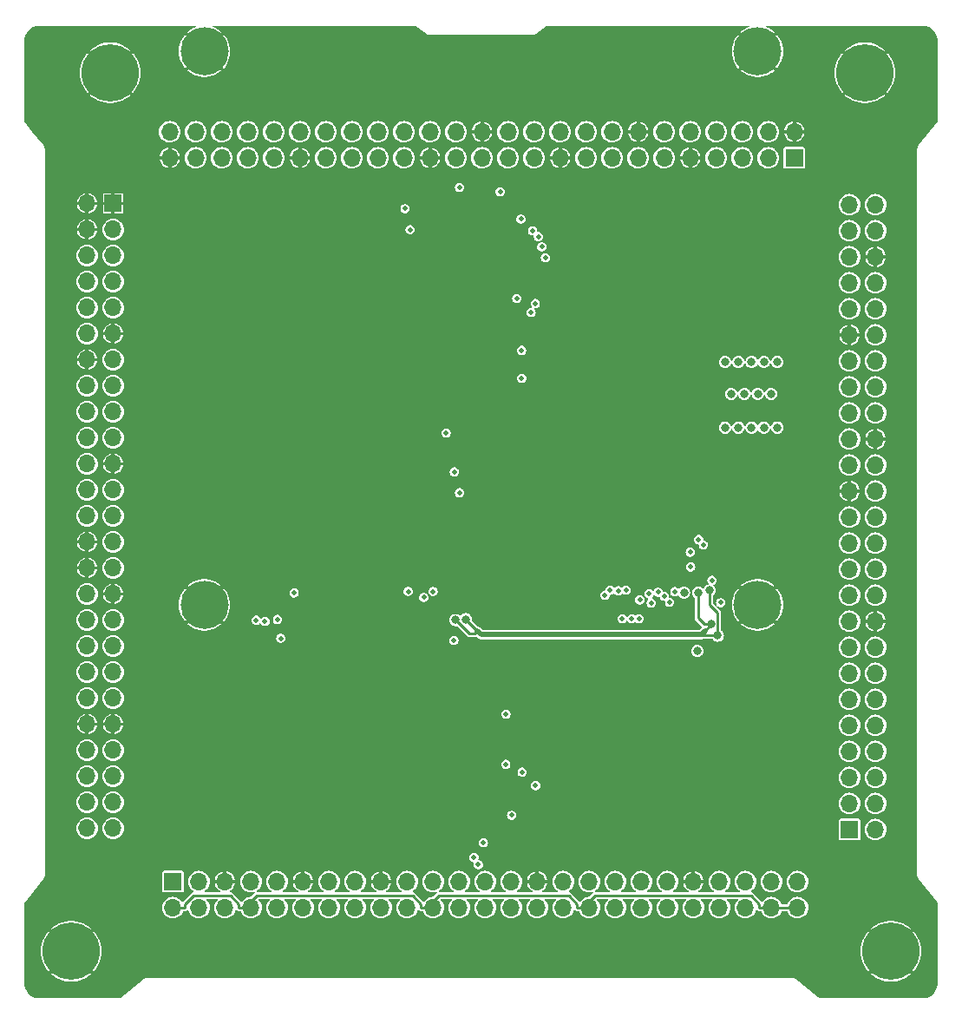
<source format=gbr>
%TF.GenerationSoftware,KiCad,Pcbnew,8.0.4*%
%TF.CreationDate,2024-07-26T01:58:29-07:00*%
%TF.ProjectId,PCBranch,50434272-616e-4636-982e-6b696361645f,rev?*%
%TF.SameCoordinates,Original*%
%TF.FileFunction,Copper,L2,Inr*%
%TF.FilePolarity,Positive*%
%FSLAX46Y46*%
G04 Gerber Fmt 4.6, Leading zero omitted, Abs format (unit mm)*
G04 Created by KiCad (PCBNEW 8.0.4) date 2024-07-26 01:58:29*
%MOMM*%
%LPD*%
G01*
G04 APERTURE LIST*
%TA.AperFunction,ComponentPad*%
%ADD10C,5.600000*%
%TD*%
%TA.AperFunction,ComponentPad*%
%ADD11C,4.700000*%
%TD*%
%TA.AperFunction,ComponentPad*%
%ADD12R,1.700000X1.700000*%
%TD*%
%TA.AperFunction,ComponentPad*%
%ADD13O,1.700000X1.700000*%
%TD*%
%TA.AperFunction,ViaPad*%
%ADD14C,0.800000*%
%TD*%
%TA.AperFunction,ViaPad*%
%ADD15C,0.500000*%
%TD*%
%TA.AperFunction,Conductor*%
%ADD16C,0.250000*%
%TD*%
%TA.AperFunction,Conductor*%
%ADD17C,0.500000*%
%TD*%
G04 APERTURE END LIST*
D10*
%TO.N,GND*%
%TO.C,H5*%
X8890000Y-5080000D03*
%TD*%
%TO.N,GND*%
%TO.C,H7*%
X85090000Y-90810000D03*
%TD*%
D11*
%TO.N,GND*%
%TO.C,H3*%
X72085000Y-57000000D03*
%TD*%
D10*
%TO.N,GND*%
%TO.C,H8*%
X5080000Y-90810000D03*
%TD*%
D11*
%TO.N,GND*%
%TO.C,H2*%
X72085000Y-3000000D03*
%TD*%
%TO.N,GND*%
%TO.C,H4*%
X18085000Y-57000000D03*
%TD*%
D10*
%TO.N,GND*%
%TO.C,H6*%
X82550000Y-5080000D03*
%TD*%
D11*
%TO.N,GND*%
%TO.C,H1*%
X18085000Y-3000000D03*
%TD*%
D12*
%TO.N,GPIO_LPSR_00*%
%TO.C,J5*%
X75660000Y-13380000D03*
D13*
%TO.N,GND*%
X75660000Y-10840000D03*
%TO.N,GPIO_LPSR_01*%
X73120000Y-13380000D03*
%TO.N,GPIO_EMC_B2_05*%
X73120000Y-10840000D03*
%TO.N,GPIO_LPSR_02*%
X70580000Y-13380000D03*
%TO.N,GPIO_EMC_B2_06*%
X70580000Y-10840000D03*
%TO.N,GPIO_LPSR_03*%
X68040000Y-13380000D03*
%TO.N,GPIO_EMC_B2_07*%
X68040000Y-10840000D03*
%TO.N,GND*%
X65500000Y-13380000D03*
%TO.N,GPIO_EMC_B2_08*%
X65500000Y-10840000D03*
%TO.N,GPIO_LPSR_04*%
X62960000Y-13380000D03*
%TO.N,GPIO_EMC_B2_09*%
X62960000Y-10840000D03*
%TO.N,GPIO_LPSR_05*%
X60420000Y-13380000D03*
%TO.N,GND*%
X60420000Y-10840000D03*
%TO.N,GPIO_LPSR_06*%
X57880000Y-13380000D03*
%TO.N,GPIO_EMC_B2_10*%
X57880000Y-10840000D03*
%TO.N,GPIO_LPSR_07*%
X55340000Y-13380000D03*
%TO.N,GPIO_EMC_B2_11*%
X55340000Y-10840000D03*
%TO.N,GND*%
X52800000Y-13380000D03*
%TO.N,GPIO_EMC_B2_12*%
X52800000Y-10840000D03*
%TO.N,GPIO_LPSR_08*%
X50260000Y-13380000D03*
%TO.N,GPIO_EMC_B2_13*%
X50260000Y-10840000D03*
%TO.N,GPIO_LPSR_09*%
X47720000Y-13380000D03*
%TO.N,GPIO_EMC_B2_14*%
X47720000Y-10840000D03*
%TO.N,GPIO_AD_00*%
X45180000Y-13380000D03*
%TO.N,GND*%
X45180000Y-10840000D03*
%TO.N,GPIO_AD_01*%
X42640000Y-13380000D03*
%TO.N,GPIO_EMC_B2_15*%
X42640000Y-10840000D03*
%TO.N,GND*%
X40100000Y-13380000D03*
%TO.N,GPIO_EMC_B2_16*%
X40100000Y-10840000D03*
%TO.N,GPIO_AD_02*%
X37560000Y-13380000D03*
%TO.N,GPIO_EMC_B2_17*%
X37560000Y-10840000D03*
%TO.N,GPIO_AD_03*%
X35020000Y-13380000D03*
%TO.N,GPIO_EMC_B2_18*%
X35020000Y-10840000D03*
%TO.N,GPIO_AD_04*%
X32480000Y-13380000D03*
%TO.N,GPIO_EMC_B2_19*%
X32480000Y-10840000D03*
%TO.N,BT_CFG_IO_EN*%
X29940000Y-13380000D03*
%TO.N,GPIO_EMC_B2_20*%
X29940000Y-10840000D03*
%TO.N,GND*%
X27400000Y-13380000D03*
%TO.N,VSYS*%
X27400000Y-10840000D03*
%TO.N,GPIO_AD_06*%
X24860000Y-13380000D03*
%TO.N,VSYS*%
X24860000Y-10840000D03*
%TO.N,GPIO_AD_07*%
X22320000Y-13380000D03*
%TO.N,VSYS*%
X22320000Y-10840000D03*
%TO.N,GPIO_AD_08*%
X19780000Y-13380000D03*
%TO.N,VSYS*%
X19780000Y-10840000D03*
%TO.N,GPIO_AD_09*%
X17240000Y-13380000D03*
%TO.N,VSYS*%
X17240000Y-10840000D03*
%TO.N,GND*%
X14700000Y-13380000D03*
%TO.N,VSYS*%
X14700000Y-10840000D03*
%TD*%
D12*
%TO.N,GND*%
%TO.C,J4*%
X9180000Y-17840000D03*
D13*
X6640000Y-17840000D03*
%TO.N,GPIO_AD_10*%
X9180000Y-20380000D03*
%TO.N,GND*%
X6640000Y-20380000D03*
%TO.N,GPIO_AD_11*%
X9180000Y-22920000D03*
%TO.N,VSYS*%
X6640000Y-22920000D03*
%TO.N,GPIO_AD_12*%
X9180000Y-25460000D03*
%TO.N,VSYS*%
X6640000Y-25460000D03*
%TO.N,GPIO_AD_13*%
X9180000Y-28000000D03*
%TO.N,VSYS*%
X6640000Y-28000000D03*
%TO.N,GND*%
X9180000Y-30540000D03*
%TO.N,VSYS*%
X6640000Y-30540000D03*
%TO.N,GPIO_AD_14*%
X9180000Y-33080000D03*
%TO.N,GND*%
X6640000Y-33080000D03*
%TO.N,GPIO_AD_15*%
X9180000Y-35620000D03*
%TO.N,VSYS*%
X6640000Y-35620000D03*
%TO.N,GPIO_AD_16*%
X9180000Y-38160000D03*
%TO.N,VSYS*%
X6640000Y-38160000D03*
%TO.N,GPIO_AD_17*%
X9180000Y-40700000D03*
%TO.N,VSYS*%
X6640000Y-40700000D03*
%TO.N,GND*%
X9180000Y-43240000D03*
%TO.N,VSYS*%
X6640000Y-43240000D03*
%TO.N,GPIO_AD_18*%
X9180000Y-45780000D03*
%TO.N,VSYS*%
X6640000Y-45780000D03*
%TO.N,GPIO_AD_19*%
X9180000Y-48320000D03*
%TO.N,VSYS*%
X6640000Y-48320000D03*
%TO.N,GPIO_AD_20*%
X9180000Y-50860000D03*
%TO.N,GND*%
X6640000Y-50860000D03*
%TO.N,GPIO_AD_21*%
X9180000Y-53400000D03*
%TO.N,GND*%
X6640000Y-53400000D03*
X9180000Y-55940000D03*
%TO.N,GPIO_AD_31*%
X6640000Y-55940000D03*
%TO.N,GPIO_AD_30*%
X9180000Y-58480000D03*
%TO.N,GPIO_AD_32*%
X6640000Y-58480000D03*
%TO.N,GPIO_AD_29*%
X9180000Y-61020000D03*
%TO.N,GPIO_AD_33*%
X6640000Y-61020000D03*
%TO.N,GPIO_AD_28*%
X9180000Y-63560000D03*
%TO.N,GPIO_AD_34*%
X6640000Y-63560000D03*
%TO.N,GPIO_AD_27*%
X9180000Y-66100000D03*
%TO.N,GPIO_AD_35*%
X6640000Y-66100000D03*
%TO.N,GND*%
X9180000Y-68640000D03*
X6640000Y-68640000D03*
%TO.N,VDD_3V3_LP*%
X9180000Y-71180000D03*
%TO.N,GPIO_AD_26*%
X6640000Y-71180000D03*
%TO.N,VDD_3V3_LP*%
X9180000Y-73720000D03*
%TO.N,LPUART1_RX_BOOT*%
X6640000Y-73720000D03*
%TO.N,VDD_3V3_LP*%
X9180000Y-76260000D03*
%TO.N,GPIO_AD_22*%
X6640000Y-76260000D03*
%TO.N,VDD_3V3_LP*%
X9180000Y-78800000D03*
%TO.N,GPIO_AD_23*%
X6640000Y-78800000D03*
%TD*%
D12*
%TO.N,VDD_1V8*%
%TO.C,J6*%
X81060000Y-78920000D03*
D13*
X83600000Y-78920000D03*
X81060000Y-76380000D03*
X83600000Y-76380000D03*
X81060000Y-73840000D03*
X83600000Y-73840000D03*
X81060000Y-71300000D03*
X83600000Y-71300000D03*
%TO.N,VDD_3V3*%
X81060000Y-68760000D03*
X83600000Y-68760000D03*
X81060000Y-66220000D03*
X83600000Y-66220000D03*
X81060000Y-63680000D03*
X83600000Y-63680000D03*
X81060000Y-61140000D03*
X83600000Y-61140000D03*
%TO.N,GPIO_SNVS_00*%
X81060000Y-58600000D03*
%TO.N,GND*%
X83600000Y-58600000D03*
%TO.N,GPIO_SNVS_01*%
X81060000Y-56060000D03*
%TO.N,GPIO_DISP_B1_00*%
X83600000Y-56060000D03*
%TO.N,GPIO_SNVS_02*%
X81060000Y-53520000D03*
%TO.N,GPIO_DISP_B1_01*%
X83600000Y-53520000D03*
%TO.N,GPIO_SNVS_03*%
X81060000Y-50980000D03*
%TO.N,GPIO_DISP_B1_02*%
X83600000Y-50980000D03*
%TO.N,GPIO_SNVS_04*%
X81060000Y-48440000D03*
%TO.N,GPIO_DISP_B1_03*%
X83600000Y-48440000D03*
%TO.N,GND*%
X81060000Y-45900000D03*
%TO.N,GPIO_DISP_B1_04*%
X83600000Y-45900000D03*
%TO.N,GPIO_SNVS_05*%
X81060000Y-43360000D03*
%TO.N,GPIO_DISP_B1_05*%
X83600000Y-43360000D03*
%TO.N,GPIO_SNVS_06*%
X81060000Y-40820000D03*
%TO.N,GND*%
X83600000Y-40820000D03*
%TO.N,GPIO_SNVS_07*%
X81060000Y-38280000D03*
%TO.N,GPIO_DISP_B1_06*%
X83600000Y-38280000D03*
%TO.N,GPIO_SNVS_08*%
X81060000Y-35740000D03*
%TO.N,GPIO_DISP_B1_07*%
X83600000Y-35740000D03*
%TO.N,GPIO_SNVS_09*%
X81060000Y-33200000D03*
%TO.N,GPIO_DISP_B1_08*%
X83600000Y-33200000D03*
%TO.N,GND*%
X81060000Y-30660000D03*
%TO.N,GPIO_DISP_B1_09*%
X83600000Y-30660000D03*
%TO.N,GPIO_EMC_B2_00*%
X81060000Y-28120000D03*
%TO.N,GPIO_DISP_B1_10*%
X83600000Y-28120000D03*
%TO.N,GPIO_EMC_B2_01*%
X81060000Y-25580000D03*
%TO.N,GPIO_DISP_B1_11*%
X83600000Y-25580000D03*
%TO.N,GPIO_EMC_B2_02*%
X81060000Y-23040000D03*
%TO.N,GND*%
X83600000Y-23040000D03*
%TO.N,GPIO_EMC_B2_03*%
X81060000Y-20500000D03*
%TO.N,GPIO_DISP_B2_00*%
X83600000Y-20500000D03*
%TO.N,GPIO_EMC_B2_04*%
X81060000Y-17960000D03*
%TO.N,GPIO_DISP_B2_01*%
X83600000Y-17960000D03*
%TD*%
D12*
%TO.N,unconnected-(J7-Pin_1-Pad1)*%
%TO.C,J7*%
X15020000Y-84000000D03*
D13*
%TO.N,Net-(J7-Pin_2)*%
X15020000Y-86540000D03*
%TO.N,unconnected-(J7-Pin_3-Pad3)*%
X17560000Y-84000000D03*
%TO.N,GPIO_EMC_B1_41*%
X17560000Y-86540000D03*
%TO.N,GND*%
X20100000Y-84000000D03*
%TO.N,GPIO_EMC_B1_40*%
X20100000Y-86540000D03*
%TO.N,unconnected-(J7-Pin_7-Pad7)*%
X22640000Y-84000000D03*
%TO.N,Net-(J7-Pin_2)*%
X22640000Y-86540000D03*
%TO.N,unconnected-(J7-Pin_9-Pad9)*%
X25180000Y-84000000D03*
%TO.N,USDHC2_CMD*%
X25180000Y-86540000D03*
%TO.N,GND*%
X27720000Y-84000000D03*
%TO.N,USDHC2_CLK*%
X27720000Y-86540000D03*
%TO.N,unconnected-(J7-Pin_13-Pad13)*%
X30260000Y-84000000D03*
%TO.N,USDHC2_DATA0*%
X30260000Y-86540000D03*
%TO.N,unconnected-(J7-Pin_15-Pad15)*%
X32800000Y-84000000D03*
%TO.N,USDHC2_DATA1*%
X32800000Y-86540000D03*
%TO.N,GND*%
X35340000Y-84000000D03*
%TO.N,USDHC2_DATA2*%
X35340000Y-86540000D03*
%TO.N,GPIO_DISP_B2_15*%
X37880000Y-84000000D03*
%TO.N,USDHC2_DATA3*%
X37880000Y-86540000D03*
%TO.N,GPIO_DISP_B2_14*%
X40420000Y-84000000D03*
%TO.N,Net-(J7-Pin_2)*%
X40420000Y-86540000D03*
%TO.N,GPIO_DISP_B2_13*%
X42960000Y-84000000D03*
%TO.N,GPIO_SD_B1_05*%
X42960000Y-86540000D03*
%TO.N,GPIO_DISP_B2_12*%
X45500000Y-84000000D03*
%TO.N,GPIO_SD_B1_04*%
X45500000Y-86540000D03*
%TO.N,GPIO_DISP_B2_11*%
X48040000Y-84000000D03*
%TO.N,GPIO_SD_B1_03*%
X48040000Y-86540000D03*
%TO.N,GND*%
X50580000Y-84000000D03*
%TO.N,GPIO_SD_B1_01*%
X50580000Y-86540000D03*
%TO.N,GPIO_DISP_B2_10*%
X53120000Y-84000000D03*
%TO.N,GPIO_SD_B1_00*%
X53120000Y-86540000D03*
%TO.N,GPIO_DISP_B2_09*%
X55660000Y-84000000D03*
%TO.N,Net-(J7-Pin_2)*%
X55660000Y-86540000D03*
%TO.N,GPIO_DISP_B2_08*%
X58200000Y-84000000D03*
%TO.N,EN_ADCS*%
X58200000Y-86540000D03*
%TO.N,GPIO_DISP_B2_07*%
X60740000Y-84000000D03*
%TO.N,DAC_OUT*%
X60740000Y-86540000D03*
%TO.N,GPIO_DISP_B2_06*%
X63280000Y-84000000D03*
%TO.N,PMIC_ON_REQ*%
X63280000Y-86540000D03*
%TO.N,GND*%
X65820000Y-84000000D03*
%TO.N,WAKEUP*%
X65820000Y-86540000D03*
%TO.N,GPIO_DISP_B2_05*%
X68360000Y-84000000D03*
%TO.N,PMIC_STBY_REQ*%
X68360000Y-86540000D03*
%TO.N,GPIO_DISP_B2_04*%
X70900000Y-84000000D03*
%TO.N,ONOFF*%
X70900000Y-86540000D03*
%TO.N,GPIO_DISP_B2_03*%
X73440000Y-84000000D03*
%TO.N,Net-(J7-Pin_2)*%
X73440000Y-86540000D03*
%TO.N,GPIO_DISP_B2_02*%
X75980000Y-84000000D03*
%TO.N,Net-(J7-Pin_2)*%
X75980000Y-86540000D03*
%TD*%
D14*
%TO.N,VSYS*%
X72100000Y-36400000D03*
X68900000Y-33300000D03*
X68900000Y-39700000D03*
X74000000Y-33300000D03*
X70800000Y-36400000D03*
X69500000Y-36400000D03*
X70200000Y-33300000D03*
X72700000Y-39700000D03*
X73400000Y-36400000D03*
X72700000Y-33300000D03*
X74000000Y-39700000D03*
X71500000Y-33300000D03*
X71500000Y-39700000D03*
X70200000Y-39700000D03*
D15*
%TO.N,GPIO_LPSR_00*%
X42990400Y-46048000D03*
D14*
%TO.N,VDD_3V3*%
X67400000Y-55600000D03*
X66300000Y-55800000D03*
X43600000Y-58400000D03*
X68200000Y-60000000D03*
X42621581Y-58478419D03*
X67600000Y-58900000D03*
D15*
%TO.N,GPIO_LPSR_01*%
X42485000Y-44015000D03*
%TO.N,GPIO_LPSR_02*%
X49061300Y-34898700D03*
%TO.N,ONOFF*%
X42435600Y-60471600D03*
%TO.N,GPIO_LPSR_03*%
X41685000Y-40233000D03*
%TO.N,PMIC_STBY_REQ*%
X47528800Y-67655100D03*
%TO.N,WAKEUP*%
X40403800Y-55690400D03*
%TO.N,GPIO_LPSR_04*%
X48584800Y-27098100D03*
%TO.N,PMIC_ON_REQ*%
X39510000Y-56278300D03*
%TO.N,GPIO_LPSR_05*%
X50700400Y-21078000D03*
%TO.N,DAC_OUT*%
X47502700Y-72556900D03*
%TO.N,GPIO_LPSR_06*%
X50126100Y-20503700D03*
%TO.N,EN_ADCS*%
X48072100Y-77526700D03*
%TO.N,GPIO_LPSR_07*%
X48990300Y-19358100D03*
%TO.N,GPIO_SD_B1_00*%
X45322300Y-80210700D03*
%TO.N,GPIO_LPSR_08*%
X46958300Y-16681700D03*
%TO.N,GPIO_SD_B1_01*%
X44399400Y-81654300D03*
%TO.N,GPIO_SD_B1_03*%
X37980900Y-55688800D03*
%TO.N,GPIO_AD_00*%
X38171000Y-20389000D03*
%TO.N,GPIO_AD_01*%
X37673200Y-18346900D03*
%TO.N,GPIO_AD_31*%
X26848800Y-55834700D03*
%TO.N,GPIO_AD_32*%
X25222700Y-58423000D03*
%TO.N,GPIO_AD_33*%
X25546300Y-60263400D03*
%TO.N,GPIO_AD_34*%
X23994600Y-58607800D03*
%TO.N,GPIO_AD_35*%
X23149200Y-58491600D03*
D14*
%TO.N,VDD_1V8*%
X64900000Y-55800000D03*
X66200000Y-61500000D03*
D15*
%TO.N,GPIO_SNVS_00*%
X63999665Y-55699665D03*
%TO.N,GPIO_SNVS_01*%
X67637500Y-54598600D03*
%TO.N,GPIO_DISP_B1_00*%
X63491700Y-56736400D03*
%TO.N,GPIO_SNVS_02*%
X65550500Y-53302800D03*
%TO.N,GPIO_DISP_B1_01*%
X62983300Y-56150200D03*
%TO.N,GPIO_SNVS_03*%
X65506900Y-51867500D03*
%TO.N,GPIO_DISP_B1_02*%
X62367700Y-55762800D03*
%TO.N,GPIO_SNVS_04*%
X66801800Y-51151800D03*
%TO.N,GPIO_DISP_B1_03*%
X61500000Y-55900000D03*
%TO.N,GPIO_DISP_B1_04*%
X61700000Y-56800000D03*
X68479800Y-56779800D03*
%TO.N,GPIO_SNVS_05*%
X66327400Y-50620300D03*
%TO.N,GPIO_DISP_B1_05*%
X60584500Y-56511855D03*
%TO.N,GPIO_DISP_B1_06*%
X60504900Y-58351800D03*
%TO.N,GPIO_DISP_B1_07*%
X59797500Y-58348200D03*
%TO.N,GPIO_DISP_B1_09*%
X59241400Y-55562700D03*
%TO.N,GPIO_DISP_B1_10*%
X58885000Y-58352000D03*
%TO.N,GPIO_DISP_B1_11*%
X58485000Y-55616500D03*
%TO.N,GPIO_DISP_B2_00*%
X57685000Y-55559200D03*
%TO.N,GPIO_DISP_B2_01*%
X57185900Y-56052800D03*
%TO.N,GPIO_DISP_B2_13*%
X44830200Y-82352000D03*
%TO.N,GPIO_EMC_B2_16*%
X51383500Y-23133200D03*
X42992500Y-16272700D03*
%TO.N,GPIO_DISP_B2_14*%
X50408100Y-74633800D03*
%TO.N,GPIO_EMC_B2_17*%
X51026400Y-22066700D03*
%TO.N,GPIO_DISP_B2_15*%
X49105500Y-73314700D03*
%TO.N,GPIO_EMC_B2_18*%
X50385100Y-27602700D03*
%TO.N,GPIO_EMC_B2_19*%
X49979700Y-28469700D03*
%TO.N,GPIO_EMC_B2_20*%
X49047400Y-32161800D03*
%TO.N,GND*%
X22800000Y-54200000D03*
D14*
X62300000Y-65850000D03*
X53350000Y-6800000D03*
X49550000Y-91050000D03*
D15*
X24700000Y-53500000D03*
D14*
X9650000Y-11400000D03*
X66050000Y-91050000D03*
X41650000Y-6800000D03*
X65950000Y-6800000D03*
X50500000Y-56400000D03*
X47400000Y-6800000D03*
X76350000Y-53900000D03*
X23050000Y-26700000D03*
X17100000Y-90550000D03*
X32700000Y-74700000D03*
X84000000Y-84450000D03*
X26300000Y-29800000D03*
X5250000Y-12650000D03*
X9400000Y-84150000D03*
X32150000Y-90450000D03*
X56600000Y-91050000D03*
X48100000Y-58800000D03*
X19700000Y-22900000D03*
X28300000Y-32700000D03*
X27450000Y-74500000D03*
X67350000Y-71450000D03*
X17000000Y-20000000D03*
X48100000Y-55600000D03*
X15100000Y-80600000D03*
X38050000Y-81300000D03*
X12950000Y-90550000D03*
X49300000Y-58800000D03*
X61050000Y-6800000D03*
X23050000Y-7800000D03*
X72300000Y-91050000D03*
X23750000Y-90550000D03*
X24000000Y-78500000D03*
X34150000Y-6800000D03*
X44100000Y-91100000D03*
X81550000Y-11850000D03*
X27400000Y-6300000D03*
%TD*%
D16*
%TO.N,VDD_3V3*%
X67400000Y-57000000D02*
X68200000Y-57800000D01*
X43943162Y-59800000D02*
X42621581Y-58478419D01*
X67400000Y-55600000D02*
X67400000Y-57000000D01*
X44450000Y-59800000D02*
X43943162Y-59800000D01*
X68200000Y-57800000D02*
X68200000Y-60000000D01*
X68200000Y-60000000D02*
X66700000Y-60000000D01*
X66300000Y-58300000D02*
X66900000Y-58900000D01*
D17*
X66600000Y-59900000D02*
X66975000Y-59525000D01*
D16*
X66700000Y-60000000D02*
X66600000Y-59900000D01*
D17*
X44725000Y-59525000D02*
X45100000Y-59900000D01*
D16*
X66900000Y-58900000D02*
X67600000Y-58900000D01*
X43600000Y-58400000D02*
X44725000Y-59525000D01*
D17*
X45100000Y-59900000D02*
X66600000Y-59900000D01*
D16*
X44725000Y-59525000D02*
X44450000Y-59800000D01*
X66975000Y-59525000D02*
X67600000Y-58900000D01*
X66300000Y-55800000D02*
X66300000Y-58300000D01*
%TO.N,Net-(J7-Pin_2)*%
X20638300Y-85349400D02*
X21463100Y-86174200D01*
X16196900Y-86172200D02*
X17019700Y-85349400D01*
X72263100Y-86540000D02*
X73440000Y-86540000D01*
X54483100Y-86540000D02*
X54483100Y-86174200D01*
X39243100Y-86174200D02*
X39243100Y-86540000D01*
X22640000Y-86540000D02*
X22051600Y-86540000D01*
X21463100Y-86174200D02*
X21463100Y-86540000D01*
X55071600Y-86540000D02*
X54483100Y-86540000D01*
X40420000Y-86540000D02*
X39831600Y-86540000D01*
X55071600Y-86540000D02*
X56262200Y-85349400D01*
X73440000Y-86540000D02*
X75980000Y-86540000D01*
X16196900Y-86540000D02*
X16196900Y-86172200D01*
X55660000Y-86540000D02*
X55071600Y-86540000D01*
X56262200Y-85349400D02*
X71438300Y-85349400D01*
X22051600Y-86540000D02*
X23242200Y-85349400D01*
X71438300Y-85349400D02*
X72263100Y-86174200D01*
X23242200Y-85349400D02*
X38418300Y-85349400D01*
X15020000Y-86540000D02*
X16196900Y-86540000D01*
X39243100Y-86540000D02*
X39831600Y-86540000D01*
X41022200Y-85349400D02*
X39831600Y-86540000D01*
X72263100Y-86174200D02*
X72263100Y-86540000D01*
X53658300Y-85349400D02*
X41022200Y-85349400D01*
X17019700Y-85349400D02*
X20638300Y-85349400D01*
X21463100Y-86540000D02*
X22051600Y-86540000D01*
X38418300Y-85349400D02*
X39243100Y-86174200D01*
X54483100Y-86174200D02*
X53658300Y-85349400D01*
%TD*%
%TA.AperFunction,Conductor*%
%TO.N,GND*%
G36*
X17254442Y-518093D02*
G01*
X17280162Y-562642D01*
X17271229Y-613300D01*
X17233787Y-645619D01*
X17017427Y-731282D01*
X17017411Y-731289D01*
X16741500Y-882972D01*
X16741499Y-882973D01*
X16486761Y-1068051D01*
X16486752Y-1068058D01*
X16436095Y-1115628D01*
X16436095Y-1115629D01*
X17254887Y-1934421D01*
X17205534Y-1970278D01*
X17055278Y-2120534D01*
X17019421Y-2169887D01*
X16201043Y-1351509D01*
X16056511Y-1526219D01*
X16056505Y-1526228D01*
X15887799Y-1792065D01*
X15887790Y-1792082D01*
X15753730Y-2076976D01*
X15753721Y-2076998D01*
X15656426Y-2376439D01*
X15656426Y-2376442D01*
X15597424Y-2685739D01*
X15577652Y-3000000D01*
X15597424Y-3314260D01*
X15656426Y-3623557D01*
X15656426Y-3623560D01*
X15753721Y-3923001D01*
X15753730Y-3923023D01*
X15887790Y-4207917D01*
X15887799Y-4207934D01*
X16056505Y-4473771D01*
X16056511Y-4473780D01*
X16201043Y-4648488D01*
X17019420Y-3830111D01*
X17055278Y-3879466D01*
X17205534Y-4029722D01*
X17254886Y-4065578D01*
X16436094Y-4884370D01*
X16486761Y-4931949D01*
X16741499Y-5117026D01*
X16741500Y-5117027D01*
X17017411Y-5268710D01*
X17017427Y-5268717D01*
X17310182Y-5384628D01*
X17310199Y-5384633D01*
X17615157Y-5462933D01*
X17615181Y-5462937D01*
X17927564Y-5502400D01*
X18242436Y-5502400D01*
X18554818Y-5462937D01*
X18554842Y-5462933D01*
X18859800Y-5384633D01*
X18859817Y-5384628D01*
X19152572Y-5268717D01*
X19152588Y-5268710D01*
X19428499Y-5117027D01*
X19428500Y-5117026D01*
X19683243Y-4931945D01*
X19733903Y-4884371D01*
X19733904Y-4884370D01*
X18915112Y-4065578D01*
X18964466Y-4029722D01*
X19114722Y-3879466D01*
X19150578Y-3830112D01*
X19968955Y-4648489D01*
X20113488Y-4473781D01*
X20282200Y-4207934D01*
X20282209Y-4207917D01*
X20416269Y-3923023D01*
X20416278Y-3923001D01*
X20513573Y-3623560D01*
X20513573Y-3623557D01*
X20572575Y-3314260D01*
X20592347Y-3000000D01*
X20572575Y-2685739D01*
X20513573Y-2376442D01*
X20513573Y-2376439D01*
X20416278Y-2076998D01*
X20416269Y-2076976D01*
X20282209Y-1792082D01*
X20282200Y-1792065D01*
X20113494Y-1526228D01*
X20113488Y-1526219D01*
X19968954Y-1351509D01*
X19150578Y-2169885D01*
X19114722Y-2120534D01*
X18964466Y-1970278D01*
X18915112Y-1934420D01*
X19733904Y-1115628D01*
X19683238Y-1068050D01*
X19428500Y-882973D01*
X19428499Y-882972D01*
X19152588Y-731289D01*
X19152572Y-731282D01*
X18936213Y-645619D01*
X18897746Y-611467D01*
X18890232Y-560579D01*
X18917186Y-516766D01*
X18963896Y-500500D01*
X38622866Y-500500D01*
X38666118Y-514183D01*
X39756389Y-1280782D01*
X39766303Y-1289117D01*
X39777685Y-1300499D01*
X39777686Y-1300500D01*
X39812497Y-1320598D01*
X39818146Y-1324204D01*
X39851025Y-1347323D01*
X39866131Y-1352854D01*
X39877877Y-1358345D01*
X39891814Y-1366392D01*
X39930648Y-1376797D01*
X39937029Y-1378816D01*
X39974773Y-1392638D01*
X39990802Y-1394071D01*
X40003559Y-1396333D01*
X40019108Y-1400500D01*
X40059293Y-1400500D01*
X40065993Y-1400799D01*
X40071558Y-1401296D01*
X40106033Y-1404381D01*
X40121889Y-1401616D01*
X40134802Y-1400500D01*
X50036270Y-1400500D01*
X50048909Y-1401569D01*
X50065830Y-1404455D01*
X50101747Y-1401108D01*
X50104798Y-1400824D01*
X50111774Y-1400500D01*
X50150889Y-1400500D01*
X50150892Y-1400500D01*
X50167475Y-1396056D01*
X50179942Y-1393821D01*
X50197046Y-1392228D01*
X50233768Y-1378625D01*
X50240385Y-1376520D01*
X50278186Y-1366392D01*
X50293053Y-1357807D01*
X50304527Y-1352418D01*
X50320626Y-1346456D01*
X50341768Y-1331472D01*
X50352553Y-1323830D01*
X50358435Y-1320059D01*
X50392314Y-1300500D01*
X50404448Y-1288364D01*
X50414143Y-1280183D01*
X50450055Y-1254734D01*
X51173915Y-741762D01*
X51494827Y-514344D01*
X51538307Y-500500D01*
X71206104Y-500500D01*
X71254442Y-518093D01*
X71280162Y-562642D01*
X71271229Y-613300D01*
X71233787Y-645619D01*
X71017427Y-731282D01*
X71017411Y-731289D01*
X70741500Y-882972D01*
X70741499Y-882973D01*
X70486761Y-1068051D01*
X70486752Y-1068058D01*
X70436095Y-1115628D01*
X70436095Y-1115629D01*
X71254887Y-1934421D01*
X71205534Y-1970278D01*
X71055278Y-2120534D01*
X71019421Y-2169887D01*
X70201043Y-1351509D01*
X70056511Y-1526219D01*
X70056505Y-1526228D01*
X69887799Y-1792065D01*
X69887790Y-1792082D01*
X69753730Y-2076976D01*
X69753721Y-2076998D01*
X69656426Y-2376439D01*
X69656426Y-2376442D01*
X69597424Y-2685739D01*
X69577652Y-3000000D01*
X69597424Y-3314260D01*
X69656426Y-3623557D01*
X69656426Y-3623560D01*
X69753721Y-3923001D01*
X69753730Y-3923023D01*
X69887790Y-4207917D01*
X69887799Y-4207934D01*
X70056505Y-4473771D01*
X70056511Y-4473780D01*
X70201043Y-4648488D01*
X71019420Y-3830111D01*
X71055278Y-3879466D01*
X71205534Y-4029722D01*
X71254886Y-4065578D01*
X70436094Y-4884370D01*
X70486761Y-4931949D01*
X70741499Y-5117026D01*
X70741500Y-5117027D01*
X71017411Y-5268710D01*
X71017427Y-5268717D01*
X71310182Y-5384628D01*
X71310199Y-5384633D01*
X71615157Y-5462933D01*
X71615181Y-5462937D01*
X71927564Y-5502400D01*
X72242436Y-5502400D01*
X72554818Y-5462937D01*
X72554842Y-5462933D01*
X72859800Y-5384633D01*
X72859817Y-5384628D01*
X73152572Y-5268717D01*
X73152588Y-5268710D01*
X73428499Y-5117027D01*
X73428500Y-5117026D01*
X73479462Y-5080000D01*
X79592597Y-5080000D01*
X79612593Y-5423331D01*
X79672312Y-5762017D01*
X79770952Y-6091497D01*
X79907169Y-6407282D01*
X80079123Y-6705116D01*
X80284495Y-6980977D01*
X80284498Y-6980981D01*
X80347146Y-7047386D01*
X81305439Y-6089092D01*
X81329588Y-6122330D01*
X81507670Y-6300412D01*
X81540905Y-6324559D01*
X80582396Y-7283068D01*
X80783949Y-7452193D01*
X80783957Y-7452199D01*
X81071298Y-7641186D01*
X81378635Y-7795535D01*
X81378640Y-7795538D01*
X81701806Y-7913160D01*
X82036443Y-7992471D01*
X82036454Y-7992473D01*
X82378034Y-8032399D01*
X82378035Y-8032400D01*
X82721965Y-8032400D01*
X82721965Y-8032399D01*
X83063545Y-7992473D01*
X83063556Y-7992471D01*
X83398193Y-7913160D01*
X83721359Y-7795538D01*
X83721364Y-7795535D01*
X84028701Y-7641186D01*
X84316042Y-7452199D01*
X84316050Y-7452193D01*
X84517602Y-7283068D01*
X83559093Y-6324559D01*
X83592330Y-6300412D01*
X83770412Y-6122330D01*
X83794560Y-6089093D01*
X84752853Y-7047386D01*
X84815495Y-6980988D01*
X84815503Y-6980979D01*
X85020876Y-6705116D01*
X85192830Y-6407282D01*
X85329047Y-6091497D01*
X85427687Y-5762017D01*
X85487406Y-5423331D01*
X85507402Y-5080000D01*
X85487406Y-4736668D01*
X85427687Y-4397982D01*
X85329047Y-4068502D01*
X85192830Y-3752717D01*
X85020876Y-3454883D01*
X84815503Y-3179020D01*
X84815495Y-3179011D01*
X84752852Y-3112612D01*
X83794559Y-4070905D01*
X83770412Y-4037670D01*
X83592330Y-3859588D01*
X83559093Y-3835439D01*
X84517602Y-2876930D01*
X84316050Y-2707806D01*
X84316042Y-2707800D01*
X84028701Y-2518813D01*
X83721364Y-2364464D01*
X83721359Y-2364461D01*
X83398193Y-2246839D01*
X83063556Y-2167528D01*
X83063545Y-2167526D01*
X82721966Y-2127600D01*
X82378034Y-2127600D01*
X82036454Y-2167526D01*
X82036443Y-2167528D01*
X81701806Y-2246839D01*
X81378640Y-2364461D01*
X81378635Y-2364464D01*
X81071298Y-2518813D01*
X80783958Y-2707800D01*
X80582396Y-2876930D01*
X81540906Y-3835440D01*
X81507670Y-3859588D01*
X81329588Y-4037670D01*
X81305440Y-4070906D01*
X80347146Y-3112612D01*
X80347146Y-3112613D01*
X80284500Y-3179015D01*
X80079123Y-3454883D01*
X79907169Y-3752717D01*
X79770952Y-4068502D01*
X79672312Y-4397982D01*
X79612593Y-4736668D01*
X79592597Y-5080000D01*
X73479462Y-5080000D01*
X73683243Y-4931945D01*
X73733903Y-4884371D01*
X73733904Y-4884370D01*
X72915112Y-4065578D01*
X72964466Y-4029722D01*
X73114722Y-3879466D01*
X73150578Y-3830112D01*
X73968955Y-4648489D01*
X74113488Y-4473781D01*
X74282200Y-4207934D01*
X74282209Y-4207917D01*
X74416269Y-3923023D01*
X74416278Y-3923001D01*
X74513573Y-3623560D01*
X74513573Y-3623557D01*
X74572575Y-3314260D01*
X74592347Y-3000000D01*
X74572575Y-2685739D01*
X74513573Y-2376442D01*
X74513573Y-2376439D01*
X74416278Y-2076998D01*
X74416269Y-2076976D01*
X74282209Y-1792082D01*
X74282200Y-1792065D01*
X74113494Y-1526228D01*
X74113488Y-1526219D01*
X73968954Y-1351509D01*
X73150578Y-2169885D01*
X73114722Y-2120534D01*
X72964466Y-1970278D01*
X72915112Y-1934420D01*
X73733904Y-1115628D01*
X73683238Y-1068050D01*
X73428500Y-882973D01*
X73428499Y-882972D01*
X73152588Y-731289D01*
X73152572Y-731282D01*
X72936213Y-645619D01*
X72897746Y-611467D01*
X72890232Y-560579D01*
X72917186Y-516766D01*
X72963896Y-500500D01*
X88104108Y-500500D01*
X88167319Y-500500D01*
X88172684Y-500692D01*
X88378039Y-515379D01*
X88388640Y-516902D01*
X88587213Y-560099D01*
X88597488Y-563116D01*
X88727121Y-611467D01*
X88787877Y-634128D01*
X88797636Y-638585D01*
X88975968Y-735961D01*
X88984995Y-741762D01*
X89147664Y-863535D01*
X89155772Y-870562D01*
X89299437Y-1014227D01*
X89306464Y-1022335D01*
X89428237Y-1185004D01*
X89434038Y-1194031D01*
X89531414Y-1372363D01*
X89535871Y-1382122D01*
X89606882Y-1572508D01*
X89609902Y-1582795D01*
X89653094Y-1781343D01*
X89654620Y-1791963D01*
X89669308Y-1997315D01*
X89669500Y-2002680D01*
X89669500Y-9798054D01*
X89653021Y-9845031D01*
X87799092Y-12162443D01*
X87793545Y-12168640D01*
X87769500Y-12192684D01*
X87769498Y-12192687D01*
X87758344Y-12212005D01*
X87751945Y-12221375D01*
X87738015Y-12238788D01*
X87738010Y-12238796D01*
X87724367Y-12269936D01*
X87720615Y-12277354D01*
X87703607Y-12306813D01*
X87697834Y-12328358D01*
X87694078Y-12339065D01*
X87685128Y-12359496D01*
X87685126Y-12359500D01*
X87680006Y-12393117D01*
X87678302Y-12401254D01*
X87669500Y-12434106D01*
X87669500Y-12456411D01*
X87668643Y-12467733D01*
X87665285Y-12489778D01*
X87665285Y-12489783D01*
X87669040Y-12523576D01*
X87669500Y-12531880D01*
X87669500Y-83358118D01*
X87669040Y-83366422D01*
X87665285Y-83400216D01*
X87665285Y-83400219D01*
X87668643Y-83422265D01*
X87669500Y-83433588D01*
X87669500Y-83455894D01*
X87678300Y-83488740D01*
X87680004Y-83496874D01*
X87685126Y-83530498D01*
X87685129Y-83530507D01*
X87694076Y-83550928D01*
X87697834Y-83561641D01*
X87703606Y-83583183D01*
X87720611Y-83612637D01*
X87724363Y-83620056D01*
X87738012Y-83651206D01*
X87738012Y-83651207D01*
X87751944Y-83668623D01*
X87758344Y-83677994D01*
X87769498Y-83697312D01*
X87793545Y-83721359D01*
X87799092Y-83727556D01*
X89579890Y-85953554D01*
X89653021Y-86044967D01*
X89669500Y-86091944D01*
X89669500Y-93887319D01*
X89669308Y-93892684D01*
X89654620Y-94098036D01*
X89653094Y-94108656D01*
X89609905Y-94307196D01*
X89606882Y-94317491D01*
X89535871Y-94507877D01*
X89531414Y-94517636D01*
X89434038Y-94695968D01*
X89428237Y-94704995D01*
X89306464Y-94867664D01*
X89299437Y-94875772D01*
X89155772Y-95019437D01*
X89147664Y-95026464D01*
X88984995Y-95148237D01*
X88975968Y-95154038D01*
X88797636Y-95251414D01*
X88787877Y-95255871D01*
X88597491Y-95326882D01*
X88587200Y-95329903D01*
X88388654Y-95373094D01*
X88378036Y-95374620D01*
X88172684Y-95389308D01*
X88167319Y-95389500D01*
X78201945Y-95389500D01*
X78154968Y-95373021D01*
X78008530Y-95255871D01*
X76141690Y-93762399D01*
X75837555Y-93519091D01*
X75831358Y-93513544D01*
X75807312Y-93489498D01*
X75787994Y-93478344D01*
X75778623Y-93471944D01*
X75761207Y-93458012D01*
X75730056Y-93444363D01*
X75722637Y-93440611D01*
X75693183Y-93423606D01*
X75671641Y-93417834D01*
X75660928Y-93414076D01*
X75640507Y-93405129D01*
X75640498Y-93405126D01*
X75606874Y-93400004D01*
X75598740Y-93398300D01*
X75565895Y-93389500D01*
X75565892Y-93389500D01*
X75543589Y-93389500D01*
X75532267Y-93388643D01*
X75510218Y-93385285D01*
X75476423Y-93389040D01*
X75468119Y-93389500D01*
X12531881Y-93389500D01*
X12523577Y-93389040D01*
X12489782Y-93385285D01*
X12489777Y-93385285D01*
X12467732Y-93388643D01*
X12456410Y-93389500D01*
X12434106Y-93389500D01*
X12401254Y-93398302D01*
X12393117Y-93400006D01*
X12359500Y-93405126D01*
X12359496Y-93405128D01*
X12339065Y-93414078D01*
X12328358Y-93417834D01*
X12306813Y-93423607D01*
X12277354Y-93440615D01*
X12269936Y-93444367D01*
X12238796Y-93458010D01*
X12238788Y-93458015D01*
X12221375Y-93471945D01*
X12212005Y-93478344D01*
X12192687Y-93489498D01*
X12192683Y-93489501D01*
X12168637Y-93513547D01*
X12162441Y-93519093D01*
X10767226Y-94635266D01*
X9902707Y-95326882D01*
X9845033Y-95373021D01*
X9798056Y-95389500D01*
X2002681Y-95389500D01*
X1997316Y-95389308D01*
X1791963Y-95374620D01*
X1781347Y-95373094D01*
X1582795Y-95329902D01*
X1572508Y-95326882D01*
X1382122Y-95255871D01*
X1372363Y-95251414D01*
X1194031Y-95154038D01*
X1185004Y-95148237D01*
X1022335Y-95026464D01*
X1014227Y-95019437D01*
X870562Y-94875772D01*
X863535Y-94867664D01*
X741762Y-94704995D01*
X735961Y-94695968D01*
X638585Y-94517636D01*
X634128Y-94507877D01*
X563117Y-94317491D01*
X560099Y-94307213D01*
X516902Y-94108640D01*
X515379Y-94098036D01*
X500692Y-93892684D01*
X500500Y-93887319D01*
X500500Y-90810000D01*
X2122597Y-90810000D01*
X2142593Y-91153331D01*
X2202312Y-91492017D01*
X2300952Y-91821497D01*
X2437169Y-92137282D01*
X2609123Y-92435116D01*
X2814495Y-92710977D01*
X2814498Y-92710981D01*
X2877146Y-92777386D01*
X3835439Y-91819092D01*
X3859588Y-91852330D01*
X4037670Y-92030412D01*
X4070905Y-92054559D01*
X3112396Y-93013068D01*
X3313949Y-93182193D01*
X3313957Y-93182199D01*
X3601298Y-93371186D01*
X3908635Y-93525535D01*
X3908640Y-93525538D01*
X4231806Y-93643160D01*
X4566443Y-93722471D01*
X4566454Y-93722473D01*
X4908034Y-93762399D01*
X4908035Y-93762400D01*
X5251965Y-93762400D01*
X5251965Y-93762399D01*
X5593545Y-93722473D01*
X5593556Y-93722471D01*
X5928193Y-93643160D01*
X6251359Y-93525538D01*
X6251364Y-93525535D01*
X6558701Y-93371186D01*
X6846042Y-93182199D01*
X6846050Y-93182193D01*
X7047602Y-93013068D01*
X6089093Y-92054559D01*
X6122330Y-92030412D01*
X6300412Y-91852330D01*
X6324560Y-91819093D01*
X7282853Y-92777386D01*
X7345495Y-92710988D01*
X7345503Y-92710979D01*
X7550876Y-92435116D01*
X7722830Y-92137282D01*
X7859047Y-91821497D01*
X7957687Y-91492017D01*
X8017406Y-91153331D01*
X8037402Y-90810000D01*
X82132597Y-90810000D01*
X82152593Y-91153331D01*
X82212312Y-91492017D01*
X82310952Y-91821497D01*
X82447169Y-92137282D01*
X82619123Y-92435116D01*
X82824495Y-92710977D01*
X82824498Y-92710981D01*
X82887146Y-92777386D01*
X83845439Y-91819092D01*
X83869588Y-91852330D01*
X84047670Y-92030412D01*
X84080905Y-92054559D01*
X83122396Y-93013068D01*
X83323949Y-93182193D01*
X83323957Y-93182199D01*
X83611298Y-93371186D01*
X83918635Y-93525535D01*
X83918640Y-93525538D01*
X84241806Y-93643160D01*
X84576443Y-93722471D01*
X84576454Y-93722473D01*
X84918034Y-93762399D01*
X84918035Y-93762400D01*
X85261965Y-93762400D01*
X85261965Y-93762399D01*
X85603545Y-93722473D01*
X85603556Y-93722471D01*
X85938193Y-93643160D01*
X86261359Y-93525538D01*
X86261364Y-93525535D01*
X86568701Y-93371186D01*
X86856042Y-93182199D01*
X86856050Y-93182193D01*
X87057602Y-93013068D01*
X86099093Y-92054559D01*
X86132330Y-92030412D01*
X86310412Y-91852330D01*
X86334560Y-91819093D01*
X87292853Y-92777386D01*
X87355495Y-92710988D01*
X87355503Y-92710979D01*
X87560876Y-92435116D01*
X87732830Y-92137282D01*
X87869047Y-91821497D01*
X87967687Y-91492017D01*
X88027406Y-91153331D01*
X88047402Y-90810000D01*
X88027406Y-90466668D01*
X87967687Y-90127982D01*
X87869047Y-89798502D01*
X87732830Y-89482717D01*
X87560876Y-89184883D01*
X87355503Y-88909020D01*
X87355495Y-88909011D01*
X87292852Y-88842612D01*
X86334559Y-89800905D01*
X86310412Y-89767670D01*
X86132330Y-89589588D01*
X86099093Y-89565439D01*
X87057602Y-88606930D01*
X86856050Y-88437806D01*
X86856042Y-88437800D01*
X86568701Y-88248813D01*
X86261364Y-88094464D01*
X86261359Y-88094461D01*
X85938193Y-87976839D01*
X85603556Y-87897528D01*
X85603545Y-87897526D01*
X85261966Y-87857600D01*
X84918034Y-87857600D01*
X84576454Y-87897526D01*
X84576443Y-87897528D01*
X84241806Y-87976839D01*
X83918640Y-88094461D01*
X83918635Y-88094464D01*
X83611298Y-88248813D01*
X83323958Y-88437800D01*
X83122396Y-88606930D01*
X84080906Y-89565440D01*
X84047670Y-89589588D01*
X83869588Y-89767670D01*
X83845440Y-89800906D01*
X82887146Y-88842612D01*
X82887146Y-88842613D01*
X82824500Y-88909015D01*
X82619123Y-89184883D01*
X82447169Y-89482717D01*
X82310952Y-89798502D01*
X82212312Y-90127982D01*
X82152593Y-90466668D01*
X82132597Y-90810000D01*
X8037402Y-90810000D01*
X8017406Y-90466668D01*
X7957687Y-90127982D01*
X7859047Y-89798502D01*
X7722830Y-89482717D01*
X7550876Y-89184883D01*
X7345503Y-88909020D01*
X7345495Y-88909011D01*
X7282852Y-88842612D01*
X6324559Y-89800905D01*
X6300412Y-89767670D01*
X6122330Y-89589588D01*
X6089093Y-89565439D01*
X7047602Y-88606930D01*
X6846050Y-88437806D01*
X6846042Y-88437800D01*
X6558701Y-88248813D01*
X6251364Y-88094464D01*
X6251359Y-88094461D01*
X5928193Y-87976839D01*
X5593556Y-87897528D01*
X5593545Y-87897526D01*
X5251966Y-87857600D01*
X4908034Y-87857600D01*
X4566454Y-87897526D01*
X4566443Y-87897528D01*
X4231806Y-87976839D01*
X3908640Y-88094461D01*
X3908635Y-88094464D01*
X3601298Y-88248813D01*
X3313958Y-88437800D01*
X3112396Y-88606930D01*
X4070906Y-89565440D01*
X4037670Y-89589588D01*
X3859588Y-89767670D01*
X3835440Y-89800906D01*
X2877146Y-88842612D01*
X2877146Y-88842613D01*
X2814500Y-88909015D01*
X2609123Y-89184883D01*
X2437169Y-89482717D01*
X2300952Y-89798502D01*
X2202312Y-90127982D01*
X2142593Y-90466668D01*
X2122597Y-90810000D01*
X500500Y-90810000D01*
X500500Y-86540000D01*
X13964417Y-86540000D01*
X13984699Y-86745932D01*
X14044765Y-86943947D01*
X14044770Y-86943959D01*
X14142312Y-87126445D01*
X14142315Y-87126450D01*
X14273590Y-87286410D01*
X14433550Y-87417685D01*
X14616046Y-87515232D01*
X14616050Y-87515233D01*
X14616052Y-87515234D01*
X14689778Y-87537598D01*
X14814066Y-87575300D01*
X15020000Y-87595583D01*
X15225934Y-87575300D01*
X15423954Y-87515232D01*
X15606450Y-87417685D01*
X15766410Y-87286410D01*
X15897685Y-87126450D01*
X15995232Y-86943954D01*
X16002841Y-86918871D01*
X16033708Y-86877722D01*
X16074803Y-86865500D01*
X16239750Y-86865500D01*
X16239753Y-86865500D01*
X16322538Y-86843318D01*
X16396762Y-86800465D01*
X16418898Y-86778329D01*
X16465517Y-86756588D01*
X16515205Y-86769901D01*
X16544035Y-86809673D01*
X16584765Y-86943947D01*
X16584770Y-86943959D01*
X16682312Y-87126445D01*
X16682315Y-87126450D01*
X16813590Y-87286410D01*
X16973550Y-87417685D01*
X17156046Y-87515232D01*
X17156050Y-87515233D01*
X17156052Y-87515234D01*
X17229778Y-87537598D01*
X17354066Y-87575300D01*
X17560000Y-87595583D01*
X17765934Y-87575300D01*
X17963954Y-87515232D01*
X18146450Y-87417685D01*
X18306410Y-87286410D01*
X18437685Y-87126450D01*
X18535232Y-86943954D01*
X18595300Y-86745934D01*
X18615583Y-86540000D01*
X18595300Y-86334066D01*
X18535232Y-86136046D01*
X18437685Y-85953550D01*
X18309870Y-85797806D01*
X18292805Y-85749279D01*
X18310925Y-85701137D01*
X18355751Y-85675904D01*
X18368001Y-85674900D01*
X19291999Y-85674900D01*
X19340337Y-85692493D01*
X19366057Y-85737042D01*
X19357124Y-85787700D01*
X19350130Y-85797806D01*
X19222315Y-85953549D01*
X19222312Y-85953554D01*
X19124770Y-86136040D01*
X19124765Y-86136052D01*
X19064699Y-86334067D01*
X19044417Y-86540000D01*
X19064699Y-86745932D01*
X19124765Y-86943947D01*
X19124770Y-86943959D01*
X19222312Y-87126445D01*
X19222315Y-87126450D01*
X19353590Y-87286410D01*
X19513550Y-87417685D01*
X19696046Y-87515232D01*
X19696050Y-87515233D01*
X19696052Y-87515234D01*
X19769778Y-87537598D01*
X19894066Y-87575300D01*
X20100000Y-87595583D01*
X20305934Y-87575300D01*
X20503954Y-87515232D01*
X20686450Y-87417685D01*
X20846410Y-87286410D01*
X20977685Y-87126450D01*
X21075232Y-86943954D01*
X21115965Y-86809671D01*
X21146831Y-86768524D01*
X21196927Y-86756843D01*
X21241100Y-86778328D01*
X21263233Y-86800461D01*
X21263236Y-86800463D01*
X21263238Y-86800465D01*
X21279187Y-86809673D01*
X21337459Y-86843317D01*
X21337461Y-86843317D01*
X21337462Y-86843318D01*
X21420247Y-86865500D01*
X21585197Y-86865500D01*
X21633535Y-86883093D01*
X21657159Y-86918871D01*
X21664767Y-86943954D01*
X21664768Y-86943955D01*
X21762312Y-87126445D01*
X21762315Y-87126450D01*
X21893590Y-87286410D01*
X22053550Y-87417685D01*
X22236046Y-87515232D01*
X22236050Y-87515233D01*
X22236052Y-87515234D01*
X22309778Y-87537598D01*
X22434066Y-87575300D01*
X22640000Y-87595583D01*
X22845934Y-87575300D01*
X23043954Y-87515232D01*
X23226450Y-87417685D01*
X23386410Y-87286410D01*
X23517685Y-87126450D01*
X23615232Y-86943954D01*
X23675300Y-86745934D01*
X23695583Y-86540000D01*
X23675300Y-86334066D01*
X23615232Y-86136046D01*
X23517685Y-85953550D01*
X23389870Y-85797806D01*
X23372805Y-85749279D01*
X23390925Y-85701137D01*
X23435751Y-85675904D01*
X23448001Y-85674900D01*
X24371999Y-85674900D01*
X24420337Y-85692493D01*
X24446057Y-85737042D01*
X24437124Y-85787700D01*
X24430130Y-85797806D01*
X24302315Y-85953549D01*
X24302312Y-85953554D01*
X24204770Y-86136040D01*
X24204765Y-86136052D01*
X24144699Y-86334067D01*
X24124417Y-86540000D01*
X24144699Y-86745932D01*
X24204765Y-86943947D01*
X24204770Y-86943959D01*
X24302312Y-87126445D01*
X24302315Y-87126450D01*
X24433590Y-87286410D01*
X24593550Y-87417685D01*
X24776046Y-87515232D01*
X24776050Y-87515233D01*
X24776052Y-87515234D01*
X24849778Y-87537598D01*
X24974066Y-87575300D01*
X25180000Y-87595583D01*
X25385934Y-87575300D01*
X25583954Y-87515232D01*
X25766450Y-87417685D01*
X25926410Y-87286410D01*
X26057685Y-87126450D01*
X26155232Y-86943954D01*
X26215300Y-86745934D01*
X26235583Y-86540000D01*
X26215300Y-86334066D01*
X26155232Y-86136046D01*
X26057685Y-85953550D01*
X25929870Y-85797806D01*
X25912805Y-85749279D01*
X25930925Y-85701137D01*
X25975751Y-85675904D01*
X25988001Y-85674900D01*
X26911999Y-85674900D01*
X26960337Y-85692493D01*
X26986057Y-85737042D01*
X26977124Y-85787700D01*
X26970130Y-85797806D01*
X26842315Y-85953549D01*
X26842312Y-85953554D01*
X26744770Y-86136040D01*
X26744765Y-86136052D01*
X26684699Y-86334067D01*
X26664417Y-86540000D01*
X26684699Y-86745932D01*
X26744765Y-86943947D01*
X26744770Y-86943959D01*
X26842312Y-87126445D01*
X26842315Y-87126450D01*
X26973590Y-87286410D01*
X27133550Y-87417685D01*
X27316046Y-87515232D01*
X27316050Y-87515233D01*
X27316052Y-87515234D01*
X27389778Y-87537598D01*
X27514066Y-87575300D01*
X27720000Y-87595583D01*
X27925934Y-87575300D01*
X28123954Y-87515232D01*
X28306450Y-87417685D01*
X28466410Y-87286410D01*
X28597685Y-87126450D01*
X28695232Y-86943954D01*
X28755300Y-86745934D01*
X28775583Y-86540000D01*
X28755300Y-86334066D01*
X28695232Y-86136046D01*
X28597685Y-85953550D01*
X28469870Y-85797806D01*
X28452805Y-85749279D01*
X28470925Y-85701137D01*
X28515751Y-85675904D01*
X28528001Y-85674900D01*
X29451999Y-85674900D01*
X29500337Y-85692493D01*
X29526057Y-85737042D01*
X29517124Y-85787700D01*
X29510130Y-85797806D01*
X29382315Y-85953549D01*
X29382312Y-85953554D01*
X29284770Y-86136040D01*
X29284765Y-86136052D01*
X29224699Y-86334067D01*
X29204417Y-86540000D01*
X29224699Y-86745932D01*
X29284765Y-86943947D01*
X29284770Y-86943959D01*
X29382312Y-87126445D01*
X29382315Y-87126450D01*
X29513590Y-87286410D01*
X29673550Y-87417685D01*
X29856046Y-87515232D01*
X29856050Y-87515233D01*
X29856052Y-87515234D01*
X29929778Y-87537598D01*
X30054066Y-87575300D01*
X30260000Y-87595583D01*
X30465934Y-87575300D01*
X30663954Y-87515232D01*
X30846450Y-87417685D01*
X31006410Y-87286410D01*
X31137685Y-87126450D01*
X31235232Y-86943954D01*
X31295300Y-86745934D01*
X31315583Y-86540000D01*
X31295300Y-86334066D01*
X31235232Y-86136046D01*
X31137685Y-85953550D01*
X31009870Y-85797806D01*
X30992805Y-85749279D01*
X31010925Y-85701137D01*
X31055751Y-85675904D01*
X31068001Y-85674900D01*
X31991999Y-85674900D01*
X32040337Y-85692493D01*
X32066057Y-85737042D01*
X32057124Y-85787700D01*
X32050130Y-85797806D01*
X31922315Y-85953549D01*
X31922312Y-85953554D01*
X31824770Y-86136040D01*
X31824765Y-86136052D01*
X31764699Y-86334067D01*
X31744417Y-86540000D01*
X31764699Y-86745932D01*
X31824765Y-86943947D01*
X31824770Y-86943959D01*
X31922312Y-87126445D01*
X31922315Y-87126450D01*
X32053590Y-87286410D01*
X32213550Y-87417685D01*
X32396046Y-87515232D01*
X32396050Y-87515233D01*
X32396052Y-87515234D01*
X32469778Y-87537598D01*
X32594066Y-87575300D01*
X32800000Y-87595583D01*
X33005934Y-87575300D01*
X33203954Y-87515232D01*
X33386450Y-87417685D01*
X33546410Y-87286410D01*
X33677685Y-87126450D01*
X33775232Y-86943954D01*
X33835300Y-86745934D01*
X33855583Y-86540000D01*
X33835300Y-86334066D01*
X33775232Y-86136046D01*
X33677685Y-85953550D01*
X33549870Y-85797806D01*
X33532805Y-85749279D01*
X33550925Y-85701137D01*
X33595751Y-85675904D01*
X33608001Y-85674900D01*
X34531999Y-85674900D01*
X34580337Y-85692493D01*
X34606057Y-85737042D01*
X34597124Y-85787700D01*
X34590130Y-85797806D01*
X34462315Y-85953549D01*
X34462312Y-85953554D01*
X34364770Y-86136040D01*
X34364765Y-86136052D01*
X34304699Y-86334067D01*
X34284417Y-86540000D01*
X34304699Y-86745932D01*
X34364765Y-86943947D01*
X34364770Y-86943959D01*
X34462312Y-87126445D01*
X34462315Y-87126450D01*
X34593590Y-87286410D01*
X34753550Y-87417685D01*
X34936046Y-87515232D01*
X34936050Y-87515233D01*
X34936052Y-87515234D01*
X35009778Y-87537598D01*
X35134066Y-87575300D01*
X35340000Y-87595583D01*
X35545934Y-87575300D01*
X35743954Y-87515232D01*
X35926450Y-87417685D01*
X36086410Y-87286410D01*
X36217685Y-87126450D01*
X36315232Y-86943954D01*
X36375300Y-86745934D01*
X36395583Y-86540000D01*
X36375300Y-86334066D01*
X36315232Y-86136046D01*
X36217685Y-85953550D01*
X36089870Y-85797806D01*
X36072805Y-85749279D01*
X36090925Y-85701137D01*
X36135751Y-85675904D01*
X36148001Y-85674900D01*
X37071999Y-85674900D01*
X37120337Y-85692493D01*
X37146057Y-85737042D01*
X37137124Y-85787700D01*
X37130130Y-85797806D01*
X37002315Y-85953549D01*
X37002312Y-85953554D01*
X36904770Y-86136040D01*
X36904765Y-86136052D01*
X36844699Y-86334067D01*
X36824417Y-86540000D01*
X36844699Y-86745932D01*
X36904765Y-86943947D01*
X36904770Y-86943959D01*
X37002312Y-87126445D01*
X37002315Y-87126450D01*
X37133590Y-87286410D01*
X37293550Y-87417685D01*
X37476046Y-87515232D01*
X37476050Y-87515233D01*
X37476052Y-87515234D01*
X37549778Y-87537598D01*
X37674066Y-87575300D01*
X37880000Y-87595583D01*
X38085934Y-87575300D01*
X38283954Y-87515232D01*
X38466450Y-87417685D01*
X38626410Y-87286410D01*
X38757685Y-87126450D01*
X38855232Y-86943954D01*
X38895965Y-86809671D01*
X38926831Y-86768524D01*
X38976927Y-86756843D01*
X39021100Y-86778328D01*
X39043233Y-86800461D01*
X39043236Y-86800463D01*
X39043238Y-86800465D01*
X39059187Y-86809673D01*
X39117459Y-86843317D01*
X39117461Y-86843317D01*
X39117462Y-86843318D01*
X39200247Y-86865500D01*
X39365197Y-86865500D01*
X39413535Y-86883093D01*
X39437159Y-86918871D01*
X39444767Y-86943954D01*
X39444768Y-86943955D01*
X39542312Y-87126445D01*
X39542315Y-87126450D01*
X39673590Y-87286410D01*
X39833550Y-87417685D01*
X40016046Y-87515232D01*
X40016050Y-87515233D01*
X40016052Y-87515234D01*
X40089778Y-87537598D01*
X40214066Y-87575300D01*
X40420000Y-87595583D01*
X40625934Y-87575300D01*
X40823954Y-87515232D01*
X41006450Y-87417685D01*
X41166410Y-87286410D01*
X41297685Y-87126450D01*
X41395232Y-86943954D01*
X41455300Y-86745934D01*
X41475583Y-86540000D01*
X41455300Y-86334066D01*
X41395232Y-86136046D01*
X41297685Y-85953550D01*
X41169870Y-85797806D01*
X41152805Y-85749279D01*
X41170925Y-85701137D01*
X41215751Y-85675904D01*
X41228001Y-85674900D01*
X42151999Y-85674900D01*
X42200337Y-85692493D01*
X42226057Y-85737042D01*
X42217124Y-85787700D01*
X42210130Y-85797806D01*
X42082315Y-85953549D01*
X42082312Y-85953554D01*
X41984770Y-86136040D01*
X41984765Y-86136052D01*
X41924699Y-86334067D01*
X41904417Y-86540000D01*
X41924699Y-86745932D01*
X41984765Y-86943947D01*
X41984770Y-86943959D01*
X42082312Y-87126445D01*
X42082315Y-87126450D01*
X42213590Y-87286410D01*
X42373550Y-87417685D01*
X42556046Y-87515232D01*
X42556050Y-87515233D01*
X42556052Y-87515234D01*
X42629778Y-87537598D01*
X42754066Y-87575300D01*
X42960000Y-87595583D01*
X43165934Y-87575300D01*
X43363954Y-87515232D01*
X43546450Y-87417685D01*
X43706410Y-87286410D01*
X43837685Y-87126450D01*
X43935232Y-86943954D01*
X43995300Y-86745934D01*
X44015583Y-86540000D01*
X43995300Y-86334066D01*
X43935232Y-86136046D01*
X43837685Y-85953550D01*
X43709870Y-85797806D01*
X43692805Y-85749279D01*
X43710925Y-85701137D01*
X43755751Y-85675904D01*
X43768001Y-85674900D01*
X44691999Y-85674900D01*
X44740337Y-85692493D01*
X44766057Y-85737042D01*
X44757124Y-85787700D01*
X44750130Y-85797806D01*
X44622315Y-85953549D01*
X44622312Y-85953554D01*
X44524770Y-86136040D01*
X44524765Y-86136052D01*
X44464699Y-86334067D01*
X44444417Y-86540000D01*
X44464699Y-86745932D01*
X44524765Y-86943947D01*
X44524770Y-86943959D01*
X44622312Y-87126445D01*
X44622315Y-87126450D01*
X44753590Y-87286410D01*
X44913550Y-87417685D01*
X45096046Y-87515232D01*
X45096050Y-87515233D01*
X45096052Y-87515234D01*
X45169778Y-87537598D01*
X45294066Y-87575300D01*
X45500000Y-87595583D01*
X45705934Y-87575300D01*
X45903954Y-87515232D01*
X46086450Y-87417685D01*
X46246410Y-87286410D01*
X46377685Y-87126450D01*
X46475232Y-86943954D01*
X46535300Y-86745934D01*
X46555583Y-86540000D01*
X46535300Y-86334066D01*
X46475232Y-86136046D01*
X46377685Y-85953550D01*
X46249870Y-85797806D01*
X46232805Y-85749279D01*
X46250925Y-85701137D01*
X46295751Y-85675904D01*
X46308001Y-85674900D01*
X47231999Y-85674900D01*
X47280337Y-85692493D01*
X47306057Y-85737042D01*
X47297124Y-85787700D01*
X47290130Y-85797806D01*
X47162315Y-85953549D01*
X47162312Y-85953554D01*
X47064770Y-86136040D01*
X47064765Y-86136052D01*
X47004699Y-86334067D01*
X46984417Y-86540000D01*
X47004699Y-86745932D01*
X47064765Y-86943947D01*
X47064770Y-86943959D01*
X47162312Y-87126445D01*
X47162315Y-87126450D01*
X47293590Y-87286410D01*
X47453550Y-87417685D01*
X47636046Y-87515232D01*
X47636050Y-87515233D01*
X47636052Y-87515234D01*
X47709778Y-87537598D01*
X47834066Y-87575300D01*
X48040000Y-87595583D01*
X48245934Y-87575300D01*
X48443954Y-87515232D01*
X48626450Y-87417685D01*
X48786410Y-87286410D01*
X48917685Y-87126450D01*
X49015232Y-86943954D01*
X49075300Y-86745934D01*
X49095583Y-86540000D01*
X49075300Y-86334066D01*
X49015232Y-86136046D01*
X48917685Y-85953550D01*
X48789870Y-85797806D01*
X48772805Y-85749279D01*
X48790925Y-85701137D01*
X48835751Y-85675904D01*
X48848001Y-85674900D01*
X49771999Y-85674900D01*
X49820337Y-85692493D01*
X49846057Y-85737042D01*
X49837124Y-85787700D01*
X49830130Y-85797806D01*
X49702315Y-85953549D01*
X49702312Y-85953554D01*
X49604770Y-86136040D01*
X49604765Y-86136052D01*
X49544699Y-86334067D01*
X49524417Y-86540000D01*
X49544699Y-86745932D01*
X49604765Y-86943947D01*
X49604770Y-86943959D01*
X49702312Y-87126445D01*
X49702315Y-87126450D01*
X49833590Y-87286410D01*
X49993550Y-87417685D01*
X50176046Y-87515232D01*
X50176050Y-87515233D01*
X50176052Y-87515234D01*
X50249778Y-87537598D01*
X50374066Y-87575300D01*
X50580000Y-87595583D01*
X50785934Y-87575300D01*
X50983954Y-87515232D01*
X51166450Y-87417685D01*
X51326410Y-87286410D01*
X51457685Y-87126450D01*
X51555232Y-86943954D01*
X51615300Y-86745934D01*
X51635583Y-86540000D01*
X51615300Y-86334066D01*
X51555232Y-86136046D01*
X51457685Y-85953550D01*
X51329870Y-85797806D01*
X51312805Y-85749279D01*
X51330925Y-85701137D01*
X51375751Y-85675904D01*
X51388001Y-85674900D01*
X52311999Y-85674900D01*
X52360337Y-85692493D01*
X52386057Y-85737042D01*
X52377124Y-85787700D01*
X52370130Y-85797806D01*
X52242315Y-85953549D01*
X52242312Y-85953554D01*
X52144770Y-86136040D01*
X52144765Y-86136052D01*
X52084699Y-86334067D01*
X52064417Y-86540000D01*
X52084699Y-86745932D01*
X52144765Y-86943947D01*
X52144770Y-86943959D01*
X52242312Y-87126445D01*
X52242315Y-87126450D01*
X52373590Y-87286410D01*
X52533550Y-87417685D01*
X52716046Y-87515232D01*
X52716050Y-87515233D01*
X52716052Y-87515234D01*
X52789778Y-87537598D01*
X52914066Y-87575300D01*
X53120000Y-87595583D01*
X53325934Y-87575300D01*
X53523954Y-87515232D01*
X53706450Y-87417685D01*
X53866410Y-87286410D01*
X53997685Y-87126450D01*
X54095232Y-86943954D01*
X54135965Y-86809671D01*
X54166831Y-86768524D01*
X54216927Y-86756843D01*
X54261100Y-86778328D01*
X54283233Y-86800461D01*
X54283236Y-86800463D01*
X54283238Y-86800465D01*
X54299187Y-86809673D01*
X54357459Y-86843317D01*
X54357461Y-86843317D01*
X54357462Y-86843318D01*
X54440247Y-86865500D01*
X54605197Y-86865500D01*
X54653535Y-86883093D01*
X54677159Y-86918871D01*
X54684767Y-86943954D01*
X54684768Y-86943955D01*
X54782312Y-87126445D01*
X54782315Y-87126450D01*
X54913590Y-87286410D01*
X55073550Y-87417685D01*
X55256046Y-87515232D01*
X55256050Y-87515233D01*
X55256052Y-87515234D01*
X55329778Y-87537598D01*
X55454066Y-87575300D01*
X55660000Y-87595583D01*
X55865934Y-87575300D01*
X56063954Y-87515232D01*
X56246450Y-87417685D01*
X56406410Y-87286410D01*
X56537685Y-87126450D01*
X56635232Y-86943954D01*
X56695300Y-86745934D01*
X56715583Y-86540000D01*
X56695300Y-86334066D01*
X56635232Y-86136046D01*
X56537685Y-85953550D01*
X56409870Y-85797806D01*
X56392805Y-85749279D01*
X56410925Y-85701137D01*
X56455751Y-85675904D01*
X56468001Y-85674900D01*
X57391999Y-85674900D01*
X57440337Y-85692493D01*
X57466057Y-85737042D01*
X57457124Y-85787700D01*
X57450130Y-85797806D01*
X57322315Y-85953549D01*
X57322312Y-85953554D01*
X57224770Y-86136040D01*
X57224765Y-86136052D01*
X57164699Y-86334067D01*
X57144417Y-86540000D01*
X57164699Y-86745932D01*
X57224765Y-86943947D01*
X57224770Y-86943959D01*
X57322312Y-87126445D01*
X57322315Y-87126450D01*
X57453590Y-87286410D01*
X57613550Y-87417685D01*
X57796046Y-87515232D01*
X57796050Y-87515233D01*
X57796052Y-87515234D01*
X57869778Y-87537598D01*
X57994066Y-87575300D01*
X58200000Y-87595583D01*
X58405934Y-87575300D01*
X58603954Y-87515232D01*
X58786450Y-87417685D01*
X58946410Y-87286410D01*
X59077685Y-87126450D01*
X59175232Y-86943954D01*
X59235300Y-86745934D01*
X59255583Y-86540000D01*
X59235300Y-86334066D01*
X59175232Y-86136046D01*
X59077685Y-85953550D01*
X58949870Y-85797806D01*
X58932805Y-85749279D01*
X58950925Y-85701137D01*
X58995751Y-85675904D01*
X59008001Y-85674900D01*
X59931999Y-85674900D01*
X59980337Y-85692493D01*
X60006057Y-85737042D01*
X59997124Y-85787700D01*
X59990130Y-85797806D01*
X59862315Y-85953549D01*
X59862312Y-85953554D01*
X59764770Y-86136040D01*
X59764765Y-86136052D01*
X59704699Y-86334067D01*
X59684417Y-86540000D01*
X59704699Y-86745932D01*
X59764765Y-86943947D01*
X59764770Y-86943959D01*
X59862312Y-87126445D01*
X59862315Y-87126450D01*
X59993590Y-87286410D01*
X60153550Y-87417685D01*
X60336046Y-87515232D01*
X60336050Y-87515233D01*
X60336052Y-87515234D01*
X60409778Y-87537598D01*
X60534066Y-87575300D01*
X60740000Y-87595583D01*
X60945934Y-87575300D01*
X61143954Y-87515232D01*
X61326450Y-87417685D01*
X61486410Y-87286410D01*
X61617685Y-87126450D01*
X61715232Y-86943954D01*
X61775300Y-86745934D01*
X61795583Y-86540000D01*
X61775300Y-86334066D01*
X61715232Y-86136046D01*
X61617685Y-85953550D01*
X61489870Y-85797806D01*
X61472805Y-85749279D01*
X61490925Y-85701137D01*
X61535751Y-85675904D01*
X61548001Y-85674900D01*
X62471999Y-85674900D01*
X62520337Y-85692493D01*
X62546057Y-85737042D01*
X62537124Y-85787700D01*
X62530130Y-85797806D01*
X62402315Y-85953549D01*
X62402312Y-85953554D01*
X62304770Y-86136040D01*
X62304765Y-86136052D01*
X62244699Y-86334067D01*
X62224417Y-86540000D01*
X62244699Y-86745932D01*
X62304765Y-86943947D01*
X62304770Y-86943959D01*
X62402312Y-87126445D01*
X62402315Y-87126450D01*
X62533590Y-87286410D01*
X62693550Y-87417685D01*
X62876046Y-87515232D01*
X62876050Y-87515233D01*
X62876052Y-87515234D01*
X62949778Y-87537598D01*
X63074066Y-87575300D01*
X63280000Y-87595583D01*
X63485934Y-87575300D01*
X63683954Y-87515232D01*
X63866450Y-87417685D01*
X64026410Y-87286410D01*
X64157685Y-87126450D01*
X64255232Y-86943954D01*
X64315300Y-86745934D01*
X64335583Y-86540000D01*
X64315300Y-86334066D01*
X64255232Y-86136046D01*
X64157685Y-85953550D01*
X64029870Y-85797806D01*
X64012805Y-85749279D01*
X64030925Y-85701137D01*
X64075751Y-85675904D01*
X64088001Y-85674900D01*
X65011999Y-85674900D01*
X65060337Y-85692493D01*
X65086057Y-85737042D01*
X65077124Y-85787700D01*
X65070130Y-85797806D01*
X64942315Y-85953549D01*
X64942312Y-85953554D01*
X64844770Y-86136040D01*
X64844765Y-86136052D01*
X64784699Y-86334067D01*
X64764417Y-86540000D01*
X64784699Y-86745932D01*
X64844765Y-86943947D01*
X64844770Y-86943959D01*
X64942312Y-87126445D01*
X64942315Y-87126450D01*
X65073590Y-87286410D01*
X65233550Y-87417685D01*
X65416046Y-87515232D01*
X65416050Y-87515233D01*
X65416052Y-87515234D01*
X65489778Y-87537598D01*
X65614066Y-87575300D01*
X65820000Y-87595583D01*
X66025934Y-87575300D01*
X66223954Y-87515232D01*
X66406450Y-87417685D01*
X66566410Y-87286410D01*
X66697685Y-87126450D01*
X66795232Y-86943954D01*
X66855300Y-86745934D01*
X66875583Y-86540000D01*
X66855300Y-86334066D01*
X66795232Y-86136046D01*
X66697685Y-85953550D01*
X66569870Y-85797806D01*
X66552805Y-85749279D01*
X66570925Y-85701137D01*
X66615751Y-85675904D01*
X66628001Y-85674900D01*
X67551999Y-85674900D01*
X67600337Y-85692493D01*
X67626057Y-85737042D01*
X67617124Y-85787700D01*
X67610130Y-85797806D01*
X67482315Y-85953549D01*
X67482312Y-85953554D01*
X67384770Y-86136040D01*
X67384765Y-86136052D01*
X67324699Y-86334067D01*
X67304417Y-86540000D01*
X67324699Y-86745932D01*
X67384765Y-86943947D01*
X67384770Y-86943959D01*
X67482312Y-87126445D01*
X67482315Y-87126450D01*
X67613590Y-87286410D01*
X67773550Y-87417685D01*
X67956046Y-87515232D01*
X67956050Y-87515233D01*
X67956052Y-87515234D01*
X68029778Y-87537598D01*
X68154066Y-87575300D01*
X68360000Y-87595583D01*
X68565934Y-87575300D01*
X68763954Y-87515232D01*
X68946450Y-87417685D01*
X69106410Y-87286410D01*
X69237685Y-87126450D01*
X69335232Y-86943954D01*
X69395300Y-86745934D01*
X69415583Y-86540000D01*
X69395300Y-86334066D01*
X69335232Y-86136046D01*
X69237685Y-85953550D01*
X69109870Y-85797806D01*
X69092805Y-85749279D01*
X69110925Y-85701137D01*
X69155751Y-85675904D01*
X69168001Y-85674900D01*
X70091999Y-85674900D01*
X70140337Y-85692493D01*
X70166057Y-85737042D01*
X70157124Y-85787700D01*
X70150130Y-85797806D01*
X70022315Y-85953549D01*
X70022312Y-85953554D01*
X69924770Y-86136040D01*
X69924765Y-86136052D01*
X69864699Y-86334067D01*
X69844417Y-86540000D01*
X69864699Y-86745932D01*
X69924765Y-86943947D01*
X69924770Y-86943959D01*
X70022312Y-87126445D01*
X70022315Y-87126450D01*
X70153590Y-87286410D01*
X70313550Y-87417685D01*
X70496046Y-87515232D01*
X70496050Y-87515233D01*
X70496052Y-87515234D01*
X70569778Y-87537598D01*
X70694066Y-87575300D01*
X70900000Y-87595583D01*
X71105934Y-87575300D01*
X71303954Y-87515232D01*
X71486450Y-87417685D01*
X71646410Y-87286410D01*
X71777685Y-87126450D01*
X71875232Y-86943954D01*
X71915965Y-86809671D01*
X71946831Y-86768524D01*
X71996927Y-86756843D01*
X72041100Y-86778328D01*
X72063233Y-86800461D01*
X72063236Y-86800463D01*
X72063238Y-86800465D01*
X72079187Y-86809673D01*
X72137459Y-86843317D01*
X72137461Y-86843317D01*
X72137462Y-86843318D01*
X72220247Y-86865500D01*
X72305953Y-86865500D01*
X72385197Y-86865500D01*
X72433535Y-86883093D01*
X72457159Y-86918871D01*
X72464767Y-86943954D01*
X72464768Y-86943955D01*
X72562312Y-87126445D01*
X72562315Y-87126450D01*
X72693590Y-87286410D01*
X72853550Y-87417685D01*
X73036046Y-87515232D01*
X73036050Y-87515233D01*
X73036052Y-87515234D01*
X73109778Y-87537598D01*
X73234066Y-87575300D01*
X73440000Y-87595583D01*
X73645934Y-87575300D01*
X73843954Y-87515232D01*
X74026450Y-87417685D01*
X74186410Y-87286410D01*
X74317685Y-87126450D01*
X74415232Y-86943954D01*
X74422841Y-86918871D01*
X74453708Y-86877722D01*
X74494803Y-86865500D01*
X74925197Y-86865500D01*
X74973535Y-86883093D01*
X74997159Y-86918871D01*
X75004767Y-86943954D01*
X75004768Y-86943955D01*
X75102312Y-87126445D01*
X75102315Y-87126450D01*
X75233590Y-87286410D01*
X75393550Y-87417685D01*
X75576046Y-87515232D01*
X75576050Y-87515233D01*
X75576052Y-87515234D01*
X75649778Y-87537598D01*
X75774066Y-87575300D01*
X75980000Y-87595583D01*
X76185934Y-87575300D01*
X76383954Y-87515232D01*
X76566450Y-87417685D01*
X76726410Y-87286410D01*
X76857685Y-87126450D01*
X76955232Y-86943954D01*
X77015300Y-86745934D01*
X77035583Y-86540000D01*
X77015300Y-86334066D01*
X76955232Y-86136046D01*
X76857685Y-85953550D01*
X76726410Y-85793590D01*
X76566450Y-85662315D01*
X76566445Y-85662312D01*
X76383959Y-85564770D01*
X76383947Y-85564765D01*
X76185932Y-85504699D01*
X75980000Y-85484417D01*
X75774067Y-85504699D01*
X75576052Y-85564765D01*
X75576040Y-85564770D01*
X75393554Y-85662312D01*
X75393549Y-85662315D01*
X75233590Y-85793590D01*
X75102315Y-85953549D01*
X75102312Y-85953554D01*
X75004768Y-86136044D01*
X75004767Y-86136045D01*
X74997159Y-86161129D01*
X74966292Y-86202278D01*
X74925197Y-86214500D01*
X74494803Y-86214500D01*
X74446465Y-86196907D01*
X74422841Y-86161129D01*
X74415232Y-86136045D01*
X74415231Y-86136044D01*
X74341528Y-85998157D01*
X74317685Y-85953550D01*
X74186410Y-85793590D01*
X74026450Y-85662315D01*
X74026445Y-85662312D01*
X73843959Y-85564770D01*
X73843947Y-85564765D01*
X73645932Y-85504699D01*
X73440000Y-85484417D01*
X73234067Y-85504699D01*
X73036052Y-85564765D01*
X73036040Y-85564770D01*
X72853554Y-85662312D01*
X72853549Y-85662315D01*
X72693589Y-85793590D01*
X72588112Y-85922114D01*
X72543847Y-85948318D01*
X72493094Y-85939938D01*
X72476808Y-85927581D01*
X72462962Y-85913735D01*
X71638162Y-85088934D01*
X71638163Y-85088934D01*
X71563946Y-85046085D01*
X71563940Y-85046083D01*
X71563939Y-85046082D01*
X71486285Y-85025275D01*
X71444148Y-84995770D01*
X71430834Y-84946083D01*
X71452574Y-84899463D01*
X71470295Y-84886319D01*
X71486450Y-84877685D01*
X71646410Y-84746410D01*
X71777685Y-84586450D01*
X71875232Y-84403954D01*
X71935300Y-84205934D01*
X71955583Y-84000000D01*
X72384417Y-84000000D01*
X72404699Y-84205932D01*
X72464765Y-84403947D01*
X72464770Y-84403959D01*
X72562312Y-84586445D01*
X72562315Y-84586450D01*
X72693590Y-84746410D01*
X72853550Y-84877685D01*
X72916063Y-84911099D01*
X72981512Y-84946083D01*
X73036046Y-84975232D01*
X73036050Y-84975233D01*
X73036052Y-84975234D01*
X73109778Y-84997598D01*
X73234066Y-85035300D01*
X73440000Y-85055583D01*
X73645934Y-85035300D01*
X73843954Y-84975232D01*
X74026450Y-84877685D01*
X74186410Y-84746410D01*
X74317685Y-84586450D01*
X74415232Y-84403954D01*
X74475300Y-84205934D01*
X74495583Y-84000000D01*
X74924417Y-84000000D01*
X74944699Y-84205932D01*
X75004765Y-84403947D01*
X75004770Y-84403959D01*
X75102312Y-84586445D01*
X75102315Y-84586450D01*
X75233590Y-84746410D01*
X75393550Y-84877685D01*
X75456063Y-84911099D01*
X75521512Y-84946083D01*
X75576046Y-84975232D01*
X75576050Y-84975233D01*
X75576052Y-84975234D01*
X75649778Y-84997598D01*
X75774066Y-85035300D01*
X75980000Y-85055583D01*
X76185934Y-85035300D01*
X76383954Y-84975232D01*
X76566450Y-84877685D01*
X76726410Y-84746410D01*
X76857685Y-84586450D01*
X76955232Y-84403954D01*
X77015300Y-84205934D01*
X77035583Y-84000000D01*
X77015300Y-83794066D01*
X76961360Y-83616246D01*
X76955234Y-83596052D01*
X76955229Y-83596040D01*
X76896703Y-83486548D01*
X76857685Y-83413550D01*
X76726410Y-83253590D01*
X76566450Y-83122315D01*
X76566445Y-83122312D01*
X76383959Y-83024770D01*
X76383947Y-83024765D01*
X76185932Y-82964699D01*
X75980000Y-82944417D01*
X75774067Y-82964699D01*
X75576052Y-83024765D01*
X75576040Y-83024770D01*
X75393554Y-83122312D01*
X75393549Y-83122315D01*
X75233590Y-83253590D01*
X75102315Y-83413549D01*
X75102312Y-83413554D01*
X75004770Y-83596040D01*
X75004765Y-83596052D01*
X74944699Y-83794067D01*
X74924417Y-84000000D01*
X74495583Y-84000000D01*
X74475300Y-83794066D01*
X74421360Y-83616246D01*
X74415234Y-83596052D01*
X74415229Y-83596040D01*
X74356703Y-83486548D01*
X74317685Y-83413550D01*
X74186410Y-83253590D01*
X74026450Y-83122315D01*
X74026445Y-83122312D01*
X73843959Y-83024770D01*
X73843947Y-83024765D01*
X73645932Y-82964699D01*
X73440000Y-82944417D01*
X73234067Y-82964699D01*
X73036052Y-83024765D01*
X73036040Y-83024770D01*
X72853554Y-83122312D01*
X72853549Y-83122315D01*
X72693590Y-83253590D01*
X72562315Y-83413549D01*
X72562312Y-83413554D01*
X72464770Y-83596040D01*
X72464765Y-83596052D01*
X72404699Y-83794067D01*
X72384417Y-84000000D01*
X71955583Y-84000000D01*
X71935300Y-83794066D01*
X71881360Y-83616246D01*
X71875234Y-83596052D01*
X71875229Y-83596040D01*
X71816703Y-83486548D01*
X71777685Y-83413550D01*
X71646410Y-83253590D01*
X71486450Y-83122315D01*
X71486445Y-83122312D01*
X71303959Y-83024770D01*
X71303947Y-83024765D01*
X71105932Y-82964699D01*
X70900000Y-82944417D01*
X70694067Y-82964699D01*
X70496052Y-83024765D01*
X70496040Y-83024770D01*
X70313554Y-83122312D01*
X70313549Y-83122315D01*
X70153590Y-83253590D01*
X70022315Y-83413549D01*
X70022312Y-83413554D01*
X69924770Y-83596040D01*
X69924765Y-83596052D01*
X69864699Y-83794067D01*
X69844417Y-84000000D01*
X69864699Y-84205932D01*
X69924765Y-84403947D01*
X69924770Y-84403959D01*
X70022312Y-84586445D01*
X70022315Y-84586450D01*
X70153590Y-84746410D01*
X70313550Y-84877685D01*
X70322334Y-84882380D01*
X70356669Y-84920682D01*
X70358353Y-84972094D01*
X70326595Y-85012560D01*
X70286884Y-85023900D01*
X68973116Y-85023900D01*
X68924778Y-85006307D01*
X68899058Y-84961758D01*
X68907991Y-84911100D01*
X68937665Y-84882380D01*
X68946450Y-84877685D01*
X69106410Y-84746410D01*
X69237685Y-84586450D01*
X69335232Y-84403954D01*
X69395300Y-84205934D01*
X69415583Y-84000000D01*
X69395300Y-83794066D01*
X69341360Y-83616246D01*
X69335234Y-83596052D01*
X69335229Y-83596040D01*
X69276703Y-83486548D01*
X69237685Y-83413550D01*
X69106410Y-83253590D01*
X68946450Y-83122315D01*
X68946445Y-83122312D01*
X68763959Y-83024770D01*
X68763947Y-83024765D01*
X68565932Y-82964699D01*
X68360000Y-82944417D01*
X68154067Y-82964699D01*
X67956052Y-83024765D01*
X67956040Y-83024770D01*
X67773554Y-83122312D01*
X67773549Y-83122315D01*
X67613590Y-83253590D01*
X67482315Y-83413549D01*
X67482312Y-83413554D01*
X67384770Y-83596040D01*
X67384765Y-83596052D01*
X67324699Y-83794067D01*
X67304417Y-84000000D01*
X67324699Y-84205932D01*
X67384765Y-84403947D01*
X67384770Y-84403959D01*
X67482312Y-84586445D01*
X67482315Y-84586450D01*
X67613590Y-84746410D01*
X67773550Y-84877685D01*
X67782334Y-84882380D01*
X67816669Y-84920682D01*
X67818353Y-84972094D01*
X67786595Y-85012560D01*
X67746884Y-85023900D01*
X66331080Y-85023900D01*
X66282742Y-85006307D01*
X66257022Y-84961758D01*
X66265955Y-84911100D01*
X66295631Y-84882380D01*
X66379593Y-84837500D01*
X66379599Y-84837496D01*
X66532233Y-84712233D01*
X66657496Y-84559599D01*
X66657500Y-84559593D01*
X66750575Y-84385463D01*
X66750580Y-84385451D01*
X66807896Y-84196502D01*
X66810851Y-84166500D01*
X66293024Y-84166500D01*
X66320000Y-84065826D01*
X66320000Y-83934174D01*
X66293024Y-83833500D01*
X66810851Y-83833500D01*
X66807896Y-83803497D01*
X66750580Y-83614548D01*
X66750575Y-83614536D01*
X66657500Y-83440406D01*
X66657496Y-83440400D01*
X66532233Y-83287766D01*
X66379599Y-83162503D01*
X66379593Y-83162499D01*
X66205463Y-83069424D01*
X66205451Y-83069419D01*
X66016503Y-83012103D01*
X65986500Y-83009147D01*
X65986500Y-83526976D01*
X65885826Y-83500000D01*
X65754174Y-83500000D01*
X65653500Y-83526976D01*
X65653500Y-83009148D01*
X65653499Y-83009147D01*
X65623497Y-83012103D01*
X65623495Y-83012103D01*
X65434548Y-83069419D01*
X65434536Y-83069424D01*
X65260406Y-83162499D01*
X65260400Y-83162503D01*
X65107766Y-83287766D01*
X64982503Y-83440400D01*
X64982499Y-83440406D01*
X64889424Y-83614536D01*
X64889419Y-83614548D01*
X64832103Y-83803497D01*
X64829149Y-83833500D01*
X65346976Y-83833500D01*
X65320000Y-83934174D01*
X65320000Y-84065826D01*
X65346976Y-84166500D01*
X64829149Y-84166500D01*
X64832103Y-84196502D01*
X64889419Y-84385451D01*
X64889424Y-84385463D01*
X64982499Y-84559593D01*
X64982503Y-84559599D01*
X65107766Y-84712233D01*
X65260400Y-84837496D01*
X65260406Y-84837500D01*
X65344369Y-84882380D01*
X65378706Y-84920682D01*
X65380389Y-84972094D01*
X65348631Y-85012560D01*
X65308920Y-85023900D01*
X63893116Y-85023900D01*
X63844778Y-85006307D01*
X63819058Y-84961758D01*
X63827991Y-84911100D01*
X63857665Y-84882380D01*
X63866450Y-84877685D01*
X64026410Y-84746410D01*
X64157685Y-84586450D01*
X64255232Y-84403954D01*
X64315300Y-84205934D01*
X64335583Y-84000000D01*
X64315300Y-83794066D01*
X64261360Y-83616246D01*
X64255234Y-83596052D01*
X64255229Y-83596040D01*
X64196703Y-83486548D01*
X64157685Y-83413550D01*
X64026410Y-83253590D01*
X63866450Y-83122315D01*
X63866445Y-83122312D01*
X63683959Y-83024770D01*
X63683947Y-83024765D01*
X63485932Y-82964699D01*
X63280000Y-82944417D01*
X63074067Y-82964699D01*
X62876052Y-83024765D01*
X62876040Y-83024770D01*
X62693554Y-83122312D01*
X62693549Y-83122315D01*
X62533590Y-83253590D01*
X62402315Y-83413549D01*
X62402312Y-83413554D01*
X62304770Y-83596040D01*
X62304765Y-83596052D01*
X62244699Y-83794067D01*
X62224417Y-84000000D01*
X62244699Y-84205932D01*
X62304765Y-84403947D01*
X62304770Y-84403959D01*
X62402312Y-84586445D01*
X62402315Y-84586450D01*
X62533590Y-84746410D01*
X62693550Y-84877685D01*
X62702334Y-84882380D01*
X62736669Y-84920682D01*
X62738353Y-84972094D01*
X62706595Y-85012560D01*
X62666884Y-85023900D01*
X61353116Y-85023900D01*
X61304778Y-85006307D01*
X61279058Y-84961758D01*
X61287991Y-84911100D01*
X61317665Y-84882380D01*
X61326450Y-84877685D01*
X61486410Y-84746410D01*
X61617685Y-84586450D01*
X61715232Y-84403954D01*
X61775300Y-84205934D01*
X61795583Y-84000000D01*
X61775300Y-83794066D01*
X61721360Y-83616246D01*
X61715234Y-83596052D01*
X61715229Y-83596040D01*
X61656703Y-83486548D01*
X61617685Y-83413550D01*
X61486410Y-83253590D01*
X61326450Y-83122315D01*
X61326445Y-83122312D01*
X61143959Y-83024770D01*
X61143947Y-83024765D01*
X60945932Y-82964699D01*
X60740000Y-82944417D01*
X60534067Y-82964699D01*
X60336052Y-83024765D01*
X60336040Y-83024770D01*
X60153554Y-83122312D01*
X60153549Y-83122315D01*
X59993590Y-83253590D01*
X59862315Y-83413549D01*
X59862312Y-83413554D01*
X59764770Y-83596040D01*
X59764765Y-83596052D01*
X59704699Y-83794067D01*
X59684417Y-84000000D01*
X59704699Y-84205932D01*
X59764765Y-84403947D01*
X59764770Y-84403959D01*
X59862312Y-84586445D01*
X59862315Y-84586450D01*
X59993590Y-84746410D01*
X60153550Y-84877685D01*
X60162334Y-84882380D01*
X60196669Y-84920682D01*
X60198353Y-84972094D01*
X60166595Y-85012560D01*
X60126884Y-85023900D01*
X58813116Y-85023900D01*
X58764778Y-85006307D01*
X58739058Y-84961758D01*
X58747991Y-84911100D01*
X58777665Y-84882380D01*
X58786450Y-84877685D01*
X58946410Y-84746410D01*
X59077685Y-84586450D01*
X59175232Y-84403954D01*
X59235300Y-84205934D01*
X59255583Y-84000000D01*
X59235300Y-83794066D01*
X59181360Y-83616246D01*
X59175234Y-83596052D01*
X59175229Y-83596040D01*
X59116703Y-83486548D01*
X59077685Y-83413550D01*
X58946410Y-83253590D01*
X58786450Y-83122315D01*
X58786445Y-83122312D01*
X58603959Y-83024770D01*
X58603947Y-83024765D01*
X58405932Y-82964699D01*
X58200000Y-82944417D01*
X57994067Y-82964699D01*
X57796052Y-83024765D01*
X57796040Y-83024770D01*
X57613554Y-83122312D01*
X57613549Y-83122315D01*
X57453590Y-83253590D01*
X57322315Y-83413549D01*
X57322312Y-83413554D01*
X57224770Y-83596040D01*
X57224765Y-83596052D01*
X57164699Y-83794067D01*
X57144417Y-84000000D01*
X57164699Y-84205932D01*
X57224765Y-84403947D01*
X57224770Y-84403959D01*
X57322312Y-84586445D01*
X57322315Y-84586450D01*
X57453590Y-84746410D01*
X57613550Y-84877685D01*
X57622334Y-84882380D01*
X57656669Y-84920682D01*
X57658353Y-84972094D01*
X57626595Y-85012560D01*
X57586884Y-85023900D01*
X56309672Y-85023900D01*
X56309656Y-85023899D01*
X56305053Y-85023899D01*
X56273118Y-85023899D01*
X56224780Y-85006306D01*
X56199060Y-84961757D01*
X56207993Y-84911099D01*
X56237669Y-84882379D01*
X56241025Y-84880584D01*
X56246450Y-84877685D01*
X56406410Y-84746410D01*
X56537685Y-84586450D01*
X56635232Y-84403954D01*
X56695300Y-84205934D01*
X56715583Y-84000000D01*
X56695300Y-83794066D01*
X56641360Y-83616246D01*
X56635234Y-83596052D01*
X56635229Y-83596040D01*
X56576703Y-83486548D01*
X56537685Y-83413550D01*
X56406410Y-83253590D01*
X56246450Y-83122315D01*
X56246445Y-83122312D01*
X56063959Y-83024770D01*
X56063947Y-83024765D01*
X55865932Y-82964699D01*
X55660000Y-82944417D01*
X55454067Y-82964699D01*
X55256052Y-83024765D01*
X55256040Y-83024770D01*
X55073554Y-83122312D01*
X55073549Y-83122315D01*
X54913590Y-83253590D01*
X54782315Y-83413549D01*
X54782312Y-83413554D01*
X54684770Y-83596040D01*
X54684765Y-83596052D01*
X54624699Y-83794067D01*
X54604417Y-84000000D01*
X54624699Y-84205932D01*
X54684765Y-84403947D01*
X54684770Y-84403959D01*
X54782312Y-84586445D01*
X54782315Y-84586450D01*
X54913590Y-84746410D01*
X55073550Y-84877685D01*
X55136063Y-84911099D01*
X55201512Y-84946083D01*
X55256046Y-84975232D01*
X55256050Y-84975233D01*
X55256052Y-84975234D01*
X55329778Y-84997598D01*
X55454066Y-85035300D01*
X55660000Y-85055583D01*
X55865934Y-85035300D01*
X55937562Y-85013572D01*
X55988924Y-85016376D01*
X56026468Y-85051540D01*
X56032626Y-85102610D01*
X56012567Y-85138706D01*
X56001736Y-85149537D01*
X56001732Y-85149539D01*
X56001733Y-85149540D01*
X55686629Y-85464642D01*
X55640826Y-85486305D01*
X55454067Y-85504699D01*
X55256052Y-85564765D01*
X55256040Y-85564770D01*
X55073554Y-85662312D01*
X55073549Y-85662315D01*
X54913589Y-85793590D01*
X54808112Y-85922114D01*
X54763847Y-85948318D01*
X54713094Y-85939938D01*
X54696808Y-85927581D01*
X54682962Y-85913735D01*
X53858162Y-85088934D01*
X53858163Y-85088934D01*
X53783946Y-85046085D01*
X53783940Y-85046083D01*
X53783939Y-85046082D01*
X53706285Y-85025275D01*
X53664148Y-84995770D01*
X53650834Y-84946083D01*
X53672574Y-84899463D01*
X53690295Y-84886319D01*
X53706450Y-84877685D01*
X53866410Y-84746410D01*
X53997685Y-84586450D01*
X54095232Y-84403954D01*
X54155300Y-84205934D01*
X54175583Y-84000000D01*
X54155300Y-83794066D01*
X54101360Y-83616246D01*
X54095234Y-83596052D01*
X54095229Y-83596040D01*
X54036703Y-83486548D01*
X53997685Y-83413550D01*
X53866410Y-83253590D01*
X53706450Y-83122315D01*
X53706445Y-83122312D01*
X53523959Y-83024770D01*
X53523947Y-83024765D01*
X53325932Y-82964699D01*
X53120000Y-82944417D01*
X52914067Y-82964699D01*
X52716052Y-83024765D01*
X52716040Y-83024770D01*
X52533554Y-83122312D01*
X52533549Y-83122315D01*
X52373590Y-83253590D01*
X52242315Y-83413549D01*
X52242312Y-83413554D01*
X52144770Y-83596040D01*
X52144765Y-83596052D01*
X52084699Y-83794067D01*
X52064417Y-84000000D01*
X52084699Y-84205932D01*
X52144765Y-84403947D01*
X52144770Y-84403959D01*
X52242312Y-84586445D01*
X52242315Y-84586450D01*
X52373590Y-84746410D01*
X52533550Y-84877685D01*
X52542334Y-84882380D01*
X52576669Y-84920682D01*
X52578353Y-84972094D01*
X52546595Y-85012560D01*
X52506884Y-85023900D01*
X51091080Y-85023900D01*
X51042742Y-85006307D01*
X51017022Y-84961758D01*
X51025955Y-84911100D01*
X51055631Y-84882380D01*
X51139593Y-84837500D01*
X51139599Y-84837496D01*
X51292233Y-84712233D01*
X51417496Y-84559599D01*
X51417500Y-84559593D01*
X51510575Y-84385463D01*
X51510580Y-84385451D01*
X51567896Y-84196502D01*
X51570851Y-84166500D01*
X51053024Y-84166500D01*
X51080000Y-84065826D01*
X51080000Y-83934174D01*
X51053024Y-83833500D01*
X51570851Y-83833500D01*
X51567896Y-83803497D01*
X51510580Y-83614548D01*
X51510575Y-83614536D01*
X51417500Y-83440406D01*
X51417496Y-83440400D01*
X51292233Y-83287766D01*
X51139599Y-83162503D01*
X51139593Y-83162499D01*
X50965463Y-83069424D01*
X50965451Y-83069419D01*
X50776503Y-83012103D01*
X50746500Y-83009147D01*
X50746500Y-83526976D01*
X50645826Y-83500000D01*
X50514174Y-83500000D01*
X50413500Y-83526976D01*
X50413500Y-83009148D01*
X50413499Y-83009147D01*
X50383497Y-83012103D01*
X50383495Y-83012103D01*
X50194548Y-83069419D01*
X50194536Y-83069424D01*
X50020406Y-83162499D01*
X50020400Y-83162503D01*
X49867766Y-83287766D01*
X49742503Y-83440400D01*
X49742499Y-83440406D01*
X49649424Y-83614536D01*
X49649419Y-83614548D01*
X49592103Y-83803497D01*
X49589149Y-83833500D01*
X50106976Y-83833500D01*
X50080000Y-83934174D01*
X50080000Y-84065826D01*
X50106976Y-84166500D01*
X49589149Y-84166500D01*
X49592103Y-84196502D01*
X49649419Y-84385451D01*
X49649424Y-84385463D01*
X49742499Y-84559593D01*
X49742503Y-84559599D01*
X49867766Y-84712233D01*
X50020400Y-84837496D01*
X50020406Y-84837500D01*
X50104369Y-84882380D01*
X50138706Y-84920682D01*
X50140389Y-84972094D01*
X50108631Y-85012560D01*
X50068920Y-85023900D01*
X48653116Y-85023900D01*
X48604778Y-85006307D01*
X48579058Y-84961758D01*
X48587991Y-84911100D01*
X48617665Y-84882380D01*
X48626450Y-84877685D01*
X48786410Y-84746410D01*
X48917685Y-84586450D01*
X49015232Y-84403954D01*
X49075300Y-84205934D01*
X49095583Y-84000000D01*
X49075300Y-83794066D01*
X49021360Y-83616246D01*
X49015234Y-83596052D01*
X49015229Y-83596040D01*
X48956703Y-83486548D01*
X48917685Y-83413550D01*
X48786410Y-83253590D01*
X48626450Y-83122315D01*
X48626445Y-83122312D01*
X48443959Y-83024770D01*
X48443947Y-83024765D01*
X48245932Y-82964699D01*
X48040000Y-82944417D01*
X47834067Y-82964699D01*
X47636052Y-83024765D01*
X47636040Y-83024770D01*
X47453554Y-83122312D01*
X47453549Y-83122315D01*
X47293590Y-83253590D01*
X47162315Y-83413549D01*
X47162312Y-83413554D01*
X47064770Y-83596040D01*
X47064765Y-83596052D01*
X47004699Y-83794067D01*
X46984417Y-84000000D01*
X47004699Y-84205932D01*
X47064765Y-84403947D01*
X47064770Y-84403959D01*
X47162312Y-84586445D01*
X47162315Y-84586450D01*
X47293590Y-84746410D01*
X47453550Y-84877685D01*
X47462334Y-84882380D01*
X47496669Y-84920682D01*
X47498353Y-84972094D01*
X47466595Y-85012560D01*
X47426884Y-85023900D01*
X46113116Y-85023900D01*
X46064778Y-85006307D01*
X46039058Y-84961758D01*
X46047991Y-84911100D01*
X46077665Y-84882380D01*
X46086450Y-84877685D01*
X46246410Y-84746410D01*
X46377685Y-84586450D01*
X46475232Y-84403954D01*
X46535300Y-84205934D01*
X46555583Y-84000000D01*
X46535300Y-83794066D01*
X46481360Y-83616246D01*
X46475234Y-83596052D01*
X46475229Y-83596040D01*
X46416703Y-83486548D01*
X46377685Y-83413550D01*
X46246410Y-83253590D01*
X46086450Y-83122315D01*
X46086445Y-83122312D01*
X45903959Y-83024770D01*
X45903947Y-83024765D01*
X45705932Y-82964699D01*
X45500000Y-82944417D01*
X45294067Y-82964699D01*
X45096052Y-83024765D01*
X45096040Y-83024770D01*
X44913554Y-83122312D01*
X44913549Y-83122315D01*
X44753590Y-83253590D01*
X44622315Y-83413549D01*
X44622312Y-83413554D01*
X44524770Y-83596040D01*
X44524765Y-83596052D01*
X44464699Y-83794067D01*
X44444417Y-84000000D01*
X44464699Y-84205932D01*
X44524765Y-84403947D01*
X44524770Y-84403959D01*
X44622312Y-84586445D01*
X44622315Y-84586450D01*
X44753590Y-84746410D01*
X44913550Y-84877685D01*
X44922334Y-84882380D01*
X44956669Y-84920682D01*
X44958353Y-84972094D01*
X44926595Y-85012560D01*
X44886884Y-85023900D01*
X43573116Y-85023900D01*
X43524778Y-85006307D01*
X43499058Y-84961758D01*
X43507991Y-84911100D01*
X43537665Y-84882380D01*
X43546450Y-84877685D01*
X43706410Y-84746410D01*
X43837685Y-84586450D01*
X43935232Y-84403954D01*
X43995300Y-84205934D01*
X44015583Y-84000000D01*
X43995300Y-83794066D01*
X43941360Y-83616246D01*
X43935234Y-83596052D01*
X43935229Y-83596040D01*
X43876703Y-83486548D01*
X43837685Y-83413550D01*
X43706410Y-83253590D01*
X43546450Y-83122315D01*
X43546445Y-83122312D01*
X43363959Y-83024770D01*
X43363947Y-83024765D01*
X43165932Y-82964699D01*
X42960000Y-82944417D01*
X42754067Y-82964699D01*
X42556052Y-83024765D01*
X42556040Y-83024770D01*
X42373554Y-83122312D01*
X42373549Y-83122315D01*
X42213590Y-83253590D01*
X42082315Y-83413549D01*
X42082312Y-83413554D01*
X41984770Y-83596040D01*
X41984765Y-83596052D01*
X41924699Y-83794067D01*
X41904417Y-84000000D01*
X41924699Y-84205932D01*
X41984765Y-84403947D01*
X41984770Y-84403959D01*
X42082312Y-84586445D01*
X42082315Y-84586450D01*
X42213590Y-84746410D01*
X42373550Y-84877685D01*
X42382334Y-84882380D01*
X42416669Y-84920682D01*
X42418353Y-84972094D01*
X42386595Y-85012560D01*
X42346884Y-85023900D01*
X41069672Y-85023900D01*
X41069656Y-85023899D01*
X41065053Y-85023899D01*
X41033118Y-85023899D01*
X40984780Y-85006306D01*
X40959060Y-84961757D01*
X40967993Y-84911099D01*
X40997669Y-84882379D01*
X41001025Y-84880584D01*
X41006450Y-84877685D01*
X41166410Y-84746410D01*
X41297685Y-84586450D01*
X41395232Y-84403954D01*
X41455300Y-84205934D01*
X41475583Y-84000000D01*
X41455300Y-83794066D01*
X41401360Y-83616246D01*
X41395234Y-83596052D01*
X41395229Y-83596040D01*
X41336703Y-83486548D01*
X41297685Y-83413550D01*
X41166410Y-83253590D01*
X41006450Y-83122315D01*
X41006445Y-83122312D01*
X40823959Y-83024770D01*
X40823947Y-83024765D01*
X40625932Y-82964699D01*
X40420000Y-82944417D01*
X40214067Y-82964699D01*
X40016052Y-83024765D01*
X40016040Y-83024770D01*
X39833554Y-83122312D01*
X39833549Y-83122315D01*
X39673590Y-83253590D01*
X39542315Y-83413549D01*
X39542312Y-83413554D01*
X39444770Y-83596040D01*
X39444765Y-83596052D01*
X39384699Y-83794067D01*
X39364417Y-84000000D01*
X39384699Y-84205932D01*
X39444765Y-84403947D01*
X39444770Y-84403959D01*
X39542312Y-84586445D01*
X39542315Y-84586450D01*
X39673590Y-84746410D01*
X39833550Y-84877685D01*
X39896063Y-84911099D01*
X39961512Y-84946083D01*
X40016046Y-84975232D01*
X40016050Y-84975233D01*
X40016052Y-84975234D01*
X40089778Y-84997598D01*
X40214066Y-85035300D01*
X40420000Y-85055583D01*
X40625934Y-85035300D01*
X40697562Y-85013572D01*
X40748924Y-85016376D01*
X40786468Y-85051540D01*
X40792626Y-85102610D01*
X40772567Y-85138706D01*
X40761736Y-85149537D01*
X40761732Y-85149539D01*
X40761733Y-85149540D01*
X40446629Y-85464642D01*
X40400826Y-85486305D01*
X40214067Y-85504699D01*
X40016052Y-85564765D01*
X40016040Y-85564770D01*
X39833554Y-85662312D01*
X39833549Y-85662315D01*
X39673589Y-85793590D01*
X39568112Y-85922114D01*
X39523847Y-85948318D01*
X39473094Y-85939938D01*
X39456808Y-85927581D01*
X39442962Y-85913735D01*
X38618162Y-85088934D01*
X38618163Y-85088934D01*
X38543946Y-85046085D01*
X38543940Y-85046083D01*
X38543939Y-85046082D01*
X38466285Y-85025275D01*
X38424148Y-84995770D01*
X38410834Y-84946083D01*
X38432574Y-84899463D01*
X38450295Y-84886319D01*
X38466450Y-84877685D01*
X38626410Y-84746410D01*
X38757685Y-84586450D01*
X38855232Y-84403954D01*
X38915300Y-84205934D01*
X38935583Y-84000000D01*
X38915300Y-83794066D01*
X38861360Y-83616246D01*
X38855234Y-83596052D01*
X38855229Y-83596040D01*
X38796703Y-83486548D01*
X38757685Y-83413550D01*
X38626410Y-83253590D01*
X38466450Y-83122315D01*
X38466445Y-83122312D01*
X38283959Y-83024770D01*
X38283947Y-83024765D01*
X38085932Y-82964699D01*
X37880000Y-82944417D01*
X37674067Y-82964699D01*
X37476052Y-83024765D01*
X37476040Y-83024770D01*
X37293554Y-83122312D01*
X37293549Y-83122315D01*
X37133590Y-83253590D01*
X37002315Y-83413549D01*
X37002312Y-83413554D01*
X36904770Y-83596040D01*
X36904765Y-83596052D01*
X36844699Y-83794067D01*
X36824417Y-84000000D01*
X36844699Y-84205932D01*
X36904765Y-84403947D01*
X36904770Y-84403959D01*
X37002312Y-84586445D01*
X37002315Y-84586450D01*
X37133590Y-84746410D01*
X37293550Y-84877685D01*
X37302334Y-84882380D01*
X37336669Y-84920682D01*
X37338353Y-84972094D01*
X37306595Y-85012560D01*
X37266884Y-85023900D01*
X35851080Y-85023900D01*
X35802742Y-85006307D01*
X35777022Y-84961758D01*
X35785955Y-84911100D01*
X35815631Y-84882380D01*
X35899593Y-84837500D01*
X35899599Y-84837496D01*
X36052233Y-84712233D01*
X36177496Y-84559599D01*
X36177500Y-84559593D01*
X36270575Y-84385463D01*
X36270580Y-84385451D01*
X36327896Y-84196502D01*
X36330851Y-84166500D01*
X35813024Y-84166500D01*
X35840000Y-84065826D01*
X35840000Y-83934174D01*
X35813024Y-83833500D01*
X36330851Y-83833500D01*
X36327896Y-83803497D01*
X36270580Y-83614548D01*
X36270575Y-83614536D01*
X36177500Y-83440406D01*
X36177496Y-83440400D01*
X36052233Y-83287766D01*
X35899599Y-83162503D01*
X35899593Y-83162499D01*
X35725463Y-83069424D01*
X35725451Y-83069419D01*
X35536503Y-83012103D01*
X35506500Y-83009147D01*
X35506500Y-83526976D01*
X35405826Y-83500000D01*
X35274174Y-83500000D01*
X35173500Y-83526976D01*
X35173500Y-83009148D01*
X35173499Y-83009147D01*
X35143497Y-83012103D01*
X35143495Y-83012103D01*
X34954548Y-83069419D01*
X34954536Y-83069424D01*
X34780406Y-83162499D01*
X34780400Y-83162503D01*
X34627766Y-83287766D01*
X34502503Y-83440400D01*
X34502499Y-83440406D01*
X34409424Y-83614536D01*
X34409419Y-83614548D01*
X34352103Y-83803497D01*
X34349149Y-83833500D01*
X34866976Y-83833500D01*
X34840000Y-83934174D01*
X34840000Y-84065826D01*
X34866976Y-84166500D01*
X34349149Y-84166500D01*
X34352103Y-84196502D01*
X34409419Y-84385451D01*
X34409424Y-84385463D01*
X34502499Y-84559593D01*
X34502503Y-84559599D01*
X34627766Y-84712233D01*
X34780400Y-84837496D01*
X34780406Y-84837500D01*
X34864369Y-84882380D01*
X34898706Y-84920682D01*
X34900389Y-84972094D01*
X34868631Y-85012560D01*
X34828920Y-85023900D01*
X33413116Y-85023900D01*
X33364778Y-85006307D01*
X33339058Y-84961758D01*
X33347991Y-84911100D01*
X33377665Y-84882380D01*
X33386450Y-84877685D01*
X33546410Y-84746410D01*
X33677685Y-84586450D01*
X33775232Y-84403954D01*
X33835300Y-84205934D01*
X33855583Y-84000000D01*
X33835300Y-83794066D01*
X33781360Y-83616246D01*
X33775234Y-83596052D01*
X33775229Y-83596040D01*
X33716703Y-83486548D01*
X33677685Y-83413550D01*
X33546410Y-83253590D01*
X33386450Y-83122315D01*
X33386445Y-83122312D01*
X33203959Y-83024770D01*
X33203947Y-83024765D01*
X33005932Y-82964699D01*
X32800000Y-82944417D01*
X32594067Y-82964699D01*
X32396052Y-83024765D01*
X32396040Y-83024770D01*
X32213554Y-83122312D01*
X32213549Y-83122315D01*
X32053590Y-83253590D01*
X31922315Y-83413549D01*
X31922312Y-83413554D01*
X31824770Y-83596040D01*
X31824765Y-83596052D01*
X31764699Y-83794067D01*
X31744417Y-84000000D01*
X31764699Y-84205932D01*
X31824765Y-84403947D01*
X31824770Y-84403959D01*
X31922312Y-84586445D01*
X31922315Y-84586450D01*
X32053590Y-84746410D01*
X32213550Y-84877685D01*
X32222334Y-84882380D01*
X32256669Y-84920682D01*
X32258353Y-84972094D01*
X32226595Y-85012560D01*
X32186884Y-85023900D01*
X30873116Y-85023900D01*
X30824778Y-85006307D01*
X30799058Y-84961758D01*
X30807991Y-84911100D01*
X30837665Y-84882380D01*
X30846450Y-84877685D01*
X31006410Y-84746410D01*
X31137685Y-84586450D01*
X31235232Y-84403954D01*
X31295300Y-84205934D01*
X31315583Y-84000000D01*
X31295300Y-83794066D01*
X31241360Y-83616246D01*
X31235234Y-83596052D01*
X31235229Y-83596040D01*
X31176703Y-83486548D01*
X31137685Y-83413550D01*
X31006410Y-83253590D01*
X30846450Y-83122315D01*
X30846445Y-83122312D01*
X30663959Y-83024770D01*
X30663947Y-83024765D01*
X30465932Y-82964699D01*
X30260000Y-82944417D01*
X30054067Y-82964699D01*
X29856052Y-83024765D01*
X29856040Y-83024770D01*
X29673554Y-83122312D01*
X29673549Y-83122315D01*
X29513590Y-83253590D01*
X29382315Y-83413549D01*
X29382312Y-83413554D01*
X29284770Y-83596040D01*
X29284765Y-83596052D01*
X29224699Y-83794067D01*
X29204417Y-84000000D01*
X29224699Y-84205932D01*
X29284765Y-84403947D01*
X29284770Y-84403959D01*
X29382312Y-84586445D01*
X29382315Y-84586450D01*
X29513590Y-84746410D01*
X29673550Y-84877685D01*
X29682334Y-84882380D01*
X29716669Y-84920682D01*
X29718353Y-84972094D01*
X29686595Y-85012560D01*
X29646884Y-85023900D01*
X28231080Y-85023900D01*
X28182742Y-85006307D01*
X28157022Y-84961758D01*
X28165955Y-84911100D01*
X28195631Y-84882380D01*
X28279593Y-84837500D01*
X28279599Y-84837496D01*
X28432233Y-84712233D01*
X28557496Y-84559599D01*
X28557500Y-84559593D01*
X28650575Y-84385463D01*
X28650580Y-84385451D01*
X28707896Y-84196502D01*
X28710851Y-84166500D01*
X28193024Y-84166500D01*
X28220000Y-84065826D01*
X28220000Y-83934174D01*
X28193024Y-83833500D01*
X28710851Y-83833500D01*
X28707896Y-83803497D01*
X28650580Y-83614548D01*
X28650575Y-83614536D01*
X28557500Y-83440406D01*
X28557496Y-83440400D01*
X28432233Y-83287766D01*
X28279599Y-83162503D01*
X28279593Y-83162499D01*
X28105463Y-83069424D01*
X28105451Y-83069419D01*
X27916503Y-83012103D01*
X27886500Y-83009147D01*
X27886500Y-83526976D01*
X27785826Y-83500000D01*
X27654174Y-83500000D01*
X27553500Y-83526976D01*
X27553500Y-83009148D01*
X27553499Y-83009147D01*
X27523497Y-83012103D01*
X27523495Y-83012103D01*
X27334548Y-83069419D01*
X27334536Y-83069424D01*
X27160406Y-83162499D01*
X27160400Y-83162503D01*
X27007766Y-83287766D01*
X26882503Y-83440400D01*
X26882499Y-83440406D01*
X26789424Y-83614536D01*
X26789419Y-83614548D01*
X26732103Y-83803497D01*
X26729149Y-83833500D01*
X27246976Y-83833500D01*
X27220000Y-83934174D01*
X27220000Y-84065826D01*
X27246976Y-84166500D01*
X26729149Y-84166500D01*
X26732103Y-84196502D01*
X26789419Y-84385451D01*
X26789424Y-84385463D01*
X26882499Y-84559593D01*
X26882503Y-84559599D01*
X27007766Y-84712233D01*
X27160400Y-84837496D01*
X27160406Y-84837500D01*
X27244369Y-84882380D01*
X27278706Y-84920682D01*
X27280389Y-84972094D01*
X27248631Y-85012560D01*
X27208920Y-85023900D01*
X25793116Y-85023900D01*
X25744778Y-85006307D01*
X25719058Y-84961758D01*
X25727991Y-84911100D01*
X25757665Y-84882380D01*
X25766450Y-84877685D01*
X25926410Y-84746410D01*
X26057685Y-84586450D01*
X26155232Y-84403954D01*
X26215300Y-84205934D01*
X26235583Y-84000000D01*
X26215300Y-83794066D01*
X26161360Y-83616246D01*
X26155234Y-83596052D01*
X26155229Y-83596040D01*
X26096703Y-83486548D01*
X26057685Y-83413550D01*
X25926410Y-83253590D01*
X25766450Y-83122315D01*
X25766445Y-83122312D01*
X25583959Y-83024770D01*
X25583947Y-83024765D01*
X25385932Y-82964699D01*
X25180000Y-82944417D01*
X24974067Y-82964699D01*
X24776052Y-83024765D01*
X24776040Y-83024770D01*
X24593554Y-83122312D01*
X24593549Y-83122315D01*
X24433590Y-83253590D01*
X24302315Y-83413549D01*
X24302312Y-83413554D01*
X24204770Y-83596040D01*
X24204765Y-83596052D01*
X24144699Y-83794067D01*
X24124417Y-84000000D01*
X24144699Y-84205932D01*
X24204765Y-84403947D01*
X24204770Y-84403959D01*
X24302312Y-84586445D01*
X24302315Y-84586450D01*
X24433590Y-84746410D01*
X24593550Y-84877685D01*
X24602334Y-84882380D01*
X24636669Y-84920682D01*
X24638353Y-84972094D01*
X24606595Y-85012560D01*
X24566884Y-85023900D01*
X23289672Y-85023900D01*
X23289656Y-85023899D01*
X23285053Y-85023899D01*
X23253118Y-85023899D01*
X23204780Y-85006306D01*
X23179060Y-84961757D01*
X23187993Y-84911099D01*
X23217669Y-84882379D01*
X23221025Y-84880584D01*
X23226450Y-84877685D01*
X23386410Y-84746410D01*
X23517685Y-84586450D01*
X23615232Y-84403954D01*
X23675300Y-84205934D01*
X23695583Y-84000000D01*
X23675300Y-83794066D01*
X23621360Y-83616246D01*
X23615234Y-83596052D01*
X23615229Y-83596040D01*
X23556703Y-83486548D01*
X23517685Y-83413550D01*
X23386410Y-83253590D01*
X23226450Y-83122315D01*
X23226445Y-83122312D01*
X23043959Y-83024770D01*
X23043947Y-83024765D01*
X22845932Y-82964699D01*
X22640000Y-82944417D01*
X22434067Y-82964699D01*
X22236052Y-83024765D01*
X22236040Y-83024770D01*
X22053554Y-83122312D01*
X22053549Y-83122315D01*
X21893590Y-83253590D01*
X21762315Y-83413549D01*
X21762312Y-83413554D01*
X21664770Y-83596040D01*
X21664765Y-83596052D01*
X21604699Y-83794067D01*
X21584417Y-84000000D01*
X21604699Y-84205932D01*
X21664765Y-84403947D01*
X21664770Y-84403959D01*
X21762312Y-84586445D01*
X21762315Y-84586450D01*
X21893590Y-84746410D01*
X22053550Y-84877685D01*
X22116063Y-84911099D01*
X22181512Y-84946083D01*
X22236046Y-84975232D01*
X22236050Y-84975233D01*
X22236052Y-84975234D01*
X22309778Y-84997598D01*
X22434066Y-85035300D01*
X22640000Y-85055583D01*
X22845934Y-85035300D01*
X22917562Y-85013572D01*
X22968924Y-85016376D01*
X23006468Y-85051540D01*
X23012626Y-85102610D01*
X22992567Y-85138706D01*
X22981736Y-85149537D01*
X22981732Y-85149539D01*
X22981733Y-85149540D01*
X22666629Y-85464642D01*
X22620826Y-85486305D01*
X22434067Y-85504699D01*
X22236052Y-85564765D01*
X22236040Y-85564770D01*
X22053554Y-85662312D01*
X22053549Y-85662315D01*
X21893589Y-85793590D01*
X21788112Y-85922114D01*
X21743847Y-85948318D01*
X21693094Y-85939938D01*
X21676808Y-85927581D01*
X21662962Y-85913735D01*
X20838162Y-85088934D01*
X20838163Y-85088934D01*
X20763946Y-85046085D01*
X20763940Y-85046083D01*
X20763939Y-85046082D01*
X20681153Y-85023900D01*
X20681151Y-85023900D01*
X20611080Y-85023900D01*
X20562742Y-85006307D01*
X20537022Y-84961758D01*
X20545955Y-84911100D01*
X20575631Y-84882380D01*
X20659593Y-84837500D01*
X20659599Y-84837496D01*
X20812233Y-84712233D01*
X20937496Y-84559599D01*
X20937500Y-84559593D01*
X21030575Y-84385463D01*
X21030580Y-84385451D01*
X21087896Y-84196502D01*
X21090851Y-84166500D01*
X20573024Y-84166500D01*
X20600000Y-84065826D01*
X20600000Y-83934174D01*
X20573024Y-83833500D01*
X21090851Y-83833500D01*
X21087896Y-83803497D01*
X21030580Y-83614548D01*
X21030575Y-83614536D01*
X20937500Y-83440406D01*
X20937496Y-83440400D01*
X20812233Y-83287766D01*
X20659599Y-83162503D01*
X20659593Y-83162499D01*
X20485463Y-83069424D01*
X20485451Y-83069419D01*
X20296503Y-83012103D01*
X20266500Y-83009147D01*
X20266500Y-83526976D01*
X20165826Y-83500000D01*
X20034174Y-83500000D01*
X19933500Y-83526976D01*
X19933500Y-83009148D01*
X19933499Y-83009147D01*
X19903497Y-83012103D01*
X19903495Y-83012103D01*
X19714548Y-83069419D01*
X19714536Y-83069424D01*
X19540406Y-83162499D01*
X19540400Y-83162503D01*
X19387766Y-83287766D01*
X19262503Y-83440400D01*
X19262499Y-83440406D01*
X19169424Y-83614536D01*
X19169419Y-83614548D01*
X19112103Y-83803497D01*
X19109149Y-83833500D01*
X19626976Y-83833500D01*
X19600000Y-83934174D01*
X19600000Y-84065826D01*
X19626976Y-84166500D01*
X19109149Y-84166500D01*
X19112103Y-84196502D01*
X19169419Y-84385451D01*
X19169424Y-84385463D01*
X19262499Y-84559593D01*
X19262503Y-84559599D01*
X19387766Y-84712233D01*
X19540400Y-84837496D01*
X19540406Y-84837500D01*
X19624369Y-84882380D01*
X19658706Y-84920682D01*
X19660389Y-84972094D01*
X19628631Y-85012560D01*
X19588920Y-85023900D01*
X18173116Y-85023900D01*
X18124778Y-85006307D01*
X18099058Y-84961758D01*
X18107991Y-84911100D01*
X18137665Y-84882380D01*
X18146450Y-84877685D01*
X18306410Y-84746410D01*
X18437685Y-84586450D01*
X18535232Y-84403954D01*
X18595300Y-84205934D01*
X18615583Y-84000000D01*
X18595300Y-83794066D01*
X18541360Y-83616246D01*
X18535234Y-83596052D01*
X18535229Y-83596040D01*
X18476703Y-83486548D01*
X18437685Y-83413550D01*
X18306410Y-83253590D01*
X18146450Y-83122315D01*
X18146445Y-83122312D01*
X17963959Y-83024770D01*
X17963947Y-83024765D01*
X17765932Y-82964699D01*
X17560000Y-82944417D01*
X17354067Y-82964699D01*
X17156052Y-83024765D01*
X17156040Y-83024770D01*
X16973554Y-83122312D01*
X16973549Y-83122315D01*
X16813590Y-83253590D01*
X16682315Y-83413549D01*
X16682312Y-83413554D01*
X16584770Y-83596040D01*
X16584765Y-83596052D01*
X16524699Y-83794067D01*
X16504417Y-84000000D01*
X16524699Y-84205932D01*
X16584765Y-84403947D01*
X16584770Y-84403959D01*
X16682312Y-84586445D01*
X16682315Y-84586450D01*
X16813590Y-84746410D01*
X16963879Y-84869748D01*
X16973549Y-84877684D01*
X16973550Y-84877685D01*
X16989033Y-84885961D01*
X17023369Y-84924264D01*
X17025051Y-84975676D01*
X16993293Y-85016141D01*
X16973049Y-85024917D01*
X16894061Y-85046082D01*
X16894053Y-85046085D01*
X16819837Y-85088934D01*
X15982288Y-85926483D01*
X15935668Y-85948223D01*
X15885981Y-85934909D01*
X15870988Y-85921020D01*
X15766410Y-85793590D01*
X15606450Y-85662315D01*
X15606445Y-85662312D01*
X15423959Y-85564770D01*
X15423947Y-85564765D01*
X15225932Y-85504699D01*
X15020000Y-85484417D01*
X14814067Y-85504699D01*
X14616052Y-85564765D01*
X14616040Y-85564770D01*
X14433554Y-85662312D01*
X14433549Y-85662315D01*
X14273590Y-85793590D01*
X14142315Y-85953549D01*
X14142312Y-85953554D01*
X14044770Y-86136040D01*
X14044765Y-86136052D01*
X13984699Y-86334067D01*
X13964417Y-86540000D01*
X500500Y-86540000D01*
X500500Y-86091943D01*
X516979Y-86044966D01*
X554426Y-85998157D01*
X2370914Y-83727546D01*
X2376436Y-83721377D01*
X2400500Y-83697314D01*
X2411655Y-83677991D01*
X2418053Y-83668623D01*
X2431987Y-83651207D01*
X2445639Y-83620045D01*
X2449381Y-83612647D01*
X2466392Y-83583186D01*
X2472168Y-83561624D01*
X2475917Y-83550939D01*
X2484873Y-83530500D01*
X2489994Y-83496874D01*
X2491697Y-83488743D01*
X2500499Y-83455894D01*
X2500500Y-83455892D01*
X2500500Y-83433588D01*
X2501357Y-83422266D01*
X2502684Y-83413554D01*
X2504715Y-83400219D01*
X2500960Y-83366422D01*
X2500500Y-83358119D01*
X2500500Y-83130251D01*
X13969500Y-83130251D01*
X13969500Y-84869748D01*
X13981132Y-84928229D01*
X13981133Y-84928231D01*
X14025448Y-84994552D01*
X14091769Y-85038867D01*
X14121010Y-85044683D01*
X14150251Y-85050500D01*
X14150252Y-85050500D01*
X15889749Y-85050500D01*
X15911959Y-85046082D01*
X15948231Y-85038867D01*
X16014552Y-84994552D01*
X16058867Y-84928231D01*
X16070500Y-84869748D01*
X16070500Y-83130252D01*
X16058867Y-83071769D01*
X16014552Y-83005448D01*
X15948231Y-82961133D01*
X15948229Y-82961132D01*
X15889749Y-82949500D01*
X15889748Y-82949500D01*
X14150252Y-82949500D01*
X14150251Y-82949500D01*
X14091770Y-82961132D01*
X14091768Y-82961133D01*
X14025448Y-83005448D01*
X13981133Y-83071768D01*
X13981132Y-83071770D01*
X13969500Y-83130251D01*
X2500500Y-83130251D01*
X2500500Y-81654300D01*
X43944267Y-81654300D01*
X43962703Y-81782528D01*
X44016517Y-81900362D01*
X44016519Y-81900365D01*
X44101348Y-81998264D01*
X44101352Y-81998268D01*
X44116544Y-82008031D01*
X44210331Y-82068304D01*
X44334628Y-82104800D01*
X44334632Y-82104800D01*
X44339953Y-82105566D01*
X44339603Y-82107995D01*
X44379161Y-82122393D01*
X44404881Y-82166942D01*
X44399227Y-82211240D01*
X44393503Y-82223771D01*
X44375067Y-82352000D01*
X44393503Y-82480228D01*
X44447317Y-82598062D01*
X44447319Y-82598065D01*
X44532148Y-82695964D01*
X44532152Y-82695968D01*
X44641131Y-82766004D01*
X44765428Y-82802500D01*
X44765429Y-82802500D01*
X44894971Y-82802500D01*
X44894972Y-82802500D01*
X45019269Y-82766004D01*
X45128249Y-82695967D01*
X45213082Y-82598063D01*
X45266897Y-82480226D01*
X45285333Y-82352000D01*
X45266897Y-82223774D01*
X45240942Y-82166942D01*
X45213082Y-82105937D01*
X45213080Y-82105934D01*
X45128251Y-82008035D01*
X45128247Y-82008031D01*
X45019268Y-81937995D01*
X44944508Y-81916044D01*
X44894972Y-81901500D01*
X44894970Y-81901500D01*
X44894967Y-81901499D01*
X44889647Y-81900734D01*
X44889996Y-81898304D01*
X44850439Y-81883907D01*
X44824719Y-81839358D01*
X44830373Y-81795060D01*
X44836096Y-81782528D01*
X44836095Y-81782528D01*
X44836097Y-81782526D01*
X44854533Y-81654300D01*
X44836097Y-81526074D01*
X44782282Y-81408237D01*
X44782280Y-81408234D01*
X44697451Y-81310335D01*
X44697447Y-81310331D01*
X44588468Y-81240295D01*
X44500667Y-81214515D01*
X44464172Y-81203800D01*
X44334628Y-81203800D01*
X44306416Y-81212083D01*
X44210331Y-81240295D01*
X44101352Y-81310331D01*
X44101348Y-81310335D01*
X44016519Y-81408234D01*
X44016517Y-81408237D01*
X43962703Y-81526071D01*
X43944267Y-81654300D01*
X2500500Y-81654300D01*
X2500500Y-80210700D01*
X44867167Y-80210700D01*
X44885603Y-80338928D01*
X44939417Y-80456762D01*
X44939419Y-80456765D01*
X45024248Y-80554664D01*
X45024252Y-80554668D01*
X45133231Y-80624704D01*
X45257528Y-80661200D01*
X45257529Y-80661200D01*
X45387071Y-80661200D01*
X45387072Y-80661200D01*
X45511369Y-80624704D01*
X45620349Y-80554667D01*
X45705182Y-80456763D01*
X45758997Y-80338926D01*
X45777433Y-80210700D01*
X45758997Y-80082474D01*
X45710180Y-79975582D01*
X45705182Y-79964637D01*
X45705180Y-79964634D01*
X45620351Y-79866735D01*
X45620347Y-79866731D01*
X45511368Y-79796695D01*
X45423567Y-79770915D01*
X45387072Y-79760200D01*
X45257528Y-79760200D01*
X45229316Y-79768483D01*
X45133231Y-79796695D01*
X45024252Y-79866731D01*
X45024248Y-79866735D01*
X44939419Y-79964634D01*
X44939417Y-79964637D01*
X44885603Y-80082471D01*
X44867167Y-80210700D01*
X2500500Y-80210700D01*
X2500500Y-78800000D01*
X5584417Y-78800000D01*
X5604699Y-79005932D01*
X5664765Y-79203947D01*
X5664770Y-79203959D01*
X5762312Y-79386445D01*
X5762315Y-79386450D01*
X5893590Y-79546410D01*
X6053550Y-79677685D01*
X6236046Y-79775232D01*
X6236050Y-79775233D01*
X6236052Y-79775234D01*
X6283899Y-79789748D01*
X6434066Y-79835300D01*
X6640000Y-79855583D01*
X6845934Y-79835300D01*
X7043954Y-79775232D01*
X7226450Y-79677685D01*
X7386410Y-79546410D01*
X7517685Y-79386450D01*
X7615232Y-79203954D01*
X7675300Y-79005934D01*
X7695583Y-78800000D01*
X8124417Y-78800000D01*
X8144699Y-79005932D01*
X8204765Y-79203947D01*
X8204770Y-79203959D01*
X8302312Y-79386445D01*
X8302315Y-79386450D01*
X8433590Y-79546410D01*
X8593550Y-79677685D01*
X8776046Y-79775232D01*
X8776050Y-79775233D01*
X8776052Y-79775234D01*
X8823899Y-79789748D01*
X8974066Y-79835300D01*
X9180000Y-79855583D01*
X9385934Y-79835300D01*
X9583954Y-79775232D01*
X9766450Y-79677685D01*
X9926410Y-79546410D01*
X10057685Y-79386450D01*
X10155232Y-79203954D01*
X10215300Y-79005934D01*
X10235583Y-78800000D01*
X10215300Y-78594066D01*
X10155232Y-78396046D01*
X10057685Y-78213550D01*
X9926410Y-78053590D01*
X9922341Y-78050251D01*
X80009500Y-78050251D01*
X80009500Y-79789748D01*
X80021132Y-79848229D01*
X80021133Y-79848231D01*
X80065448Y-79914552D01*
X80131769Y-79958867D01*
X80160762Y-79964634D01*
X80190251Y-79970500D01*
X80190252Y-79970500D01*
X81929749Y-79970500D01*
X81959238Y-79964634D01*
X81988231Y-79958867D01*
X82054552Y-79914552D01*
X82098867Y-79848231D01*
X82110500Y-79789748D01*
X82110500Y-78920000D01*
X82544417Y-78920000D01*
X82564699Y-79125932D01*
X82624765Y-79323947D01*
X82624770Y-79323959D01*
X82658170Y-79386445D01*
X82722315Y-79506450D01*
X82853590Y-79666410D01*
X83013550Y-79797685D01*
X83013554Y-79797687D01*
X83142728Y-79866733D01*
X83196046Y-79895232D01*
X83196050Y-79895233D01*
X83196052Y-79895234D01*
X83259733Y-79914551D01*
X83394066Y-79955300D01*
X83600000Y-79975583D01*
X83805934Y-79955300D01*
X84003954Y-79895232D01*
X84186450Y-79797685D01*
X84346410Y-79666410D01*
X84477685Y-79506450D01*
X84575232Y-79323954D01*
X84635300Y-79125934D01*
X84655583Y-78920000D01*
X84635300Y-78714066D01*
X84575232Y-78516046D01*
X84477685Y-78333550D01*
X84346410Y-78173590D01*
X84186450Y-78042315D01*
X84186445Y-78042312D01*
X84003959Y-77944770D01*
X84003947Y-77944765D01*
X83805932Y-77884699D01*
X83600000Y-77864417D01*
X83394067Y-77884699D01*
X83196052Y-77944765D01*
X83196040Y-77944770D01*
X83013554Y-78042312D01*
X83013549Y-78042315D01*
X82853590Y-78173590D01*
X82722315Y-78333549D01*
X82722312Y-78333554D01*
X82624770Y-78516040D01*
X82624765Y-78516052D01*
X82564699Y-78714067D01*
X82544417Y-78920000D01*
X82110500Y-78920000D01*
X82110500Y-78050252D01*
X82098867Y-77991769D01*
X82054552Y-77925448D01*
X81988231Y-77881133D01*
X81988229Y-77881132D01*
X81929749Y-77869500D01*
X81929748Y-77869500D01*
X80190252Y-77869500D01*
X80190251Y-77869500D01*
X80131770Y-77881132D01*
X80131768Y-77881133D01*
X80065448Y-77925448D01*
X80021133Y-77991768D01*
X80021132Y-77991770D01*
X80009500Y-78050251D01*
X9922341Y-78050251D01*
X9766450Y-77922315D01*
X9766445Y-77922312D01*
X9583959Y-77824770D01*
X9583947Y-77824765D01*
X9385932Y-77764699D01*
X9180000Y-77744417D01*
X8974067Y-77764699D01*
X8776052Y-77824765D01*
X8776040Y-77824770D01*
X8593554Y-77922312D01*
X8593549Y-77922315D01*
X8433590Y-78053590D01*
X8302315Y-78213549D01*
X8302312Y-78213554D01*
X8204770Y-78396040D01*
X8204765Y-78396052D01*
X8144699Y-78594067D01*
X8124417Y-78800000D01*
X7695583Y-78800000D01*
X7675300Y-78594066D01*
X7615232Y-78396046D01*
X7517685Y-78213550D01*
X7386410Y-78053590D01*
X7226450Y-77922315D01*
X7226445Y-77922312D01*
X7043959Y-77824770D01*
X7043947Y-77824765D01*
X6845932Y-77764699D01*
X6640000Y-77744417D01*
X6434067Y-77764699D01*
X6236052Y-77824765D01*
X6236040Y-77824770D01*
X6053554Y-77922312D01*
X6053549Y-77922315D01*
X5893590Y-78053590D01*
X5762315Y-78213549D01*
X5762312Y-78213554D01*
X5664770Y-78396040D01*
X5664765Y-78396052D01*
X5604699Y-78594067D01*
X5584417Y-78800000D01*
X2500500Y-78800000D01*
X2500500Y-77526700D01*
X47616967Y-77526700D01*
X47635403Y-77654928D01*
X47689217Y-77772762D01*
X47689219Y-77772765D01*
X47774048Y-77870664D01*
X47774052Y-77870668D01*
X47854412Y-77922312D01*
X47883031Y-77940704D01*
X48007328Y-77977200D01*
X48007329Y-77977200D01*
X48136871Y-77977200D01*
X48136872Y-77977200D01*
X48261169Y-77940704D01*
X48370149Y-77870667D01*
X48454982Y-77772763D01*
X48508797Y-77654926D01*
X48527233Y-77526700D01*
X48508797Y-77398474D01*
X48489047Y-77355229D01*
X48454982Y-77280637D01*
X48454980Y-77280634D01*
X48370151Y-77182735D01*
X48370147Y-77182731D01*
X48261168Y-77112695D01*
X48173367Y-77086915D01*
X48136872Y-77076200D01*
X48007328Y-77076200D01*
X47979116Y-77084483D01*
X47883031Y-77112695D01*
X47774052Y-77182731D01*
X47774048Y-77182735D01*
X47689219Y-77280634D01*
X47689217Y-77280637D01*
X47635403Y-77398471D01*
X47616967Y-77526700D01*
X2500500Y-77526700D01*
X2500500Y-76260000D01*
X5584417Y-76260000D01*
X5604699Y-76465932D01*
X5664765Y-76663947D01*
X5664770Y-76663959D01*
X5762312Y-76846445D01*
X5762315Y-76846450D01*
X5893590Y-77006410D01*
X6053550Y-77137685D01*
X6236046Y-77235232D01*
X6236050Y-77235233D01*
X6236052Y-77235234D01*
X6309778Y-77257598D01*
X6434066Y-77295300D01*
X6640000Y-77315583D01*
X6845934Y-77295300D01*
X7043954Y-77235232D01*
X7226450Y-77137685D01*
X7386410Y-77006410D01*
X7517685Y-76846450D01*
X7615232Y-76663954D01*
X7675300Y-76465934D01*
X7695583Y-76260000D01*
X8124417Y-76260000D01*
X8144699Y-76465932D01*
X8204765Y-76663947D01*
X8204770Y-76663959D01*
X8302312Y-76846445D01*
X8302315Y-76846450D01*
X8433590Y-77006410D01*
X8593550Y-77137685D01*
X8776046Y-77235232D01*
X8776050Y-77235233D01*
X8776052Y-77235234D01*
X8849778Y-77257598D01*
X8974066Y-77295300D01*
X9180000Y-77315583D01*
X9385934Y-77295300D01*
X9583954Y-77235232D01*
X9766450Y-77137685D01*
X9926410Y-77006410D01*
X10057685Y-76846450D01*
X10155232Y-76663954D01*
X10215300Y-76465934D01*
X10223764Y-76380000D01*
X80004417Y-76380000D01*
X80024699Y-76585932D01*
X80084765Y-76783947D01*
X80084770Y-76783959D01*
X80118170Y-76846445D01*
X80182315Y-76966450D01*
X80313590Y-77126410D01*
X80473550Y-77257685D01*
X80473554Y-77257687D01*
X80581868Y-77315583D01*
X80656046Y-77355232D01*
X80656050Y-77355233D01*
X80656052Y-77355234D01*
X80729778Y-77377598D01*
X80854066Y-77415300D01*
X81060000Y-77435583D01*
X81265934Y-77415300D01*
X81463954Y-77355232D01*
X81646450Y-77257685D01*
X81806410Y-77126410D01*
X81937685Y-76966450D01*
X82035232Y-76783954D01*
X82095300Y-76585934D01*
X82115583Y-76380000D01*
X82544417Y-76380000D01*
X82564699Y-76585932D01*
X82624765Y-76783947D01*
X82624770Y-76783959D01*
X82658170Y-76846445D01*
X82722315Y-76966450D01*
X82853590Y-77126410D01*
X83013550Y-77257685D01*
X83013554Y-77257687D01*
X83121868Y-77315583D01*
X83196046Y-77355232D01*
X83196050Y-77355233D01*
X83196052Y-77355234D01*
X83269778Y-77377598D01*
X83394066Y-77415300D01*
X83600000Y-77435583D01*
X83805934Y-77415300D01*
X84003954Y-77355232D01*
X84186450Y-77257685D01*
X84346410Y-77126410D01*
X84477685Y-76966450D01*
X84575232Y-76783954D01*
X84635300Y-76585934D01*
X84655583Y-76380000D01*
X84635300Y-76174066D01*
X84575232Y-75976046D01*
X84477685Y-75793550D01*
X84346410Y-75633590D01*
X84186450Y-75502315D01*
X84186445Y-75502312D01*
X84003959Y-75404770D01*
X84003947Y-75404765D01*
X83805932Y-75344699D01*
X83600000Y-75324417D01*
X83394067Y-75344699D01*
X83196052Y-75404765D01*
X83196040Y-75404770D01*
X83013554Y-75502312D01*
X83013549Y-75502315D01*
X82853590Y-75633590D01*
X82722315Y-75793549D01*
X82722312Y-75793554D01*
X82624770Y-75976040D01*
X82624765Y-75976052D01*
X82564699Y-76174067D01*
X82544417Y-76380000D01*
X82115583Y-76380000D01*
X82095300Y-76174066D01*
X82035232Y-75976046D01*
X81937685Y-75793550D01*
X81806410Y-75633590D01*
X81646450Y-75502315D01*
X81646445Y-75502312D01*
X81463959Y-75404770D01*
X81463947Y-75404765D01*
X81265932Y-75344699D01*
X81060000Y-75324417D01*
X80854067Y-75344699D01*
X80656052Y-75404765D01*
X80656040Y-75404770D01*
X80473554Y-75502312D01*
X80473549Y-75502315D01*
X80313590Y-75633590D01*
X80182315Y-75793549D01*
X80182312Y-75793554D01*
X80084770Y-75976040D01*
X80084765Y-75976052D01*
X80024699Y-76174067D01*
X80004417Y-76380000D01*
X10223764Y-76380000D01*
X10235583Y-76260000D01*
X10215300Y-76054066D01*
X10155232Y-75856046D01*
X10057685Y-75673550D01*
X9926410Y-75513590D01*
X9766450Y-75382315D01*
X9766445Y-75382312D01*
X9583959Y-75284770D01*
X9583947Y-75284765D01*
X9385932Y-75224699D01*
X9180000Y-75204417D01*
X8974067Y-75224699D01*
X8776052Y-75284765D01*
X8776040Y-75284770D01*
X8593554Y-75382312D01*
X8593549Y-75382315D01*
X8433590Y-75513590D01*
X8302315Y-75673549D01*
X8302312Y-75673554D01*
X8204770Y-75856040D01*
X8204765Y-75856052D01*
X8144699Y-76054067D01*
X8124417Y-76260000D01*
X7695583Y-76260000D01*
X7675300Y-76054066D01*
X7615232Y-75856046D01*
X7517685Y-75673550D01*
X7386410Y-75513590D01*
X7226450Y-75382315D01*
X7226445Y-75382312D01*
X7043959Y-75284770D01*
X7043947Y-75284765D01*
X6845932Y-75224699D01*
X6640000Y-75204417D01*
X6434067Y-75224699D01*
X6236052Y-75284765D01*
X6236040Y-75284770D01*
X6053554Y-75382312D01*
X6053549Y-75382315D01*
X5893590Y-75513590D01*
X5762315Y-75673549D01*
X5762312Y-75673554D01*
X5664770Y-75856040D01*
X5664765Y-75856052D01*
X5604699Y-76054067D01*
X5584417Y-76260000D01*
X2500500Y-76260000D01*
X2500500Y-73720000D01*
X5584417Y-73720000D01*
X5604699Y-73925932D01*
X5664765Y-74123947D01*
X5664770Y-74123959D01*
X5753432Y-74289831D01*
X5762315Y-74306450D01*
X5893590Y-74466410D01*
X6053550Y-74597685D01*
X6236046Y-74695232D01*
X6236050Y-74695233D01*
X6236052Y-74695234D01*
X6309778Y-74717598D01*
X6434066Y-74755300D01*
X6640000Y-74775583D01*
X6845934Y-74755300D01*
X7043954Y-74695232D01*
X7226450Y-74597685D01*
X7386410Y-74466410D01*
X7517685Y-74306450D01*
X7615232Y-74123954D01*
X7675300Y-73925934D01*
X7695583Y-73720000D01*
X8124417Y-73720000D01*
X8144699Y-73925932D01*
X8204765Y-74123947D01*
X8204770Y-74123959D01*
X8293432Y-74289831D01*
X8302315Y-74306450D01*
X8433590Y-74466410D01*
X8593550Y-74597685D01*
X8776046Y-74695232D01*
X8776050Y-74695233D01*
X8776052Y-74695234D01*
X8849778Y-74717598D01*
X8974066Y-74755300D01*
X9180000Y-74775583D01*
X9385934Y-74755300D01*
X9583954Y-74695232D01*
X9698884Y-74633800D01*
X49952967Y-74633800D01*
X49971403Y-74762028D01*
X50025217Y-74879862D01*
X50025219Y-74879865D01*
X50110048Y-74977764D01*
X50110052Y-74977768D01*
X50219031Y-75047804D01*
X50343328Y-75084300D01*
X50343329Y-75084300D01*
X50472871Y-75084300D01*
X50472872Y-75084300D01*
X50597169Y-75047804D01*
X50706149Y-74977767D01*
X50790982Y-74879863D01*
X50844797Y-74762026D01*
X50863233Y-74633800D01*
X50844797Y-74505574D01*
X50790982Y-74387737D01*
X50790980Y-74387734D01*
X50706151Y-74289835D01*
X50706147Y-74289831D01*
X50597168Y-74219795D01*
X50509367Y-74194015D01*
X50472872Y-74183300D01*
X50343328Y-74183300D01*
X50315116Y-74191583D01*
X50219031Y-74219795D01*
X50110052Y-74289831D01*
X50110048Y-74289835D01*
X50025219Y-74387734D01*
X50025217Y-74387737D01*
X49971403Y-74505571D01*
X49952967Y-74633800D01*
X9698884Y-74633800D01*
X9766450Y-74597685D01*
X9926410Y-74466410D01*
X10057685Y-74306450D01*
X10155232Y-74123954D01*
X10215300Y-73925934D01*
X10223764Y-73840000D01*
X80004417Y-73840000D01*
X80024699Y-74045932D01*
X80084765Y-74243947D01*
X80084770Y-74243959D01*
X80161622Y-74387737D01*
X80182315Y-74426450D01*
X80313590Y-74586410D01*
X80473550Y-74717685D01*
X80473554Y-74717687D01*
X80581868Y-74775583D01*
X80656046Y-74815232D01*
X80656050Y-74815233D01*
X80656052Y-74815234D01*
X80729778Y-74837598D01*
X80854066Y-74875300D01*
X81060000Y-74895583D01*
X81265934Y-74875300D01*
X81463954Y-74815232D01*
X81646450Y-74717685D01*
X81806410Y-74586410D01*
X81937685Y-74426450D01*
X82035232Y-74243954D01*
X82095300Y-74045934D01*
X82115583Y-73840000D01*
X82544417Y-73840000D01*
X82564699Y-74045932D01*
X82624765Y-74243947D01*
X82624770Y-74243959D01*
X82701622Y-74387737D01*
X82722315Y-74426450D01*
X82853590Y-74586410D01*
X83013550Y-74717685D01*
X83013554Y-74717687D01*
X83121868Y-74775583D01*
X83196046Y-74815232D01*
X83196050Y-74815233D01*
X83196052Y-74815234D01*
X83269778Y-74837598D01*
X83394066Y-74875300D01*
X83600000Y-74895583D01*
X83805934Y-74875300D01*
X84003954Y-74815232D01*
X84186450Y-74717685D01*
X84346410Y-74586410D01*
X84477685Y-74426450D01*
X84575232Y-74243954D01*
X84635300Y-74045934D01*
X84655583Y-73840000D01*
X84635300Y-73634066D01*
X84575232Y-73436046D01*
X84477685Y-73253550D01*
X84346410Y-73093590D01*
X84186450Y-72962315D01*
X84186445Y-72962312D01*
X84003959Y-72864770D01*
X84003947Y-72864765D01*
X83805932Y-72804699D01*
X83600000Y-72784417D01*
X83394067Y-72804699D01*
X83196052Y-72864765D01*
X83196040Y-72864770D01*
X83013554Y-72962312D01*
X83013549Y-72962315D01*
X82853590Y-73093590D01*
X82722315Y-73253549D01*
X82722312Y-73253554D01*
X82624770Y-73436040D01*
X82624765Y-73436052D01*
X82564699Y-73634067D01*
X82544417Y-73840000D01*
X82115583Y-73840000D01*
X82095300Y-73634066D01*
X82035232Y-73436046D01*
X81937685Y-73253550D01*
X81806410Y-73093590D01*
X81646450Y-72962315D01*
X81646445Y-72962312D01*
X81463959Y-72864770D01*
X81463947Y-72864765D01*
X81265932Y-72804699D01*
X81060000Y-72784417D01*
X80854067Y-72804699D01*
X80656052Y-72864765D01*
X80656040Y-72864770D01*
X80473554Y-72962312D01*
X80473549Y-72962315D01*
X80313590Y-73093590D01*
X80182315Y-73253549D01*
X80182312Y-73253554D01*
X80084770Y-73436040D01*
X80084765Y-73436052D01*
X80024699Y-73634067D01*
X80004417Y-73840000D01*
X10223764Y-73840000D01*
X10235583Y-73720000D01*
X10215300Y-73514066D01*
X10155232Y-73316046D01*
X10154513Y-73314700D01*
X48650367Y-73314700D01*
X48668803Y-73442928D01*
X48722617Y-73560762D01*
X48722619Y-73560765D01*
X48807448Y-73658664D01*
X48807452Y-73658668D01*
X48902887Y-73720000D01*
X48916431Y-73728704D01*
X49040728Y-73765200D01*
X49040729Y-73765200D01*
X49170271Y-73765200D01*
X49170272Y-73765200D01*
X49294569Y-73728704D01*
X49403549Y-73658667D01*
X49488382Y-73560763D01*
X49542197Y-73442926D01*
X49560633Y-73314700D01*
X49542197Y-73186474D01*
X49488382Y-73068637D01*
X49488380Y-73068634D01*
X49403550Y-72970734D01*
X49403547Y-72970731D01*
X49294568Y-72900695D01*
X49206767Y-72874915D01*
X49170272Y-72864200D01*
X49040728Y-72864200D01*
X49012516Y-72872483D01*
X48916431Y-72900695D01*
X48807452Y-72970731D01*
X48807450Y-72970734D01*
X48722619Y-73068634D01*
X48722617Y-73068637D01*
X48668803Y-73186471D01*
X48650367Y-73314700D01*
X10154513Y-73314700D01*
X10057685Y-73133550D01*
X9926410Y-72973590D01*
X9766450Y-72842315D01*
X9766445Y-72842312D01*
X9583959Y-72744770D01*
X9583947Y-72744765D01*
X9385932Y-72684699D01*
X9180000Y-72664417D01*
X8974067Y-72684699D01*
X8776052Y-72744765D01*
X8776040Y-72744770D01*
X8593554Y-72842312D01*
X8593549Y-72842315D01*
X8433590Y-72973590D01*
X8302315Y-73133549D01*
X8302312Y-73133554D01*
X8204770Y-73316040D01*
X8204765Y-73316052D01*
X8144699Y-73514067D01*
X8124417Y-73720000D01*
X7695583Y-73720000D01*
X7675300Y-73514066D01*
X7615232Y-73316046D01*
X7517685Y-73133550D01*
X7386410Y-72973590D01*
X7226450Y-72842315D01*
X7226445Y-72842312D01*
X7043959Y-72744770D01*
X7043947Y-72744765D01*
X6845932Y-72684699D01*
X6640000Y-72664417D01*
X6434067Y-72684699D01*
X6236052Y-72744765D01*
X6236040Y-72744770D01*
X6053554Y-72842312D01*
X6053549Y-72842315D01*
X5893590Y-72973590D01*
X5762315Y-73133549D01*
X5762312Y-73133554D01*
X5664770Y-73316040D01*
X5664765Y-73316052D01*
X5604699Y-73514067D01*
X5584417Y-73720000D01*
X2500500Y-73720000D01*
X2500500Y-72556900D01*
X47047567Y-72556900D01*
X47066003Y-72685128D01*
X47119817Y-72802962D01*
X47119819Y-72802965D01*
X47204648Y-72900864D01*
X47204652Y-72900868D01*
X47300266Y-72962315D01*
X47313631Y-72970904D01*
X47437928Y-73007400D01*
X47437929Y-73007400D01*
X47567471Y-73007400D01*
X47567472Y-73007400D01*
X47691769Y-72970904D01*
X47800749Y-72900867D01*
X47885582Y-72802963D01*
X47939397Y-72685126D01*
X47957833Y-72556900D01*
X47939397Y-72428674D01*
X47885582Y-72310837D01*
X47885580Y-72310834D01*
X47800751Y-72212935D01*
X47800747Y-72212931D01*
X47691768Y-72142895D01*
X47603967Y-72117115D01*
X47567472Y-72106400D01*
X47437928Y-72106400D01*
X47409716Y-72114683D01*
X47313631Y-72142895D01*
X47204652Y-72212931D01*
X47204648Y-72212935D01*
X47119819Y-72310834D01*
X47119817Y-72310837D01*
X47066003Y-72428671D01*
X47047567Y-72556900D01*
X2500500Y-72556900D01*
X2500500Y-71180000D01*
X5584417Y-71180000D01*
X5604699Y-71385932D01*
X5664765Y-71583947D01*
X5664770Y-71583959D01*
X5762312Y-71766445D01*
X5762315Y-71766450D01*
X5893590Y-71926410D01*
X6053550Y-72057685D01*
X6053554Y-72057687D01*
X6144688Y-72106400D01*
X6236046Y-72155232D01*
X6236050Y-72155233D01*
X6236052Y-72155234D01*
X6309778Y-72177598D01*
X6434066Y-72215300D01*
X6640000Y-72235583D01*
X6845934Y-72215300D01*
X7043954Y-72155232D01*
X7226450Y-72057685D01*
X7386410Y-71926410D01*
X7517685Y-71766450D01*
X7615232Y-71583954D01*
X7675300Y-71385934D01*
X7695583Y-71180000D01*
X8124417Y-71180000D01*
X8144699Y-71385932D01*
X8204765Y-71583947D01*
X8204770Y-71583959D01*
X8302312Y-71766445D01*
X8302315Y-71766450D01*
X8433590Y-71926410D01*
X8593550Y-72057685D01*
X8593554Y-72057687D01*
X8684688Y-72106400D01*
X8776046Y-72155232D01*
X8776050Y-72155233D01*
X8776052Y-72155234D01*
X8849778Y-72177598D01*
X8974066Y-72215300D01*
X9180000Y-72235583D01*
X9385934Y-72215300D01*
X9583954Y-72155232D01*
X9766450Y-72057685D01*
X9926410Y-71926410D01*
X10057685Y-71766450D01*
X10155232Y-71583954D01*
X10215300Y-71385934D01*
X10223764Y-71300000D01*
X80004417Y-71300000D01*
X80024699Y-71505932D01*
X80084765Y-71703947D01*
X80084770Y-71703959D01*
X80118170Y-71766445D01*
X80182315Y-71886450D01*
X80313590Y-72046410D01*
X80473550Y-72177685D01*
X80473554Y-72177687D01*
X80581868Y-72235583D01*
X80656046Y-72275232D01*
X80656050Y-72275233D01*
X80656052Y-72275234D01*
X80729778Y-72297598D01*
X80854066Y-72335300D01*
X81060000Y-72355583D01*
X81265934Y-72335300D01*
X81463954Y-72275232D01*
X81646450Y-72177685D01*
X81806410Y-72046410D01*
X81937685Y-71886450D01*
X82035232Y-71703954D01*
X82095300Y-71505934D01*
X82115583Y-71300000D01*
X82544417Y-71300000D01*
X82564699Y-71505932D01*
X82624765Y-71703947D01*
X82624770Y-71703959D01*
X82658170Y-71766445D01*
X82722315Y-71886450D01*
X82853590Y-72046410D01*
X83013550Y-72177685D01*
X83013554Y-72177687D01*
X83121868Y-72235583D01*
X83196046Y-72275232D01*
X83196050Y-72275233D01*
X83196052Y-72275234D01*
X83269778Y-72297598D01*
X83394066Y-72335300D01*
X83600000Y-72355583D01*
X83805934Y-72335300D01*
X84003954Y-72275232D01*
X84186450Y-72177685D01*
X84346410Y-72046410D01*
X84477685Y-71886450D01*
X84575232Y-71703954D01*
X84635300Y-71505934D01*
X84655583Y-71300000D01*
X84635300Y-71094066D01*
X84575232Y-70896046D01*
X84477685Y-70713550D01*
X84346410Y-70553590D01*
X84186450Y-70422315D01*
X84186445Y-70422312D01*
X84003959Y-70324770D01*
X84003947Y-70324765D01*
X83805932Y-70264699D01*
X83600000Y-70244417D01*
X83394067Y-70264699D01*
X83196052Y-70324765D01*
X83196040Y-70324770D01*
X83013554Y-70422312D01*
X83013549Y-70422315D01*
X82853590Y-70553590D01*
X82722315Y-70713549D01*
X82722312Y-70713554D01*
X82624770Y-70896040D01*
X82624765Y-70896052D01*
X82564699Y-71094067D01*
X82544417Y-71300000D01*
X82115583Y-71300000D01*
X82095300Y-71094066D01*
X82035232Y-70896046D01*
X81937685Y-70713550D01*
X81806410Y-70553590D01*
X81646450Y-70422315D01*
X81646445Y-70422312D01*
X81463959Y-70324770D01*
X81463947Y-70324765D01*
X81265932Y-70264699D01*
X81060000Y-70244417D01*
X80854067Y-70264699D01*
X80656052Y-70324765D01*
X80656040Y-70324770D01*
X80473554Y-70422312D01*
X80473549Y-70422315D01*
X80313590Y-70553590D01*
X80182315Y-70713549D01*
X80182312Y-70713554D01*
X80084770Y-70896040D01*
X80084765Y-70896052D01*
X80024699Y-71094067D01*
X80004417Y-71300000D01*
X10223764Y-71300000D01*
X10235583Y-71180000D01*
X10215300Y-70974066D01*
X10155232Y-70776046D01*
X10057685Y-70593550D01*
X9926410Y-70433590D01*
X9766450Y-70302315D01*
X9766445Y-70302312D01*
X9583959Y-70204770D01*
X9583947Y-70204765D01*
X9385932Y-70144699D01*
X9180000Y-70124417D01*
X8974067Y-70144699D01*
X8776052Y-70204765D01*
X8776040Y-70204770D01*
X8593554Y-70302312D01*
X8593549Y-70302315D01*
X8433590Y-70433590D01*
X8302315Y-70593549D01*
X8302312Y-70593554D01*
X8204770Y-70776040D01*
X8204765Y-70776052D01*
X8144699Y-70974067D01*
X8124417Y-71180000D01*
X7695583Y-71180000D01*
X7675300Y-70974066D01*
X7615232Y-70776046D01*
X7517685Y-70593550D01*
X7386410Y-70433590D01*
X7226450Y-70302315D01*
X7226445Y-70302312D01*
X7043959Y-70204770D01*
X7043947Y-70204765D01*
X6845932Y-70144699D01*
X6640000Y-70124417D01*
X6434067Y-70144699D01*
X6236052Y-70204765D01*
X6236040Y-70204770D01*
X6053554Y-70302312D01*
X6053549Y-70302315D01*
X5893590Y-70433590D01*
X5762315Y-70593549D01*
X5762312Y-70593554D01*
X5664770Y-70776040D01*
X5664765Y-70776052D01*
X5604699Y-70974067D01*
X5584417Y-71180000D01*
X2500500Y-71180000D01*
X2500500Y-68473500D01*
X5649149Y-68473500D01*
X6166976Y-68473500D01*
X6140000Y-68574174D01*
X6140000Y-68705826D01*
X6166976Y-68806500D01*
X5649149Y-68806500D01*
X5652103Y-68836502D01*
X5709419Y-69025451D01*
X5709424Y-69025463D01*
X5802499Y-69199593D01*
X5802503Y-69199599D01*
X5927766Y-69352233D01*
X6080400Y-69477496D01*
X6080406Y-69477500D01*
X6254536Y-69570575D01*
X6254548Y-69570580D01*
X6443497Y-69627896D01*
X6473500Y-69630851D01*
X6473500Y-69113023D01*
X6574174Y-69140000D01*
X6705826Y-69140000D01*
X6806500Y-69113023D01*
X6806500Y-69630850D01*
X6836502Y-69627896D01*
X7025451Y-69570580D01*
X7025463Y-69570575D01*
X7199593Y-69477500D01*
X7199599Y-69477496D01*
X7352233Y-69352233D01*
X7477496Y-69199599D01*
X7477500Y-69199593D01*
X7570575Y-69025463D01*
X7570580Y-69025451D01*
X7627896Y-68836502D01*
X7630851Y-68806500D01*
X7113024Y-68806500D01*
X7140000Y-68705826D01*
X7140000Y-68574174D01*
X7113024Y-68473500D01*
X7630851Y-68473500D01*
X8189149Y-68473500D01*
X8706976Y-68473500D01*
X8680000Y-68574174D01*
X8680000Y-68705826D01*
X8706976Y-68806500D01*
X8189149Y-68806500D01*
X8192103Y-68836502D01*
X8249419Y-69025451D01*
X8249424Y-69025463D01*
X8342499Y-69199593D01*
X8342503Y-69199599D01*
X8467766Y-69352233D01*
X8620400Y-69477496D01*
X8620406Y-69477500D01*
X8794536Y-69570575D01*
X8794548Y-69570580D01*
X8983497Y-69627896D01*
X9013500Y-69630851D01*
X9013500Y-69113023D01*
X9114174Y-69140000D01*
X9245826Y-69140000D01*
X9346500Y-69113023D01*
X9346500Y-69630850D01*
X9376502Y-69627896D01*
X9565451Y-69570580D01*
X9565463Y-69570575D01*
X9739593Y-69477500D01*
X9739599Y-69477496D01*
X9892233Y-69352233D01*
X10017496Y-69199599D01*
X10017500Y-69199593D01*
X10110575Y-69025463D01*
X10110580Y-69025451D01*
X10167896Y-68836502D01*
X10170851Y-68806500D01*
X9653024Y-68806500D01*
X9665484Y-68760000D01*
X80004417Y-68760000D01*
X80024699Y-68965932D01*
X80084765Y-69163947D01*
X80084770Y-69163959D01*
X80182312Y-69346445D01*
X80182315Y-69346450D01*
X80313590Y-69506410D01*
X80473550Y-69637685D01*
X80656046Y-69735232D01*
X80656050Y-69735233D01*
X80656052Y-69735234D01*
X80729778Y-69757598D01*
X80854066Y-69795300D01*
X81060000Y-69815583D01*
X81265934Y-69795300D01*
X81463954Y-69735232D01*
X81646450Y-69637685D01*
X81806410Y-69506410D01*
X81937685Y-69346450D01*
X82035232Y-69163954D01*
X82095300Y-68965934D01*
X82115583Y-68760000D01*
X82544417Y-68760000D01*
X82564699Y-68965932D01*
X82624765Y-69163947D01*
X82624770Y-69163959D01*
X82722312Y-69346445D01*
X82722315Y-69346450D01*
X82853590Y-69506410D01*
X83013550Y-69637685D01*
X83196046Y-69735232D01*
X83196050Y-69735233D01*
X83196052Y-69735234D01*
X83269778Y-69757598D01*
X83394066Y-69795300D01*
X83600000Y-69815583D01*
X83805934Y-69795300D01*
X84003954Y-69735232D01*
X84186450Y-69637685D01*
X84346410Y-69506410D01*
X84477685Y-69346450D01*
X84575232Y-69163954D01*
X84635300Y-68965934D01*
X84655583Y-68760000D01*
X84635300Y-68554066D01*
X84575232Y-68356046D01*
X84477685Y-68173550D01*
X84346410Y-68013590D01*
X84186450Y-67882315D01*
X84186445Y-67882312D01*
X84003959Y-67784770D01*
X84003947Y-67784765D01*
X83805932Y-67724699D01*
X83600000Y-67704417D01*
X83394067Y-67724699D01*
X83196052Y-67784765D01*
X83196040Y-67784770D01*
X83013554Y-67882312D01*
X83013549Y-67882315D01*
X82853590Y-68013590D01*
X82722315Y-68173549D01*
X82722312Y-68173554D01*
X82624770Y-68356040D01*
X82624765Y-68356052D01*
X82564699Y-68554067D01*
X82544417Y-68760000D01*
X82115583Y-68760000D01*
X82095300Y-68554066D01*
X82035232Y-68356046D01*
X81937685Y-68173550D01*
X81806410Y-68013590D01*
X81646450Y-67882315D01*
X81646445Y-67882312D01*
X81463959Y-67784770D01*
X81463947Y-67784765D01*
X81265932Y-67724699D01*
X81060000Y-67704417D01*
X80854067Y-67724699D01*
X80656052Y-67784765D01*
X80656040Y-67784770D01*
X80473554Y-67882312D01*
X80473549Y-67882315D01*
X80313590Y-68013590D01*
X80182315Y-68173549D01*
X80182312Y-68173554D01*
X80084770Y-68356040D01*
X80084765Y-68356052D01*
X80024699Y-68554067D01*
X80004417Y-68760000D01*
X9665484Y-68760000D01*
X9680000Y-68705826D01*
X9680000Y-68574174D01*
X9653024Y-68473500D01*
X10170851Y-68473500D01*
X10167896Y-68443497D01*
X10110580Y-68254548D01*
X10110575Y-68254536D01*
X10017500Y-68080406D01*
X10017496Y-68080400D01*
X9892233Y-67927766D01*
X9739599Y-67802503D01*
X9739593Y-67802499D01*
X9565463Y-67709424D01*
X9565451Y-67709419D01*
X9386383Y-67655100D01*
X47073667Y-67655100D01*
X47092103Y-67783328D01*
X47145917Y-67901162D01*
X47145919Y-67901165D01*
X47230748Y-67999064D01*
X47230752Y-67999068D01*
X47253349Y-68013590D01*
X47339731Y-68069104D01*
X47464028Y-68105600D01*
X47464029Y-68105600D01*
X47593571Y-68105600D01*
X47593572Y-68105600D01*
X47717869Y-68069104D01*
X47826849Y-67999067D01*
X47911682Y-67901163D01*
X47965497Y-67783326D01*
X47983933Y-67655100D01*
X47965497Y-67526874D01*
X47911682Y-67409037D01*
X47911680Y-67409034D01*
X47826851Y-67311135D01*
X47826847Y-67311131D01*
X47717868Y-67241095D01*
X47630067Y-67215315D01*
X47593572Y-67204600D01*
X47464028Y-67204600D01*
X47435816Y-67212883D01*
X47339731Y-67241095D01*
X47230752Y-67311131D01*
X47230748Y-67311135D01*
X47145919Y-67409034D01*
X47145917Y-67409037D01*
X47092103Y-67526871D01*
X47073667Y-67655100D01*
X9386383Y-67655100D01*
X9376503Y-67652103D01*
X9346500Y-67649147D01*
X9346500Y-68166976D01*
X9245826Y-68140000D01*
X9114174Y-68140000D01*
X9013500Y-68166976D01*
X9013500Y-67649148D01*
X9013499Y-67649147D01*
X8983497Y-67652103D01*
X8983495Y-67652103D01*
X8794548Y-67709419D01*
X8794536Y-67709424D01*
X8620406Y-67802499D01*
X8620400Y-67802503D01*
X8467766Y-67927766D01*
X8342503Y-68080400D01*
X8342499Y-68080406D01*
X8249424Y-68254536D01*
X8249419Y-68254548D01*
X8192103Y-68443497D01*
X8189149Y-68473500D01*
X7630851Y-68473500D01*
X7627896Y-68443497D01*
X7570580Y-68254548D01*
X7570575Y-68254536D01*
X7477500Y-68080406D01*
X7477496Y-68080400D01*
X7352233Y-67927766D01*
X7199599Y-67802503D01*
X7199593Y-67802499D01*
X7025463Y-67709424D01*
X7025451Y-67709419D01*
X6836503Y-67652103D01*
X6806500Y-67649147D01*
X6806500Y-68166976D01*
X6705826Y-68140000D01*
X6574174Y-68140000D01*
X6473500Y-68166976D01*
X6473500Y-67649148D01*
X6473499Y-67649147D01*
X6443497Y-67652103D01*
X6443495Y-67652103D01*
X6254548Y-67709419D01*
X6254536Y-67709424D01*
X6080406Y-67802499D01*
X6080400Y-67802503D01*
X5927766Y-67927766D01*
X5802503Y-68080400D01*
X5802499Y-68080406D01*
X5709424Y-68254536D01*
X5709419Y-68254548D01*
X5652103Y-68443497D01*
X5649149Y-68473500D01*
X2500500Y-68473500D01*
X2500500Y-66100000D01*
X5584417Y-66100000D01*
X5604699Y-66305932D01*
X5664765Y-66503947D01*
X5664770Y-66503959D01*
X5762312Y-66686445D01*
X5762315Y-66686450D01*
X5893590Y-66846410D01*
X6053550Y-66977685D01*
X6236046Y-67075232D01*
X6236050Y-67075233D01*
X6236052Y-67075234D01*
X6309778Y-67097598D01*
X6434066Y-67135300D01*
X6640000Y-67155583D01*
X6845934Y-67135300D01*
X7043954Y-67075232D01*
X7226450Y-66977685D01*
X7386410Y-66846410D01*
X7517685Y-66686450D01*
X7615232Y-66503954D01*
X7675300Y-66305934D01*
X7695583Y-66100000D01*
X8124417Y-66100000D01*
X8144699Y-66305932D01*
X8204765Y-66503947D01*
X8204770Y-66503959D01*
X8302312Y-66686445D01*
X8302315Y-66686450D01*
X8433590Y-66846410D01*
X8593550Y-66977685D01*
X8776046Y-67075232D01*
X8776050Y-67075233D01*
X8776052Y-67075234D01*
X8849778Y-67097598D01*
X8974066Y-67135300D01*
X9180000Y-67155583D01*
X9385934Y-67135300D01*
X9583954Y-67075232D01*
X9766450Y-66977685D01*
X9926410Y-66846410D01*
X10057685Y-66686450D01*
X10155232Y-66503954D01*
X10215300Y-66305934D01*
X10223764Y-66220000D01*
X80004417Y-66220000D01*
X80024699Y-66425932D01*
X80084765Y-66623947D01*
X80084770Y-66623959D01*
X80118170Y-66686445D01*
X80182315Y-66806450D01*
X80313590Y-66966410D01*
X80473550Y-67097685D01*
X80473554Y-67097687D01*
X80581868Y-67155583D01*
X80656046Y-67195232D01*
X80656050Y-67195233D01*
X80656052Y-67195234D01*
X80729778Y-67217598D01*
X80854066Y-67255300D01*
X81060000Y-67275583D01*
X81265934Y-67255300D01*
X81463954Y-67195232D01*
X81646450Y-67097685D01*
X81806410Y-66966410D01*
X81937685Y-66806450D01*
X82035232Y-66623954D01*
X82095300Y-66425934D01*
X82115583Y-66220000D01*
X82544417Y-66220000D01*
X82564699Y-66425932D01*
X82624765Y-66623947D01*
X82624770Y-66623959D01*
X82658170Y-66686445D01*
X82722315Y-66806450D01*
X82853590Y-66966410D01*
X83013550Y-67097685D01*
X83013554Y-67097687D01*
X83121868Y-67155583D01*
X83196046Y-67195232D01*
X83196050Y-67195233D01*
X83196052Y-67195234D01*
X83269778Y-67217598D01*
X83394066Y-67255300D01*
X83600000Y-67275583D01*
X83805934Y-67255300D01*
X84003954Y-67195232D01*
X84186450Y-67097685D01*
X84346410Y-66966410D01*
X84477685Y-66806450D01*
X84575232Y-66623954D01*
X84635300Y-66425934D01*
X84655583Y-66220000D01*
X84635300Y-66014066D01*
X84575232Y-65816046D01*
X84477685Y-65633550D01*
X84346410Y-65473590D01*
X84186450Y-65342315D01*
X84186445Y-65342312D01*
X84003959Y-65244770D01*
X84003947Y-65244765D01*
X83805932Y-65184699D01*
X83600000Y-65164417D01*
X83394067Y-65184699D01*
X83196052Y-65244765D01*
X83196040Y-65244770D01*
X83013554Y-65342312D01*
X83013549Y-65342315D01*
X82853590Y-65473590D01*
X82722315Y-65633549D01*
X82722312Y-65633554D01*
X82624770Y-65816040D01*
X82624765Y-65816052D01*
X82564699Y-66014067D01*
X82544417Y-66220000D01*
X82115583Y-66220000D01*
X82095300Y-66014066D01*
X82035232Y-65816046D01*
X81937685Y-65633550D01*
X81806410Y-65473590D01*
X81646450Y-65342315D01*
X81646445Y-65342312D01*
X81463959Y-65244770D01*
X81463947Y-65244765D01*
X81265932Y-65184699D01*
X81060000Y-65164417D01*
X80854067Y-65184699D01*
X80656052Y-65244765D01*
X80656040Y-65244770D01*
X80473554Y-65342312D01*
X80473549Y-65342315D01*
X80313590Y-65473590D01*
X80182315Y-65633549D01*
X80182312Y-65633554D01*
X80084770Y-65816040D01*
X80084765Y-65816052D01*
X80024699Y-66014067D01*
X80004417Y-66220000D01*
X10223764Y-66220000D01*
X10235583Y-66100000D01*
X10215300Y-65894066D01*
X10155232Y-65696046D01*
X10057685Y-65513550D01*
X9926410Y-65353590D01*
X9766450Y-65222315D01*
X9766445Y-65222312D01*
X9583959Y-65124770D01*
X9583947Y-65124765D01*
X9385932Y-65064699D01*
X9180000Y-65044417D01*
X8974067Y-65064699D01*
X8776052Y-65124765D01*
X8776040Y-65124770D01*
X8593554Y-65222312D01*
X8593549Y-65222315D01*
X8433590Y-65353590D01*
X8302315Y-65513549D01*
X8302312Y-65513554D01*
X8204770Y-65696040D01*
X8204765Y-65696052D01*
X8144699Y-65894067D01*
X8124417Y-66100000D01*
X7695583Y-66100000D01*
X7675300Y-65894066D01*
X7615232Y-65696046D01*
X7517685Y-65513550D01*
X7386410Y-65353590D01*
X7226450Y-65222315D01*
X7226445Y-65222312D01*
X7043959Y-65124770D01*
X7043947Y-65124765D01*
X6845932Y-65064699D01*
X6640000Y-65044417D01*
X6434067Y-65064699D01*
X6236052Y-65124765D01*
X6236040Y-65124770D01*
X6053554Y-65222312D01*
X6053549Y-65222315D01*
X5893590Y-65353590D01*
X5762315Y-65513549D01*
X5762312Y-65513554D01*
X5664770Y-65696040D01*
X5664765Y-65696052D01*
X5604699Y-65894067D01*
X5584417Y-66100000D01*
X2500500Y-66100000D01*
X2500500Y-63560000D01*
X5584417Y-63560000D01*
X5604699Y-63765932D01*
X5664765Y-63963947D01*
X5664770Y-63963959D01*
X5762312Y-64146445D01*
X5762315Y-64146450D01*
X5893590Y-64306410D01*
X6053550Y-64437685D01*
X6236046Y-64535232D01*
X6236050Y-64535233D01*
X6236052Y-64535234D01*
X6309778Y-64557598D01*
X6434066Y-64595300D01*
X6640000Y-64615583D01*
X6845934Y-64595300D01*
X7043954Y-64535232D01*
X7226450Y-64437685D01*
X7386410Y-64306410D01*
X7517685Y-64146450D01*
X7615232Y-63963954D01*
X7675300Y-63765934D01*
X7695583Y-63560000D01*
X8124417Y-63560000D01*
X8144699Y-63765932D01*
X8204765Y-63963947D01*
X8204770Y-63963959D01*
X8302312Y-64146445D01*
X8302315Y-64146450D01*
X8433590Y-64306410D01*
X8593550Y-64437685D01*
X8776046Y-64535232D01*
X8776050Y-64535233D01*
X8776052Y-64535234D01*
X8849778Y-64557598D01*
X8974066Y-64595300D01*
X9180000Y-64615583D01*
X9385934Y-64595300D01*
X9583954Y-64535232D01*
X9766450Y-64437685D01*
X9926410Y-64306410D01*
X10057685Y-64146450D01*
X10155232Y-63963954D01*
X10215300Y-63765934D01*
X10223764Y-63680000D01*
X80004417Y-63680000D01*
X80024699Y-63885932D01*
X80084765Y-64083947D01*
X80084770Y-64083959D01*
X80118170Y-64146445D01*
X80182315Y-64266450D01*
X80313590Y-64426410D01*
X80473550Y-64557685D01*
X80473554Y-64557687D01*
X80581868Y-64615583D01*
X80656046Y-64655232D01*
X80656050Y-64655233D01*
X80656052Y-64655234D01*
X80729778Y-64677598D01*
X80854066Y-64715300D01*
X81060000Y-64735583D01*
X81265934Y-64715300D01*
X81463954Y-64655232D01*
X81646450Y-64557685D01*
X81806410Y-64426410D01*
X81937685Y-64266450D01*
X82035232Y-64083954D01*
X82095300Y-63885934D01*
X82115583Y-63680000D01*
X82544417Y-63680000D01*
X82564699Y-63885932D01*
X82624765Y-64083947D01*
X82624770Y-64083959D01*
X82658170Y-64146445D01*
X82722315Y-64266450D01*
X82853590Y-64426410D01*
X83013550Y-64557685D01*
X83013554Y-64557687D01*
X83121868Y-64615583D01*
X83196046Y-64655232D01*
X83196050Y-64655233D01*
X83196052Y-64655234D01*
X83269778Y-64677598D01*
X83394066Y-64715300D01*
X83600000Y-64735583D01*
X83805934Y-64715300D01*
X84003954Y-64655232D01*
X84186450Y-64557685D01*
X84346410Y-64426410D01*
X84477685Y-64266450D01*
X84575232Y-64083954D01*
X84635300Y-63885934D01*
X84655583Y-63680000D01*
X84635300Y-63474066D01*
X84575232Y-63276046D01*
X84477685Y-63093550D01*
X84346410Y-62933590D01*
X84186450Y-62802315D01*
X84186445Y-62802312D01*
X84003959Y-62704770D01*
X84003947Y-62704765D01*
X83805932Y-62644699D01*
X83600000Y-62624417D01*
X83394067Y-62644699D01*
X83196052Y-62704765D01*
X83196040Y-62704770D01*
X83013554Y-62802312D01*
X83013549Y-62802315D01*
X82853590Y-62933590D01*
X82722315Y-63093549D01*
X82722312Y-63093554D01*
X82624770Y-63276040D01*
X82624765Y-63276052D01*
X82564699Y-63474067D01*
X82544417Y-63680000D01*
X82115583Y-63680000D01*
X82095300Y-63474066D01*
X82035232Y-63276046D01*
X81937685Y-63093550D01*
X81806410Y-62933590D01*
X81646450Y-62802315D01*
X81646445Y-62802312D01*
X81463959Y-62704770D01*
X81463947Y-62704765D01*
X81265932Y-62644699D01*
X81060000Y-62624417D01*
X80854067Y-62644699D01*
X80656052Y-62704765D01*
X80656040Y-62704770D01*
X80473554Y-62802312D01*
X80473549Y-62802315D01*
X80313590Y-62933590D01*
X80182315Y-63093549D01*
X80182312Y-63093554D01*
X80084770Y-63276040D01*
X80084765Y-63276052D01*
X80024699Y-63474067D01*
X80004417Y-63680000D01*
X10223764Y-63680000D01*
X10235583Y-63560000D01*
X10215300Y-63354066D01*
X10155232Y-63156046D01*
X10057685Y-62973550D01*
X9926410Y-62813590D01*
X9766450Y-62682315D01*
X9766445Y-62682312D01*
X9583959Y-62584770D01*
X9583947Y-62584765D01*
X9385932Y-62524699D01*
X9180000Y-62504417D01*
X8974067Y-62524699D01*
X8776052Y-62584765D01*
X8776040Y-62584770D01*
X8593554Y-62682312D01*
X8593549Y-62682315D01*
X8433590Y-62813590D01*
X8302315Y-62973549D01*
X8302312Y-62973554D01*
X8204770Y-63156040D01*
X8204765Y-63156052D01*
X8144699Y-63354067D01*
X8124417Y-63560000D01*
X7695583Y-63560000D01*
X7675300Y-63354066D01*
X7615232Y-63156046D01*
X7517685Y-62973550D01*
X7386410Y-62813590D01*
X7226450Y-62682315D01*
X7226445Y-62682312D01*
X7043959Y-62584770D01*
X7043947Y-62584765D01*
X6845932Y-62524699D01*
X6640000Y-62504417D01*
X6434067Y-62524699D01*
X6236052Y-62584765D01*
X6236040Y-62584770D01*
X6053554Y-62682312D01*
X6053549Y-62682315D01*
X5893590Y-62813590D01*
X5762315Y-62973549D01*
X5762312Y-62973554D01*
X5664770Y-63156040D01*
X5664765Y-63156052D01*
X5604699Y-63354067D01*
X5584417Y-63560000D01*
X2500500Y-63560000D01*
X2500500Y-61020000D01*
X5584417Y-61020000D01*
X5604699Y-61225932D01*
X5664765Y-61423947D01*
X5664770Y-61423959D01*
X5762312Y-61606445D01*
X5762315Y-61606450D01*
X5893590Y-61766410D01*
X6053550Y-61897685D01*
X6236046Y-61995232D01*
X6236050Y-61995233D01*
X6236052Y-61995234D01*
X6309778Y-62017598D01*
X6434066Y-62055300D01*
X6640000Y-62075583D01*
X6845934Y-62055300D01*
X7043954Y-61995232D01*
X7226450Y-61897685D01*
X7386410Y-61766410D01*
X7517685Y-61606450D01*
X7615232Y-61423954D01*
X7675300Y-61225934D01*
X7695583Y-61020000D01*
X8124417Y-61020000D01*
X8144699Y-61225932D01*
X8204765Y-61423947D01*
X8204770Y-61423959D01*
X8302312Y-61606445D01*
X8302315Y-61606450D01*
X8433590Y-61766410D01*
X8593550Y-61897685D01*
X8776046Y-61995232D01*
X8776050Y-61995233D01*
X8776052Y-61995234D01*
X8849778Y-62017598D01*
X8974066Y-62055300D01*
X9180000Y-62075583D01*
X9385934Y-62055300D01*
X9583954Y-61995232D01*
X9766450Y-61897685D01*
X9926410Y-61766410D01*
X10057685Y-61606450D01*
X10114584Y-61500000D01*
X65594318Y-61500000D01*
X65614956Y-61656763D01*
X65675463Y-61802839D01*
X65675465Y-61802842D01*
X65771717Y-61928282D01*
X65849801Y-61988197D01*
X65897159Y-62024536D01*
X66043238Y-62085044D01*
X66200000Y-62105682D01*
X66356762Y-62085044D01*
X66502841Y-62024536D01*
X66628282Y-61928282D01*
X66724536Y-61802841D01*
X66785044Y-61656762D01*
X66805682Y-61500000D01*
X66785044Y-61343238D01*
X66724536Y-61197159D01*
X66688197Y-61149801D01*
X66680677Y-61140000D01*
X80004417Y-61140000D01*
X80024699Y-61345932D01*
X80084765Y-61543947D01*
X80084770Y-61543959D01*
X80145066Y-61656763D01*
X80182315Y-61726450D01*
X80313590Y-61886410D01*
X80473550Y-62017685D01*
X80486367Y-62024536D01*
X80581868Y-62075583D01*
X80656046Y-62115232D01*
X80656050Y-62115233D01*
X80656052Y-62115234D01*
X80729778Y-62137598D01*
X80854066Y-62175300D01*
X81060000Y-62195583D01*
X81265934Y-62175300D01*
X81463954Y-62115232D01*
X81646450Y-62017685D01*
X81806410Y-61886410D01*
X81937685Y-61726450D01*
X82035232Y-61543954D01*
X82095300Y-61345934D01*
X82115583Y-61140000D01*
X82544417Y-61140000D01*
X82564699Y-61345932D01*
X82624765Y-61543947D01*
X82624770Y-61543959D01*
X82685066Y-61656763D01*
X82722315Y-61726450D01*
X82853590Y-61886410D01*
X83013550Y-62017685D01*
X83026367Y-62024536D01*
X83121868Y-62075583D01*
X83196046Y-62115232D01*
X83196050Y-62115233D01*
X83196052Y-62115234D01*
X83269778Y-62137598D01*
X83394066Y-62175300D01*
X83600000Y-62195583D01*
X83805934Y-62175300D01*
X84003954Y-62115232D01*
X84186450Y-62017685D01*
X84346410Y-61886410D01*
X84477685Y-61726450D01*
X84575232Y-61543954D01*
X84635300Y-61345934D01*
X84655583Y-61140000D01*
X84635300Y-60934066D01*
X84575232Y-60736046D01*
X84565405Y-60717662D01*
X84494519Y-60585044D01*
X84477685Y-60553550D01*
X84346410Y-60393590D01*
X84186450Y-60262315D01*
X84186445Y-60262312D01*
X84003959Y-60164770D01*
X84003947Y-60164765D01*
X83805932Y-60104699D01*
X83600000Y-60084417D01*
X83394067Y-60104699D01*
X83196052Y-60164765D01*
X83196040Y-60164770D01*
X83013554Y-60262312D01*
X83013549Y-60262315D01*
X82853590Y-60393590D01*
X82722315Y-60553549D01*
X82722312Y-60553554D01*
X82624770Y-60736040D01*
X82624765Y-60736052D01*
X82564699Y-60934067D01*
X82544417Y-61140000D01*
X82115583Y-61140000D01*
X82095300Y-60934066D01*
X82035232Y-60736046D01*
X82025405Y-60717662D01*
X81954519Y-60585044D01*
X81937685Y-60553550D01*
X81806410Y-60393590D01*
X81646450Y-60262315D01*
X81646445Y-60262312D01*
X81463959Y-60164770D01*
X81463947Y-60164765D01*
X81265932Y-60104699D01*
X81060000Y-60084417D01*
X80854067Y-60104699D01*
X80656052Y-60164765D01*
X80656040Y-60164770D01*
X80473554Y-60262312D01*
X80473549Y-60262315D01*
X80313590Y-60393590D01*
X80182315Y-60553549D01*
X80182312Y-60553554D01*
X80084770Y-60736040D01*
X80084765Y-60736052D01*
X80024699Y-60934067D01*
X80004417Y-61140000D01*
X66680677Y-61140000D01*
X66628282Y-61071717D01*
X66502842Y-60975465D01*
X66502841Y-60975464D01*
X66502839Y-60975463D01*
X66356763Y-60914956D01*
X66200000Y-60894318D01*
X66043236Y-60914956D01*
X65897160Y-60975463D01*
X65897157Y-60975465D01*
X65771717Y-61071717D01*
X65675465Y-61197157D01*
X65675463Y-61197160D01*
X65614956Y-61343236D01*
X65594318Y-61500000D01*
X10114584Y-61500000D01*
X10155232Y-61423954D01*
X10215300Y-61225934D01*
X10235583Y-61020000D01*
X10215300Y-60814066D01*
X10155232Y-60616046D01*
X10150593Y-60607368D01*
X10057687Y-60433554D01*
X10057684Y-60433549D01*
X9926410Y-60273590D01*
X9913993Y-60263400D01*
X25091167Y-60263400D01*
X25109603Y-60391628D01*
X25163417Y-60509462D01*
X25163419Y-60509465D01*
X25248248Y-60607364D01*
X25248252Y-60607368D01*
X25261765Y-60616052D01*
X25357231Y-60677404D01*
X25481528Y-60713900D01*
X25481529Y-60713900D01*
X25611071Y-60713900D01*
X25611072Y-60713900D01*
X25735369Y-60677404D01*
X25844349Y-60607367D01*
X25929182Y-60509463D01*
X25946474Y-60471600D01*
X41980467Y-60471600D01*
X41998903Y-60599828D01*
X42052717Y-60717662D01*
X42052719Y-60717665D01*
X42137548Y-60815564D01*
X42137552Y-60815568D01*
X42246531Y-60885604D01*
X42370828Y-60922100D01*
X42370829Y-60922100D01*
X42500371Y-60922100D01*
X42500372Y-60922100D01*
X42624669Y-60885604D01*
X42733649Y-60815567D01*
X42818482Y-60717663D01*
X42872297Y-60599826D01*
X42890733Y-60471600D01*
X42872297Y-60343374D01*
X42853786Y-60302842D01*
X42818482Y-60225537D01*
X42818480Y-60225534D01*
X42733651Y-60127635D01*
X42733647Y-60127631D01*
X42624668Y-60057595D01*
X42536867Y-60031815D01*
X42500372Y-60021100D01*
X42370828Y-60021100D01*
X42342616Y-60029383D01*
X42246531Y-60057595D01*
X42137552Y-60127631D01*
X42137548Y-60127635D01*
X42052719Y-60225534D01*
X42052717Y-60225537D01*
X41998903Y-60343371D01*
X41980467Y-60471600D01*
X25946474Y-60471600D01*
X25982997Y-60391626D01*
X26001433Y-60263400D01*
X25982997Y-60135174D01*
X25979552Y-60127631D01*
X25929182Y-60017337D01*
X25929180Y-60017334D01*
X25844351Y-59919435D01*
X25844347Y-59919431D01*
X25735368Y-59849395D01*
X25647567Y-59823615D01*
X25611072Y-59812900D01*
X25481528Y-59812900D01*
X25453316Y-59821183D01*
X25357231Y-59849395D01*
X25248252Y-59919431D01*
X25248248Y-59919435D01*
X25163419Y-60017334D01*
X25163417Y-60017337D01*
X25109603Y-60135171D01*
X25091167Y-60263400D01*
X9913993Y-60263400D01*
X9766450Y-60142315D01*
X9766445Y-60142312D01*
X9583959Y-60044770D01*
X9583947Y-60044765D01*
X9385932Y-59984699D01*
X9180000Y-59964417D01*
X8974067Y-59984699D01*
X8776052Y-60044765D01*
X8776040Y-60044770D01*
X8593554Y-60142312D01*
X8593549Y-60142315D01*
X8433590Y-60273590D01*
X8302315Y-60433549D01*
X8302312Y-60433554D01*
X8204770Y-60616040D01*
X8204765Y-60616052D01*
X8144699Y-60814067D01*
X8124417Y-61020000D01*
X7695583Y-61020000D01*
X7675300Y-60814066D01*
X7615232Y-60616046D01*
X7610593Y-60607368D01*
X7517687Y-60433554D01*
X7517684Y-60433549D01*
X7386410Y-60273590D01*
X7226450Y-60142315D01*
X7226445Y-60142312D01*
X7043959Y-60044770D01*
X7043947Y-60044765D01*
X6845932Y-59984699D01*
X6640000Y-59964417D01*
X6434067Y-59984699D01*
X6236052Y-60044765D01*
X6236040Y-60044770D01*
X6053554Y-60142312D01*
X6053549Y-60142315D01*
X5893590Y-60273590D01*
X5762315Y-60433549D01*
X5762312Y-60433554D01*
X5664770Y-60616040D01*
X5664765Y-60616052D01*
X5604699Y-60814067D01*
X5584417Y-61020000D01*
X2500500Y-61020000D01*
X2500500Y-58480000D01*
X5584417Y-58480000D01*
X5604699Y-58685932D01*
X5664765Y-58883947D01*
X5664770Y-58883959D01*
X5760718Y-59063462D01*
X5762315Y-59066450D01*
X5893590Y-59226410D01*
X6053550Y-59357685D01*
X6053554Y-59357687D01*
X6202864Y-59437496D01*
X6236046Y-59455232D01*
X6236050Y-59455233D01*
X6236052Y-59455234D01*
X6299565Y-59474500D01*
X6434066Y-59515300D01*
X6640000Y-59535583D01*
X6845934Y-59515300D01*
X7043954Y-59455232D01*
X7226450Y-59357685D01*
X7386410Y-59226410D01*
X7517685Y-59066450D01*
X7615232Y-58883954D01*
X7675300Y-58685934D01*
X7695583Y-58480000D01*
X8124417Y-58480000D01*
X8144699Y-58685932D01*
X8204765Y-58883947D01*
X8204770Y-58883959D01*
X8300718Y-59063462D01*
X8302315Y-59066450D01*
X8433590Y-59226410D01*
X8593550Y-59357685D01*
X8593554Y-59357687D01*
X8742864Y-59437496D01*
X8776046Y-59455232D01*
X8776050Y-59455233D01*
X8776052Y-59455234D01*
X8839565Y-59474500D01*
X8974066Y-59515300D01*
X9180000Y-59535583D01*
X9385934Y-59515300D01*
X9583954Y-59455232D01*
X9766450Y-59357685D01*
X9926410Y-59226410D01*
X10057685Y-59066450D01*
X10155232Y-58883954D01*
X10215300Y-58685934D01*
X10235583Y-58480000D01*
X10215300Y-58274066D01*
X10161637Y-58097160D01*
X10155234Y-58076052D01*
X10155229Y-58076040D01*
X10057687Y-57893554D01*
X10057684Y-57893549D01*
X10052938Y-57887766D01*
X9926410Y-57733590D01*
X9766450Y-57602315D01*
X9766445Y-57602312D01*
X9583959Y-57504770D01*
X9583947Y-57504765D01*
X9385932Y-57444699D01*
X9180000Y-57424417D01*
X8974067Y-57444699D01*
X8776052Y-57504765D01*
X8776040Y-57504770D01*
X8593554Y-57602312D01*
X8593549Y-57602315D01*
X8433590Y-57733590D01*
X8302315Y-57893549D01*
X8302312Y-57893554D01*
X8204770Y-58076040D01*
X8204765Y-58076052D01*
X8144699Y-58274067D01*
X8124417Y-58480000D01*
X7695583Y-58480000D01*
X7675300Y-58274066D01*
X7621637Y-58097160D01*
X7615234Y-58076052D01*
X7615229Y-58076040D01*
X7517687Y-57893554D01*
X7517684Y-57893549D01*
X7512938Y-57887766D01*
X7386410Y-57733590D01*
X7226450Y-57602315D01*
X7226445Y-57602312D01*
X7043959Y-57504770D01*
X7043947Y-57504765D01*
X6845932Y-57444699D01*
X6640000Y-57424417D01*
X6434067Y-57444699D01*
X6236052Y-57504765D01*
X6236040Y-57504770D01*
X6053554Y-57602312D01*
X6053549Y-57602315D01*
X5893590Y-57733590D01*
X5762315Y-57893549D01*
X5762312Y-57893554D01*
X5664770Y-58076040D01*
X5664765Y-58076052D01*
X5604699Y-58274067D01*
X5584417Y-58480000D01*
X2500500Y-58480000D01*
X2500500Y-57000000D01*
X15577652Y-57000000D01*
X15597424Y-57314260D01*
X15656426Y-57623557D01*
X15656426Y-57623560D01*
X15753721Y-57923001D01*
X15753730Y-57923023D01*
X15887790Y-58207917D01*
X15887799Y-58207934D01*
X16056505Y-58473771D01*
X16056511Y-58473780D01*
X16201043Y-58648488D01*
X17019420Y-57830111D01*
X17055278Y-57879466D01*
X17205534Y-58029722D01*
X17254886Y-58065578D01*
X16436094Y-58884370D01*
X16486761Y-58931949D01*
X16741499Y-59117026D01*
X16741500Y-59117027D01*
X17017411Y-59268710D01*
X17017427Y-59268717D01*
X17310182Y-59384628D01*
X17310199Y-59384633D01*
X17615157Y-59462933D01*
X17615181Y-59462937D01*
X17927564Y-59502400D01*
X18242436Y-59502400D01*
X18554818Y-59462937D01*
X18554842Y-59462933D01*
X18859800Y-59384633D01*
X18859817Y-59384628D01*
X19152572Y-59268717D01*
X19152588Y-59268710D01*
X19428499Y-59117027D01*
X19428500Y-59117026D01*
X19683243Y-58931945D01*
X19733903Y-58884371D01*
X19733904Y-58884370D01*
X18915112Y-58065578D01*
X18964466Y-58029722D01*
X19114722Y-57879466D01*
X19150578Y-57830112D01*
X19968955Y-58648489D01*
X20098747Y-58491600D01*
X22694067Y-58491600D01*
X22712503Y-58619828D01*
X22766317Y-58737662D01*
X22766319Y-58737665D01*
X22851148Y-58835564D01*
X22851152Y-58835568D01*
X22927090Y-58884370D01*
X22960131Y-58905604D01*
X23084428Y-58942100D01*
X23084429Y-58942100D01*
X23213971Y-58942100D01*
X23213972Y-58942100D01*
X23338269Y-58905604D01*
X23447249Y-58835567D01*
X23472853Y-58806016D01*
X23517802Y-58781007D01*
X23568313Y-58790741D01*
X23598090Y-58824023D01*
X23611716Y-58853860D01*
X23611719Y-58853865D01*
X23696548Y-58951764D01*
X23696552Y-58951768D01*
X23778784Y-59004615D01*
X23805531Y-59021804D01*
X23929828Y-59058300D01*
X23929829Y-59058300D01*
X24059371Y-59058300D01*
X24059372Y-59058300D01*
X24183669Y-59021804D01*
X24292649Y-58951767D01*
X24377482Y-58853863D01*
X24431297Y-58736026D01*
X24449733Y-58607800D01*
X24431297Y-58479574D01*
X24429859Y-58476426D01*
X24405460Y-58423000D01*
X24767567Y-58423000D01*
X24786003Y-58551228D01*
X24839817Y-58669062D01*
X24839819Y-58669065D01*
X24924648Y-58766964D01*
X24924652Y-58766968D01*
X25013432Y-58824023D01*
X25033631Y-58837004D01*
X25157928Y-58873500D01*
X25157929Y-58873500D01*
X25287471Y-58873500D01*
X25287472Y-58873500D01*
X25411769Y-58837004D01*
X25520749Y-58766967D01*
X25605582Y-58669063D01*
X25659397Y-58551226D01*
X25669865Y-58478419D01*
X42015899Y-58478419D01*
X42036537Y-58635182D01*
X42097044Y-58781258D01*
X42097046Y-58781261D01*
X42193298Y-58906701D01*
X42271382Y-58966616D01*
X42318740Y-59002955D01*
X42464819Y-59063463D01*
X42621581Y-59084101D01*
X42713261Y-59072030D01*
X42763479Y-59083164D01*
X42776249Y-59093413D01*
X43680060Y-59997224D01*
X43680081Y-59997247D01*
X43743295Y-60060461D01*
X43743298Y-60060463D01*
X43743300Y-60060465D01*
X43766546Y-60073886D01*
X43817523Y-60103318D01*
X43900309Y-60125501D01*
X43900311Y-60125501D01*
X43990618Y-60125501D01*
X43990634Y-60125500D01*
X44492851Y-60125500D01*
X44492853Y-60125500D01*
X44575639Y-60103318D01*
X44583085Y-60099018D01*
X44633740Y-60090081D01*
X44673861Y-60110964D01*
X44788431Y-60225534D01*
X44823387Y-60260490D01*
X44926105Y-60319795D01*
X44926111Y-60319798D01*
X44926113Y-60319799D01*
X44947390Y-60325500D01*
X45040691Y-60350500D01*
X45040694Y-60350500D01*
X66659306Y-60350500D01*
X66659309Y-60350500D01*
X66743049Y-60328061D01*
X66762511Y-60325500D01*
X67655766Y-60325500D01*
X67704104Y-60343093D01*
X67715426Y-60354921D01*
X67771717Y-60428282D01*
X67828171Y-60471600D01*
X67897159Y-60524536D01*
X68043238Y-60585044D01*
X68200000Y-60605682D01*
X68356762Y-60585044D01*
X68502841Y-60524536D01*
X68628282Y-60428282D01*
X68724536Y-60302841D01*
X68785044Y-60156762D01*
X68805682Y-60000000D01*
X68785044Y-59843238D01*
X68724536Y-59697159D01*
X68677070Y-59635300D01*
X68628282Y-59571717D01*
X68554921Y-59515425D01*
X68527282Y-59472041D01*
X68525500Y-59455765D01*
X68525500Y-57757149D01*
X68525500Y-57757147D01*
X68503318Y-57674362D01*
X68503318Y-57674361D01*
X68500465Y-57669419D01*
X68460465Y-57600137D01*
X68123208Y-57262880D01*
X68101468Y-57216260D01*
X68114782Y-57166573D01*
X68156919Y-57137068D01*
X68208163Y-57141552D01*
X68217032Y-57146440D01*
X68290731Y-57193804D01*
X68415028Y-57230300D01*
X68415029Y-57230300D01*
X68544571Y-57230300D01*
X68544572Y-57230300D01*
X68668869Y-57193804D01*
X68777849Y-57123767D01*
X68862682Y-57025863D01*
X68874493Y-57000000D01*
X69577652Y-57000000D01*
X69597424Y-57314260D01*
X69656426Y-57623557D01*
X69656426Y-57623560D01*
X69753721Y-57923001D01*
X69753730Y-57923023D01*
X69887790Y-58207917D01*
X69887799Y-58207934D01*
X70056505Y-58473771D01*
X70056511Y-58473780D01*
X70201043Y-58648488D01*
X71019420Y-57830111D01*
X71055278Y-57879466D01*
X71205534Y-58029722D01*
X71254886Y-58065578D01*
X70436094Y-58884370D01*
X70486761Y-58931949D01*
X70741499Y-59117026D01*
X70741500Y-59117027D01*
X71017411Y-59268710D01*
X71017427Y-59268717D01*
X71310182Y-59384628D01*
X71310199Y-59384633D01*
X71615157Y-59462933D01*
X71615181Y-59462937D01*
X71927564Y-59502400D01*
X72242436Y-59502400D01*
X72554818Y-59462937D01*
X72554842Y-59462933D01*
X72859800Y-59384633D01*
X72859817Y-59384628D01*
X73152572Y-59268717D01*
X73152588Y-59268710D01*
X73428499Y-59117027D01*
X73428500Y-59117026D01*
X73683243Y-58931945D01*
X73733903Y-58884371D01*
X73733904Y-58884370D01*
X72915112Y-58065578D01*
X72964466Y-58029722D01*
X73114722Y-57879466D01*
X73150578Y-57830112D01*
X73968955Y-58648489D01*
X74009069Y-58600000D01*
X80004417Y-58600000D01*
X80024699Y-58805932D01*
X80084765Y-59003947D01*
X80084770Y-59003959D01*
X80169236Y-59161982D01*
X80182315Y-59186450D01*
X80313590Y-59346410D01*
X80473550Y-59477685D01*
X80509330Y-59496810D01*
X80649471Y-59571718D01*
X80656046Y-59575232D01*
X80656050Y-59575233D01*
X80656052Y-59575234D01*
X80729778Y-59597598D01*
X80854066Y-59635300D01*
X81060000Y-59655583D01*
X81265934Y-59635300D01*
X81463954Y-59575232D01*
X81646450Y-59477685D01*
X81806410Y-59346410D01*
X81937685Y-59186450D01*
X82035232Y-59003954D01*
X82095300Y-58805934D01*
X82115583Y-58600000D01*
X82099184Y-58433500D01*
X82609149Y-58433500D01*
X83126976Y-58433500D01*
X83100000Y-58534174D01*
X83100000Y-58665826D01*
X83126976Y-58766500D01*
X82609149Y-58766500D01*
X82612103Y-58796502D01*
X82669419Y-58985451D01*
X82669424Y-58985463D01*
X82762499Y-59159593D01*
X82762503Y-59159599D01*
X82887766Y-59312233D01*
X83040400Y-59437496D01*
X83040406Y-59437500D01*
X83214536Y-59530575D01*
X83214548Y-59530580D01*
X83403497Y-59587896D01*
X83433500Y-59590851D01*
X83433500Y-59073023D01*
X83534174Y-59100000D01*
X83665826Y-59100000D01*
X83766500Y-59073023D01*
X83766500Y-59590850D01*
X83796502Y-59587896D01*
X83985451Y-59530580D01*
X83985463Y-59530575D01*
X84159593Y-59437500D01*
X84159599Y-59437496D01*
X84312233Y-59312233D01*
X84437496Y-59159599D01*
X84437500Y-59159593D01*
X84530575Y-58985463D01*
X84530580Y-58985451D01*
X84587896Y-58796502D01*
X84590851Y-58766500D01*
X84073024Y-58766500D01*
X84100000Y-58665826D01*
X84100000Y-58534174D01*
X84073024Y-58433500D01*
X84590851Y-58433500D01*
X84587896Y-58403497D01*
X84530580Y-58214548D01*
X84530575Y-58214536D01*
X84437500Y-58040406D01*
X84437496Y-58040400D01*
X84312233Y-57887766D01*
X84159599Y-57762503D01*
X84159593Y-57762499D01*
X83985463Y-57669424D01*
X83985451Y-57669419D01*
X83796503Y-57612103D01*
X83766500Y-57609147D01*
X83766500Y-58126976D01*
X83665826Y-58100000D01*
X83534174Y-58100000D01*
X83433500Y-58126976D01*
X83433500Y-57609148D01*
X83433499Y-57609147D01*
X83403497Y-57612103D01*
X83403495Y-57612103D01*
X83214548Y-57669419D01*
X83214536Y-57669424D01*
X83040406Y-57762499D01*
X83040400Y-57762503D01*
X82887766Y-57887766D01*
X82762503Y-58040400D01*
X82762499Y-58040406D01*
X82669424Y-58214536D01*
X82669419Y-58214548D01*
X82612103Y-58403497D01*
X82609149Y-58433500D01*
X82099184Y-58433500D01*
X82095300Y-58394066D01*
X82050245Y-58245537D01*
X82035234Y-58196052D01*
X82035229Y-58196040D01*
X81937687Y-58013554D01*
X81937684Y-58013549D01*
X81935880Y-58011351D01*
X81806410Y-57853590D01*
X81646450Y-57722315D01*
X81646445Y-57722312D01*
X81463959Y-57624770D01*
X81463947Y-57624765D01*
X81265932Y-57564699D01*
X81060000Y-57544417D01*
X80854067Y-57564699D01*
X80656052Y-57624765D01*
X80656040Y-57624770D01*
X80473554Y-57722312D01*
X80473549Y-57722315D01*
X80313590Y-57853590D01*
X80182315Y-58013549D01*
X80182312Y-58013554D01*
X80084770Y-58196040D01*
X80084765Y-58196052D01*
X80024699Y-58394067D01*
X80004417Y-58600000D01*
X74009069Y-58600000D01*
X74113488Y-58473781D01*
X74282200Y-58207934D01*
X74282209Y-58207917D01*
X74416269Y-57923023D01*
X74416278Y-57923001D01*
X74513573Y-57623560D01*
X74513573Y-57623557D01*
X74572575Y-57314260D01*
X74592347Y-57000000D01*
X74572575Y-56685739D01*
X74513573Y-56376442D01*
X74513573Y-56376439D01*
X74416278Y-56076998D01*
X74416269Y-56076976D01*
X74408281Y-56060000D01*
X80004417Y-56060000D01*
X80024699Y-56265932D01*
X80084765Y-56463947D01*
X80084770Y-56463959D01*
X80182312Y-56646445D01*
X80182315Y-56646450D01*
X80313590Y-56806410D01*
X80473550Y-56937685D01*
X80473554Y-56937687D01*
X80648126Y-57030999D01*
X80656046Y-57035232D01*
X80656050Y-57035233D01*
X80656052Y-57035234D01*
X80681159Y-57042850D01*
X80854066Y-57095300D01*
X81060000Y-57115583D01*
X81265934Y-57095300D01*
X81463954Y-57035232D01*
X81646450Y-56937685D01*
X81806410Y-56806410D01*
X81937685Y-56646450D01*
X82035232Y-56463954D01*
X82095300Y-56265934D01*
X82115583Y-56060000D01*
X82544417Y-56060000D01*
X82564699Y-56265932D01*
X82624765Y-56463947D01*
X82624770Y-56463959D01*
X82722312Y-56646445D01*
X82722315Y-56646450D01*
X82853590Y-56806410D01*
X83013550Y-56937685D01*
X83013554Y-56937687D01*
X83188126Y-57030999D01*
X83196046Y-57035232D01*
X83196050Y-57035233D01*
X83196052Y-57035234D01*
X83221159Y-57042850D01*
X83394066Y-57095300D01*
X83600000Y-57115583D01*
X83805934Y-57095300D01*
X84003954Y-57035232D01*
X84186450Y-56937685D01*
X84346410Y-56806410D01*
X84477685Y-56646450D01*
X84575232Y-56463954D01*
X84635300Y-56265934D01*
X84655583Y-56060000D01*
X84635300Y-55854066D01*
X84575232Y-55656046D01*
X84572000Y-55650000D01*
X84500769Y-55516737D01*
X84477685Y-55473550D01*
X84346410Y-55313590D01*
X84186450Y-55182315D01*
X84186445Y-55182312D01*
X84003959Y-55084770D01*
X84003947Y-55084765D01*
X83805932Y-55024699D01*
X83600000Y-55004417D01*
X83394067Y-55024699D01*
X83196052Y-55084765D01*
X83196040Y-55084770D01*
X83013554Y-55182312D01*
X83013549Y-55182315D01*
X82853590Y-55313590D01*
X82722315Y-55473549D01*
X82722312Y-55473554D01*
X82624770Y-55656040D01*
X82624765Y-55656052D01*
X82564699Y-55854067D01*
X82544417Y-56060000D01*
X82115583Y-56060000D01*
X82095300Y-55854066D01*
X82035232Y-55656046D01*
X82032000Y-55650000D01*
X81960769Y-55516737D01*
X81937685Y-55473550D01*
X81806410Y-55313590D01*
X81646450Y-55182315D01*
X81646445Y-55182312D01*
X81463959Y-55084770D01*
X81463947Y-55084765D01*
X81265932Y-55024699D01*
X81060000Y-55004417D01*
X80854067Y-55024699D01*
X80656052Y-55084765D01*
X80656040Y-55084770D01*
X80473554Y-55182312D01*
X80473549Y-55182315D01*
X80313590Y-55313590D01*
X80182315Y-55473549D01*
X80182312Y-55473554D01*
X80084770Y-55656040D01*
X80084765Y-55656052D01*
X80024699Y-55854067D01*
X80004417Y-56060000D01*
X74408281Y-56060000D01*
X74282209Y-55792082D01*
X74282200Y-55792065D01*
X74113494Y-55526228D01*
X74113488Y-55526219D01*
X73968954Y-55351509D01*
X73150578Y-56169885D01*
X73114722Y-56120534D01*
X72964466Y-55970278D01*
X72915112Y-55934420D01*
X73733904Y-55115628D01*
X73683238Y-55068050D01*
X73428500Y-54882973D01*
X73428499Y-54882972D01*
X73152588Y-54731289D01*
X73152572Y-54731282D01*
X72859817Y-54615371D01*
X72859800Y-54615366D01*
X72554842Y-54537066D01*
X72554818Y-54537062D01*
X72242436Y-54497600D01*
X71927564Y-54497600D01*
X71615181Y-54537062D01*
X71615157Y-54537066D01*
X71310199Y-54615366D01*
X71310182Y-54615371D01*
X71017427Y-54731282D01*
X71017411Y-54731289D01*
X70741500Y-54882972D01*
X70741499Y-54882973D01*
X70486761Y-55068051D01*
X70486752Y-55068058D01*
X70436095Y-55115628D01*
X70436095Y-55115629D01*
X71254887Y-55934421D01*
X71205534Y-55970278D01*
X71055278Y-56120534D01*
X71019421Y-56169887D01*
X70201043Y-55351509D01*
X70056511Y-55526219D01*
X70056505Y-55526228D01*
X69887799Y-55792065D01*
X69887790Y-55792082D01*
X69753730Y-56076976D01*
X69753721Y-56076998D01*
X69656426Y-56376439D01*
X69656426Y-56376442D01*
X69597424Y-56685739D01*
X69577652Y-57000000D01*
X68874493Y-57000000D01*
X68916497Y-56908026D01*
X68934933Y-56779800D01*
X68916497Y-56651574D01*
X68911249Y-56640083D01*
X68862682Y-56533737D01*
X68862680Y-56533734D01*
X68777851Y-56435835D01*
X68777847Y-56435831D01*
X68668868Y-56365795D01*
X68581067Y-56340015D01*
X68544572Y-56329300D01*
X68415028Y-56329300D01*
X68386816Y-56337583D01*
X68290731Y-56365795D01*
X68181752Y-56435831D01*
X68181748Y-56435835D01*
X68096919Y-56533734D01*
X68096917Y-56533737D01*
X68043103Y-56651571D01*
X68024667Y-56779800D01*
X68043103Y-56908028D01*
X68096920Y-57025868D01*
X68097749Y-57027158D01*
X68097983Y-57028196D01*
X68099152Y-57030755D01*
X68098616Y-57030999D01*
X68109077Y-57077335D01*
X68085502Y-57123054D01*
X68038054Y-57142923D01*
X67988935Y-57127645D01*
X67981315Y-57120988D01*
X67747525Y-56887198D01*
X67725786Y-56840578D01*
X67725500Y-56834024D01*
X67725500Y-56144233D01*
X67743093Y-56095895D01*
X67754917Y-56084576D01*
X67828282Y-56028282D01*
X67924536Y-55902841D01*
X67985044Y-55756762D01*
X68005682Y-55600000D01*
X67985044Y-55443238D01*
X67924536Y-55297159D01*
X67864360Y-55218736D01*
X67828282Y-55171717D01*
X67795270Y-55146387D01*
X67767632Y-55103004D01*
X67774346Y-55052004D01*
X67812271Y-55017251D01*
X67819864Y-55014573D01*
X67822867Y-55013691D01*
X67826569Y-55012604D01*
X67935549Y-54942567D01*
X68020382Y-54844663D01*
X68074197Y-54726826D01*
X68092633Y-54598600D01*
X68074197Y-54470374D01*
X68030747Y-54375234D01*
X68020382Y-54352537D01*
X68020380Y-54352534D01*
X67935551Y-54254635D01*
X67935547Y-54254631D01*
X67826568Y-54184595D01*
X67738767Y-54158815D01*
X67702272Y-54148100D01*
X67572728Y-54148100D01*
X67544516Y-54156383D01*
X67448431Y-54184595D01*
X67339452Y-54254631D01*
X67339448Y-54254635D01*
X67254619Y-54352534D01*
X67254617Y-54352537D01*
X67200803Y-54470371D01*
X67182367Y-54598600D01*
X67200803Y-54726828D01*
X67254617Y-54844662D01*
X67254619Y-54844665D01*
X67294426Y-54890605D01*
X67312784Y-54938657D01*
X67295959Y-54987268D01*
X67251824Y-55013691D01*
X67247414Y-55014406D01*
X67243238Y-55014955D01*
X67097160Y-55075463D01*
X67097157Y-55075465D01*
X66971717Y-55171717D01*
X66875465Y-55297157D01*
X66875461Y-55297164D01*
X66853585Y-55349976D01*
X66818833Y-55387901D01*
X66767833Y-55394614D01*
X66730936Y-55374371D01*
X66728285Y-55371720D01*
X66631116Y-55297160D01*
X66602841Y-55275464D01*
X66602839Y-55275463D01*
X66456763Y-55214956D01*
X66300000Y-55194318D01*
X66143236Y-55214956D01*
X65997160Y-55275463D01*
X65997157Y-55275465D01*
X65871717Y-55371717D01*
X65775465Y-55497157D01*
X65775463Y-55497160D01*
X65714956Y-55643236D01*
X65694318Y-55800000D01*
X65714956Y-55956763D01*
X65773397Y-56097851D01*
X65775464Y-56102841D01*
X65801293Y-56136502D01*
X65868246Y-56223758D01*
X65871718Y-56228282D01*
X65945079Y-56284573D01*
X65972717Y-56327956D01*
X65974500Y-56344233D01*
X65974500Y-58257147D01*
X65974500Y-58342853D01*
X65991187Y-58405130D01*
X65996682Y-58425638D01*
X65996685Y-58425646D01*
X66039534Y-58499862D01*
X66648110Y-59108438D01*
X66669850Y-59155058D01*
X66656536Y-59204745D01*
X66648111Y-59214786D01*
X66435422Y-59427474D01*
X66388803Y-59449214D01*
X66382249Y-59449500D01*
X45317751Y-59449500D01*
X45269413Y-59431907D01*
X45264587Y-59427484D01*
X45001614Y-59164511D01*
X45001613Y-59164510D01*
X45001612Y-59164509D01*
X44898894Y-59105204D01*
X44898885Y-59105200D01*
X44816641Y-59083164D01*
X44784309Y-59074501D01*
X44784308Y-59074501D01*
X44765976Y-59074501D01*
X44717638Y-59056908D01*
X44712802Y-59052475D01*
X44214994Y-58554667D01*
X44193254Y-58508047D01*
X44193610Y-58491683D01*
X44205682Y-58400000D01*
X44199363Y-58352000D01*
X58429867Y-58352000D01*
X58448303Y-58480228D01*
X58502117Y-58598062D01*
X58502119Y-58598065D01*
X58586948Y-58695964D01*
X58586952Y-58695968D01*
X58690018Y-58762204D01*
X58695931Y-58766004D01*
X58820228Y-58802500D01*
X58820229Y-58802500D01*
X58949771Y-58802500D01*
X58949772Y-58802500D01*
X59074069Y-58766004D01*
X59183049Y-58695967D01*
X59267882Y-58598063D01*
X59273713Y-58585294D01*
X59309793Y-58548634D01*
X59361000Y-58543742D01*
X59403371Y-58572910D01*
X59410521Y-58585292D01*
X59414618Y-58594264D01*
X59414619Y-58594265D01*
X59499448Y-58692164D01*
X59499452Y-58692168D01*
X59505365Y-58695968D01*
X59608431Y-58762204D01*
X59732728Y-58798700D01*
X59732729Y-58798700D01*
X59862271Y-58798700D01*
X59862272Y-58798700D01*
X59986569Y-58762204D01*
X60095549Y-58692167D01*
X60095551Y-58692164D01*
X60099617Y-58688642D01*
X60101316Y-58690603D01*
X60137724Y-58670326D01*
X60188239Y-58680038D01*
X60206473Y-58695331D01*
X60206848Y-58695764D01*
X60206852Y-58695768D01*
X60272046Y-58737665D01*
X60315831Y-58765804D01*
X60440128Y-58802300D01*
X60440129Y-58802300D01*
X60569671Y-58802300D01*
X60569672Y-58802300D01*
X60693969Y-58765804D01*
X60802949Y-58695767D01*
X60887782Y-58597863D01*
X60941597Y-58480026D01*
X60960033Y-58351800D01*
X60941597Y-58223574D01*
X60937469Y-58214536D01*
X60887782Y-58105737D01*
X60887780Y-58105734D01*
X60802951Y-58007835D01*
X60802947Y-58007831D01*
X60693968Y-57937795D01*
X60606167Y-57912015D01*
X60569672Y-57901300D01*
X60440128Y-57901300D01*
X60351711Y-57927260D01*
X60325943Y-57934827D01*
X60315831Y-57937796D01*
X60263049Y-57971717D01*
X60206848Y-58007834D01*
X60202791Y-58011351D01*
X60201099Y-58009398D01*
X60164629Y-58029682D01*
X60114120Y-58019938D01*
X60095927Y-58004669D01*
X60095551Y-58004235D01*
X60095547Y-58004231D01*
X59986568Y-57934195D01*
X59898767Y-57908415D01*
X59862272Y-57897700D01*
X59732728Y-57897700D01*
X59704516Y-57905983D01*
X59608431Y-57934195D01*
X59499452Y-58004231D01*
X59499448Y-58004235D01*
X59414619Y-58102134D01*
X59414619Y-58102135D01*
X59408786Y-58114907D01*
X59372701Y-58151567D01*
X59321494Y-58156455D01*
X59279125Y-58127285D01*
X59271979Y-58114909D01*
X59267882Y-58105937D01*
X59267880Y-58105935D01*
X59267880Y-58105934D01*
X59183051Y-58008035D01*
X59183047Y-58008031D01*
X59074068Y-57937995D01*
X58986267Y-57912215D01*
X58949772Y-57901500D01*
X58820228Y-57901500D01*
X58792016Y-57909783D01*
X58695931Y-57937995D01*
X58586952Y-58008031D01*
X58586948Y-58008035D01*
X58502119Y-58105934D01*
X58502117Y-58105937D01*
X58448303Y-58223771D01*
X58429867Y-58352000D01*
X44199363Y-58352000D01*
X44185044Y-58243238D01*
X44124536Y-58097159D01*
X44065535Y-58020267D01*
X44028282Y-57971717D01*
X43918873Y-57887766D01*
X43902841Y-57875464D01*
X43902839Y-57875463D01*
X43756763Y-57814956D01*
X43600000Y-57794318D01*
X43443236Y-57814956D01*
X43297160Y-57875463D01*
X43297157Y-57875465D01*
X43171716Y-57971718D01*
X43134463Y-58020267D01*
X43091079Y-58047905D01*
X43040079Y-58041190D01*
X43029025Y-58034147D01*
X42947664Y-57971717D01*
X42924422Y-57953883D01*
X42924420Y-57953882D01*
X42778344Y-57893375D01*
X42621581Y-57872737D01*
X42464817Y-57893375D01*
X42318741Y-57953882D01*
X42318738Y-57953884D01*
X42193298Y-58050136D01*
X42097046Y-58175576D01*
X42097044Y-58175579D01*
X42036537Y-58321655D01*
X42015899Y-58478419D01*
X25669865Y-58478419D01*
X25677833Y-58423000D01*
X25659397Y-58294774D01*
X25649940Y-58274067D01*
X25605582Y-58176937D01*
X25605580Y-58176934D01*
X25520751Y-58079035D01*
X25520747Y-58079031D01*
X25411768Y-58008995D01*
X25323967Y-57983215D01*
X25287472Y-57972500D01*
X25157928Y-57972500D01*
X25129716Y-57980783D01*
X25033631Y-58008995D01*
X24924652Y-58079031D01*
X24924648Y-58079035D01*
X24839819Y-58176934D01*
X24839817Y-58176937D01*
X24786003Y-58294771D01*
X24767567Y-58423000D01*
X24405460Y-58423000D01*
X24377482Y-58361737D01*
X24377480Y-58361734D01*
X24292651Y-58263835D01*
X24292647Y-58263831D01*
X24183668Y-58193795D01*
X24095867Y-58168015D01*
X24059372Y-58157300D01*
X23929828Y-58157300D01*
X23903014Y-58165173D01*
X23805531Y-58193795D01*
X23696552Y-58263831D01*
X23696547Y-58263836D01*
X23670945Y-58293383D01*
X23625994Y-58318392D01*
X23575484Y-58308657D01*
X23545709Y-58275376D01*
X23532082Y-58245537D01*
X23532080Y-58245535D01*
X23532080Y-58245534D01*
X23447251Y-58147635D01*
X23447247Y-58147631D01*
X23338268Y-58077595D01*
X23244750Y-58050137D01*
X23213972Y-58041100D01*
X23084428Y-58041100D01*
X23061252Y-58047905D01*
X22960131Y-58077595D01*
X22851152Y-58147631D01*
X22851148Y-58147635D01*
X22766319Y-58245534D01*
X22766317Y-58245537D01*
X22712503Y-58363371D01*
X22694067Y-58491600D01*
X20098747Y-58491600D01*
X20113488Y-58473781D01*
X20282200Y-58207934D01*
X20282209Y-58207917D01*
X20416269Y-57923023D01*
X20416278Y-57923001D01*
X20513573Y-57623560D01*
X20513573Y-57623557D01*
X20572575Y-57314260D01*
X20592347Y-57000000D01*
X20572575Y-56685739D01*
X20513573Y-56376442D01*
X20513573Y-56376439D01*
X20416278Y-56076998D01*
X20416269Y-56076976D01*
X20302263Y-55834700D01*
X26393667Y-55834700D01*
X26412103Y-55962928D01*
X26465917Y-56080762D01*
X26465919Y-56080765D01*
X26550748Y-56178664D01*
X26550752Y-56178668D01*
X26657090Y-56247007D01*
X26659731Y-56248704D01*
X26784028Y-56285200D01*
X26784029Y-56285200D01*
X26913571Y-56285200D01*
X26913572Y-56285200D01*
X26937072Y-56278300D01*
X39054867Y-56278300D01*
X39073303Y-56406528D01*
X39127117Y-56524362D01*
X39127119Y-56524365D01*
X39211948Y-56622264D01*
X39211952Y-56622268D01*
X39307814Y-56683874D01*
X39320931Y-56692304D01*
X39445228Y-56728800D01*
X39445229Y-56728800D01*
X39574771Y-56728800D01*
X39574772Y-56728800D01*
X39699069Y-56692304D01*
X39808049Y-56622267D01*
X39892882Y-56524363D01*
X39898594Y-56511855D01*
X60129367Y-56511855D01*
X60147803Y-56640083D01*
X60201617Y-56757917D01*
X60201619Y-56757920D01*
X60286448Y-56855819D01*
X60286452Y-56855823D01*
X60300150Y-56864626D01*
X60395431Y-56925859D01*
X60519728Y-56962355D01*
X60519729Y-56962355D01*
X60649271Y-56962355D01*
X60649272Y-56962355D01*
X60773569Y-56925859D01*
X60882549Y-56855822D01*
X60967382Y-56757918D01*
X61021197Y-56640081D01*
X61039633Y-56511855D01*
X61021197Y-56383629D01*
X61017913Y-56376439D01*
X60967382Y-56265792D01*
X60967380Y-56265789D01*
X60882551Y-56167890D01*
X60882547Y-56167886D01*
X60773568Y-56097850D01*
X60685767Y-56072070D01*
X60649272Y-56061355D01*
X60519728Y-56061355D01*
X60498418Y-56067612D01*
X60395431Y-56097850D01*
X60286452Y-56167886D01*
X60286448Y-56167890D01*
X60201619Y-56265789D01*
X60201617Y-56265792D01*
X60147803Y-56383626D01*
X60129367Y-56511855D01*
X39898594Y-56511855D01*
X39946697Y-56406526D01*
X39965133Y-56278300D01*
X39946697Y-56150074D01*
X39944865Y-56146063D01*
X39892882Y-56032237D01*
X39892880Y-56032234D01*
X39808051Y-55934335D01*
X39808047Y-55934331D01*
X39699068Y-55864295D01*
X39611267Y-55838515D01*
X39574772Y-55827800D01*
X39445228Y-55827800D01*
X39422723Y-55834408D01*
X39320931Y-55864295D01*
X39211952Y-55934331D01*
X39211948Y-55934335D01*
X39127119Y-56032234D01*
X39127117Y-56032237D01*
X39073303Y-56150071D01*
X39054867Y-56278300D01*
X26937072Y-56278300D01*
X27037869Y-56248704D01*
X27146849Y-56178667D01*
X27231682Y-56080763D01*
X27285497Y-55962926D01*
X27303933Y-55834700D01*
X27285497Y-55706474D01*
X27282403Y-55699700D01*
X27277425Y-55688800D01*
X37525767Y-55688800D01*
X37544203Y-55817028D01*
X37598017Y-55934862D01*
X37598019Y-55934865D01*
X37682848Y-56032764D01*
X37682852Y-56032768D01*
X37781080Y-56095895D01*
X37791831Y-56102804D01*
X37916128Y-56139300D01*
X37916129Y-56139300D01*
X38045671Y-56139300D01*
X38045672Y-56139300D01*
X38169969Y-56102804D01*
X38278949Y-56032767D01*
X38363782Y-55934863D01*
X38417597Y-55817026D01*
X38435803Y-55690400D01*
X39948667Y-55690400D01*
X39967103Y-55818628D01*
X40020917Y-55936462D01*
X40020919Y-55936465D01*
X40105748Y-56034364D01*
X40105752Y-56034368D01*
X40147745Y-56061355D01*
X40214731Y-56104404D01*
X40339028Y-56140900D01*
X40339029Y-56140900D01*
X40468571Y-56140900D01*
X40468572Y-56140900D01*
X40592869Y-56104404D01*
X40673167Y-56052800D01*
X56730767Y-56052800D01*
X56749203Y-56181028D01*
X56803017Y-56298862D01*
X56803019Y-56298865D01*
X56887848Y-56396764D01*
X56887852Y-56396768D01*
X56901721Y-56405681D01*
X56996831Y-56466804D01*
X57121128Y-56503300D01*
X57121129Y-56503300D01*
X57250671Y-56503300D01*
X57250672Y-56503300D01*
X57374969Y-56466804D01*
X57483949Y-56396767D01*
X57568782Y-56298863D01*
X57622597Y-56181026D01*
X57637956Y-56074196D01*
X57662250Y-56028856D01*
X57710005Y-56009738D01*
X57712391Y-56009700D01*
X57749771Y-56009700D01*
X57749772Y-56009700D01*
X57874069Y-55973204D01*
X57983049Y-55903167D01*
X58003340Y-55879748D01*
X58048289Y-55854737D01*
X58098800Y-55864470D01*
X58117007Y-55879747D01*
X58186948Y-55960464D01*
X58186952Y-55960468D01*
X58190777Y-55962926D01*
X58295931Y-56030504D01*
X58420228Y-56067000D01*
X58420229Y-56067000D01*
X58549771Y-56067000D01*
X58549772Y-56067000D01*
X58674069Y-56030504D01*
X58783049Y-55960467D01*
X58829677Y-55906654D01*
X58874624Y-55881645D01*
X58925135Y-55891379D01*
X58939233Y-55903207D01*
X58939287Y-55903145D01*
X58943187Y-55906524D01*
X58943335Y-55906648D01*
X58943351Y-55906667D01*
X59052331Y-55976704D01*
X59176628Y-56013200D01*
X59176629Y-56013200D01*
X59306171Y-56013200D01*
X59306172Y-56013200D01*
X59430469Y-55976704D01*
X59539449Y-55906667D01*
X59545226Y-55900000D01*
X61044867Y-55900000D01*
X61063303Y-56028228D01*
X61117117Y-56146062D01*
X61117119Y-56146065D01*
X61201948Y-56243964D01*
X61201952Y-56243968D01*
X61310931Y-56314004D01*
X61369323Y-56331149D01*
X61410746Y-56361648D01*
X61422874Y-56411637D01*
X61404970Y-56452548D01*
X61317119Y-56553934D01*
X61317117Y-56553937D01*
X61263303Y-56671771D01*
X61244867Y-56800000D01*
X61263303Y-56928228D01*
X61317117Y-57046062D01*
X61317119Y-57046065D01*
X61401948Y-57143964D01*
X61401952Y-57143968D01*
X61510931Y-57214004D01*
X61635228Y-57250500D01*
X61635229Y-57250500D01*
X61764771Y-57250500D01*
X61764772Y-57250500D01*
X61889069Y-57214004D01*
X61998049Y-57143967D01*
X62082882Y-57046063D01*
X62136697Y-56928226D01*
X62155133Y-56800000D01*
X62136697Y-56671774D01*
X62127470Y-56651571D01*
X62082882Y-56553937D01*
X62082880Y-56553934D01*
X61998051Y-56456035D01*
X61998047Y-56456031D01*
X61889068Y-56385995D01*
X61830676Y-56368850D01*
X61789253Y-56338351D01*
X61777125Y-56288361D01*
X61795030Y-56247450D01*
X61798046Y-56243968D01*
X61798049Y-56243967D01*
X61882882Y-56146063D01*
X61910487Y-56085616D01*
X61946569Y-56048957D01*
X61997776Y-56044067D01*
X62035723Y-56067612D01*
X62069648Y-56106764D01*
X62069652Y-56106768D01*
X62178631Y-56176804D01*
X62302928Y-56213300D01*
X62302929Y-56213300D01*
X62432469Y-56213300D01*
X62432472Y-56213300D01*
X62449724Y-56208234D01*
X62501058Y-56211494D01*
X62538288Y-56246991D01*
X62545345Y-56269681D01*
X62546602Y-56278423D01*
X62546603Y-56278426D01*
X62600416Y-56396260D01*
X62600419Y-56396265D01*
X62685248Y-56494164D01*
X62685252Y-56494168D01*
X62778255Y-56553937D01*
X62794231Y-56564204D01*
X62918528Y-56600700D01*
X62918529Y-56600700D01*
X62969292Y-56600700D01*
X63017630Y-56618293D01*
X63043350Y-56662842D01*
X63043727Y-56686602D01*
X63036567Y-56736399D01*
X63055003Y-56864628D01*
X63108817Y-56982462D01*
X63108819Y-56982465D01*
X63193648Y-57080364D01*
X63193652Y-57080368D01*
X63267217Y-57127645D01*
X63302631Y-57150404D01*
X63426928Y-57186900D01*
X63426929Y-57186900D01*
X63556471Y-57186900D01*
X63556472Y-57186900D01*
X63680769Y-57150404D01*
X63789749Y-57080367D01*
X63874582Y-56982463D01*
X63928397Y-56864626D01*
X63946833Y-56736400D01*
X63928397Y-56608174D01*
X63908316Y-56564204D01*
X63874582Y-56490337D01*
X63874580Y-56490334D01*
X63789751Y-56392435D01*
X63789747Y-56392431D01*
X63680768Y-56322395D01*
X63578766Y-56292446D01*
X63556472Y-56285900D01*
X63505708Y-56285900D01*
X63457370Y-56268307D01*
X63431650Y-56223758D01*
X63431273Y-56199998D01*
X63433604Y-56183784D01*
X63438433Y-56150200D01*
X63419997Y-56021974D01*
X63415487Y-56012099D01*
X63366182Y-55904137D01*
X63366180Y-55904134D01*
X63281351Y-55806235D01*
X63281347Y-55806231D01*
X63172368Y-55736195D01*
X63079170Y-55708831D01*
X63048072Y-55699700D01*
X62918528Y-55699700D01*
X62918527Y-55699700D01*
X62901272Y-55704766D01*
X62849936Y-55701503D01*
X62848008Y-55699665D01*
X63544532Y-55699665D01*
X63562968Y-55827893D01*
X63616782Y-55945727D01*
X63616784Y-55945730D01*
X63701613Y-56043629D01*
X63701617Y-56043633D01*
X63759393Y-56080763D01*
X63810596Y-56113669D01*
X63934893Y-56150165D01*
X63934894Y-56150165D01*
X64064436Y-56150165D01*
X64064437Y-56150165D01*
X64188734Y-56113669D01*
X64264053Y-56065264D01*
X64314226Y-56053932D01*
X64359948Y-56077503D01*
X64374180Y-56099742D01*
X64375464Y-56102842D01*
X64375465Y-56102843D01*
X64471717Y-56228282D01*
X64525670Y-56269681D01*
X64597159Y-56324536D01*
X64743238Y-56385044D01*
X64900000Y-56405682D01*
X65056762Y-56385044D01*
X65202841Y-56324536D01*
X65328282Y-56228282D01*
X65424536Y-56102841D01*
X65485044Y-55956762D01*
X65505682Y-55800000D01*
X65485044Y-55643238D01*
X65424536Y-55497159D01*
X65382774Y-55442734D01*
X65328282Y-55371717D01*
X65216129Y-55285660D01*
X65202841Y-55275464D01*
X65202839Y-55275463D01*
X65056763Y-55214956D01*
X64900000Y-55194318D01*
X64743236Y-55214956D01*
X64597160Y-55275463D01*
X64597157Y-55275465D01*
X64471721Y-55371715D01*
X64471719Y-55371716D01*
X64471718Y-55371718D01*
X64454149Y-55394614D01*
X64452636Y-55396586D01*
X64409251Y-55424223D01*
X64358251Y-55417507D01*
X64336144Y-55400049D01*
X64297719Y-55355703D01*
X64297712Y-55355696D01*
X64188733Y-55285660D01*
X64100932Y-55259880D01*
X64064437Y-55249165D01*
X63934893Y-55249165D01*
X63906681Y-55257448D01*
X63810596Y-55285660D01*
X63701617Y-55355696D01*
X63701613Y-55355700D01*
X63616784Y-55453599D01*
X63616782Y-55453602D01*
X63562968Y-55571436D01*
X63544532Y-55699665D01*
X62848008Y-55699665D01*
X62812708Y-55666004D01*
X62805654Y-55643317D01*
X62804397Y-55634574D01*
X62750582Y-55516737D01*
X62750580Y-55516734D01*
X62665751Y-55418835D01*
X62665747Y-55418831D01*
X62556768Y-55348795D01*
X62461973Y-55320962D01*
X62432472Y-55312300D01*
X62302928Y-55312300D01*
X62274716Y-55320583D01*
X62178631Y-55348795D01*
X62069652Y-55418831D01*
X62069648Y-55418835D01*
X61984819Y-55516734D01*
X61984817Y-55516737D01*
X61957213Y-55577182D01*
X61921129Y-55613842D01*
X61869922Y-55618732D01*
X61831976Y-55595187D01*
X61798051Y-55556035D01*
X61798047Y-55556031D01*
X61689068Y-55485995D01*
X61578732Y-55453599D01*
X61564772Y-55449500D01*
X61435228Y-55449500D01*
X61421268Y-55453599D01*
X61310931Y-55485995D01*
X61201952Y-55556031D01*
X61201948Y-55556035D01*
X61117119Y-55653934D01*
X61117117Y-55653937D01*
X61063303Y-55771771D01*
X61044867Y-55900000D01*
X59545226Y-55900000D01*
X59624282Y-55808763D01*
X59678097Y-55690926D01*
X59696533Y-55562700D01*
X59678097Y-55434474D01*
X59676497Y-55430971D01*
X59624282Y-55316637D01*
X59624280Y-55316634D01*
X59539451Y-55218735D01*
X59539447Y-55218731D01*
X59430468Y-55148695D01*
X59317850Y-55115629D01*
X59306172Y-55112200D01*
X59176628Y-55112200D01*
X59164950Y-55115629D01*
X59052331Y-55148695D01*
X58943352Y-55218731D01*
X58943347Y-55218736D01*
X58896723Y-55272544D01*
X58851773Y-55297553D01*
X58801262Y-55287818D01*
X58787172Y-55275994D01*
X58787117Y-55276058D01*
X58783093Y-55272571D01*
X58783059Y-55272543D01*
X58783047Y-55272531D01*
X58674068Y-55202495D01*
X58569246Y-55171718D01*
X58549772Y-55166000D01*
X58420228Y-55166000D01*
X58400754Y-55171718D01*
X58295931Y-55202495D01*
X58186952Y-55272531D01*
X58186947Y-55272536D01*
X58166657Y-55295953D01*
X58121707Y-55320962D01*
X58071196Y-55311227D01*
X58052992Y-55295952D01*
X57983051Y-55215235D01*
X57983047Y-55215231D01*
X57874068Y-55145195D01*
X57786267Y-55119415D01*
X57749772Y-55108700D01*
X57620228Y-55108700D01*
X57592016Y-55116983D01*
X57495931Y-55145195D01*
X57386952Y-55215231D01*
X57386948Y-55215235D01*
X57302119Y-55313134D01*
X57302117Y-55313137D01*
X57248303Y-55430971D01*
X57242181Y-55473554D01*
X57233196Y-55536052D01*
X57232944Y-55537802D01*
X57208650Y-55583144D01*
X57160895Y-55602262D01*
X57158509Y-55602300D01*
X57121128Y-55602300D01*
X57092916Y-55610583D01*
X56996831Y-55638795D01*
X56887852Y-55708831D01*
X56887848Y-55708835D01*
X56803019Y-55806734D01*
X56803017Y-55806737D01*
X56749203Y-55924571D01*
X56730767Y-56052800D01*
X40673167Y-56052800D01*
X40701849Y-56034367D01*
X40786682Y-55936463D01*
X40840497Y-55818626D01*
X40858933Y-55690400D01*
X40840497Y-55562174D01*
X40839766Y-55560574D01*
X40786682Y-55444337D01*
X40786680Y-55444334D01*
X40701851Y-55346435D01*
X40701847Y-55346431D01*
X40592868Y-55276395D01*
X40500126Y-55249165D01*
X40468572Y-55239900D01*
X40339028Y-55239900D01*
X40310816Y-55248183D01*
X40214731Y-55276395D01*
X40105752Y-55346431D01*
X40105748Y-55346435D01*
X40020919Y-55444334D01*
X40020917Y-55444337D01*
X39967103Y-55562171D01*
X39948667Y-55690400D01*
X38435803Y-55690400D01*
X38436033Y-55688800D01*
X38417597Y-55560574D01*
X38415523Y-55556033D01*
X38363782Y-55442737D01*
X38363780Y-55442734D01*
X38278951Y-55344835D01*
X38278947Y-55344831D01*
X38169968Y-55274795D01*
X38082167Y-55249015D01*
X38045672Y-55238300D01*
X37916128Y-55238300D01*
X37887916Y-55246583D01*
X37791831Y-55274795D01*
X37682852Y-55344831D01*
X37682848Y-55344835D01*
X37598019Y-55442734D01*
X37598017Y-55442737D01*
X37544203Y-55560571D01*
X37525767Y-55688800D01*
X27277425Y-55688800D01*
X27231682Y-55588637D01*
X27231680Y-55588634D01*
X27146851Y-55490735D01*
X27146847Y-55490731D01*
X27037868Y-55420695D01*
X26949040Y-55394614D01*
X26913572Y-55384200D01*
X26784028Y-55384200D01*
X26755816Y-55392483D01*
X26659731Y-55420695D01*
X26550752Y-55490731D01*
X26550748Y-55490735D01*
X26465919Y-55588634D01*
X26465917Y-55588637D01*
X26412103Y-55706471D01*
X26393667Y-55834700D01*
X20302263Y-55834700D01*
X20282209Y-55792082D01*
X20282200Y-55792065D01*
X20113494Y-55526228D01*
X20113488Y-55526219D01*
X19968954Y-55351509D01*
X19150578Y-56169885D01*
X19114722Y-56120534D01*
X18964466Y-55970278D01*
X18915112Y-55934420D01*
X19733904Y-55115628D01*
X19683238Y-55068050D01*
X19428500Y-54882973D01*
X19428499Y-54882972D01*
X19152588Y-54731289D01*
X19152572Y-54731282D01*
X18859817Y-54615371D01*
X18859800Y-54615366D01*
X18554842Y-54537066D01*
X18554818Y-54537062D01*
X18242436Y-54497600D01*
X17927564Y-54497600D01*
X17615181Y-54537062D01*
X17615157Y-54537066D01*
X17310199Y-54615366D01*
X17310182Y-54615371D01*
X17017427Y-54731282D01*
X17017411Y-54731289D01*
X16741500Y-54882972D01*
X16741499Y-54882973D01*
X16486761Y-55068051D01*
X16486752Y-55068058D01*
X16436095Y-55115628D01*
X16436095Y-55115629D01*
X17254887Y-55934421D01*
X17205534Y-55970278D01*
X17055278Y-56120534D01*
X17019421Y-56169887D01*
X16201043Y-55351509D01*
X16056511Y-55526219D01*
X16056505Y-55526228D01*
X15887799Y-55792065D01*
X15887790Y-55792082D01*
X15753730Y-56076976D01*
X15753721Y-56076998D01*
X15656426Y-56376439D01*
X15656426Y-56376442D01*
X15597424Y-56685739D01*
X15577652Y-57000000D01*
X2500500Y-57000000D01*
X2500500Y-55940000D01*
X5584417Y-55940000D01*
X5604699Y-56145932D01*
X5664765Y-56343947D01*
X5664770Y-56343959D01*
X5762312Y-56526445D01*
X5762315Y-56526450D01*
X5893590Y-56686410D01*
X6053550Y-56817685D01*
X6124893Y-56855819D01*
X6222564Y-56908026D01*
X6236046Y-56915232D01*
X6236050Y-56915233D01*
X6236052Y-56915234D01*
X6309778Y-56937598D01*
X6434066Y-56975300D01*
X6640000Y-56995583D01*
X6845934Y-56975300D01*
X7043954Y-56915232D01*
X7226450Y-56817685D01*
X7386410Y-56686410D01*
X7517685Y-56526450D01*
X7615232Y-56343954D01*
X7675300Y-56145934D01*
X7695583Y-55940000D01*
X7679184Y-55773500D01*
X8189149Y-55773500D01*
X8706976Y-55773500D01*
X8680000Y-55874174D01*
X8680000Y-56005826D01*
X8706976Y-56106500D01*
X8189149Y-56106500D01*
X8192103Y-56136502D01*
X8249419Y-56325451D01*
X8249424Y-56325463D01*
X8342499Y-56499593D01*
X8342503Y-56499599D01*
X8467766Y-56652233D01*
X8620400Y-56777496D01*
X8620406Y-56777500D01*
X8794536Y-56870575D01*
X8794548Y-56870580D01*
X8983497Y-56927896D01*
X9013500Y-56930851D01*
X9013500Y-56413023D01*
X9114174Y-56440000D01*
X9245826Y-56440000D01*
X9346500Y-56413023D01*
X9346500Y-56930850D01*
X9376502Y-56927896D01*
X9565451Y-56870580D01*
X9565463Y-56870575D01*
X9739593Y-56777500D01*
X9739599Y-56777496D01*
X9892233Y-56652233D01*
X10017496Y-56499599D01*
X10017500Y-56499593D01*
X10110575Y-56325463D01*
X10110580Y-56325451D01*
X10167896Y-56136502D01*
X10170851Y-56106500D01*
X9653024Y-56106500D01*
X9680000Y-56005826D01*
X9680000Y-55874174D01*
X9653024Y-55773500D01*
X10170851Y-55773500D01*
X10167896Y-55743497D01*
X10110580Y-55554548D01*
X10110575Y-55554536D01*
X10017500Y-55380406D01*
X10017496Y-55380400D01*
X9892233Y-55227766D01*
X9739599Y-55102503D01*
X9739593Y-55102499D01*
X9565463Y-55009424D01*
X9565451Y-55009419D01*
X9376503Y-54952103D01*
X9346500Y-54949147D01*
X9346500Y-55466976D01*
X9245826Y-55440000D01*
X9114174Y-55440000D01*
X9013500Y-55466976D01*
X9013500Y-54949148D01*
X9013499Y-54949147D01*
X8983497Y-54952103D01*
X8983495Y-54952103D01*
X8794548Y-55009419D01*
X8794536Y-55009424D01*
X8620406Y-55102499D01*
X8620400Y-55102503D01*
X8467766Y-55227766D01*
X8342503Y-55380400D01*
X8342499Y-55380406D01*
X8249424Y-55554536D01*
X8249419Y-55554548D01*
X8192103Y-55743497D01*
X8189149Y-55773500D01*
X7679184Y-55773500D01*
X7675300Y-55734066D01*
X7623157Y-55562171D01*
X7615234Y-55536052D01*
X7615229Y-55536040D01*
X7527396Y-55371718D01*
X7517685Y-55353550D01*
X7386410Y-55193590D01*
X7226450Y-55062315D01*
X7226445Y-55062312D01*
X7043959Y-54964770D01*
X7043947Y-54964765D01*
X6845932Y-54904699D01*
X6640000Y-54884417D01*
X6434067Y-54904699D01*
X6236052Y-54964765D01*
X6236040Y-54964770D01*
X6053554Y-55062312D01*
X6053549Y-55062315D01*
X5893590Y-55193590D01*
X5762315Y-55353549D01*
X5762312Y-55353554D01*
X5664770Y-55536040D01*
X5664765Y-55536052D01*
X5604699Y-55734067D01*
X5584417Y-55940000D01*
X2500500Y-55940000D01*
X2500500Y-53233500D01*
X5649149Y-53233500D01*
X6166976Y-53233500D01*
X6140000Y-53334174D01*
X6140000Y-53465826D01*
X6166976Y-53566500D01*
X5649149Y-53566500D01*
X5652103Y-53596502D01*
X5709419Y-53785451D01*
X5709424Y-53785463D01*
X5802499Y-53959593D01*
X5802503Y-53959599D01*
X5927766Y-54112233D01*
X6080400Y-54237496D01*
X6080406Y-54237500D01*
X6254536Y-54330575D01*
X6254548Y-54330580D01*
X6443497Y-54387896D01*
X6473500Y-54390851D01*
X6473500Y-53873023D01*
X6574174Y-53900000D01*
X6705826Y-53900000D01*
X6806500Y-53873023D01*
X6806500Y-54390850D01*
X6836502Y-54387896D01*
X7025451Y-54330580D01*
X7025463Y-54330575D01*
X7199593Y-54237500D01*
X7199599Y-54237496D01*
X7352233Y-54112233D01*
X7477496Y-53959599D01*
X7477500Y-53959593D01*
X7570575Y-53785463D01*
X7570580Y-53785451D01*
X7627896Y-53596502D01*
X7630851Y-53566500D01*
X7113024Y-53566500D01*
X7140000Y-53465826D01*
X7140000Y-53400000D01*
X8124417Y-53400000D01*
X8144699Y-53605932D01*
X8204765Y-53803947D01*
X8204770Y-53803959D01*
X8302312Y-53986445D01*
X8302315Y-53986450D01*
X8433590Y-54146410D01*
X8593550Y-54277685D01*
X8776046Y-54375232D01*
X8776050Y-54375233D01*
X8776052Y-54375234D01*
X8849778Y-54397598D01*
X8974066Y-54435300D01*
X9180000Y-54455583D01*
X9385934Y-54435300D01*
X9583954Y-54375232D01*
X9766450Y-54277685D01*
X9926410Y-54146410D01*
X10057685Y-53986450D01*
X10155232Y-53803954D01*
X10215300Y-53605934D01*
X10235583Y-53400000D01*
X10226010Y-53302800D01*
X65095367Y-53302800D01*
X65113803Y-53431028D01*
X65167617Y-53548862D01*
X65167619Y-53548865D01*
X65252448Y-53646764D01*
X65252452Y-53646768D01*
X65361431Y-53716804D01*
X65485728Y-53753300D01*
X65485729Y-53753300D01*
X65615271Y-53753300D01*
X65615272Y-53753300D01*
X65739569Y-53716804D01*
X65848549Y-53646767D01*
X65933382Y-53548863D01*
X65946563Y-53520000D01*
X80004417Y-53520000D01*
X80024699Y-53725932D01*
X80084765Y-53923947D01*
X80084770Y-53923959D01*
X80118170Y-53986445D01*
X80182315Y-54106450D01*
X80313590Y-54266410D01*
X80473550Y-54397685D01*
X80473554Y-54397687D01*
X80581868Y-54455583D01*
X80656046Y-54495232D01*
X80656050Y-54495233D01*
X80656052Y-54495234D01*
X80663852Y-54497600D01*
X80854066Y-54555300D01*
X81060000Y-54575583D01*
X81265934Y-54555300D01*
X81463954Y-54495232D01*
X81646450Y-54397685D01*
X81806410Y-54266410D01*
X81937685Y-54106450D01*
X82035232Y-53923954D01*
X82095300Y-53725934D01*
X82115583Y-53520000D01*
X82544417Y-53520000D01*
X82564699Y-53725932D01*
X82624765Y-53923947D01*
X82624770Y-53923959D01*
X82658170Y-53986445D01*
X82722315Y-54106450D01*
X82853590Y-54266410D01*
X83013550Y-54397685D01*
X83013554Y-54397687D01*
X83121868Y-54455583D01*
X83196046Y-54495232D01*
X83196050Y-54495233D01*
X83196052Y-54495234D01*
X83203852Y-54497600D01*
X83394066Y-54555300D01*
X83600000Y-54575583D01*
X83805934Y-54555300D01*
X84003954Y-54495232D01*
X84186450Y-54397685D01*
X84346410Y-54266410D01*
X84477685Y-54106450D01*
X84575232Y-53923954D01*
X84635300Y-53725934D01*
X84655583Y-53520000D01*
X84635300Y-53314066D01*
X84575232Y-53116046D01*
X84477685Y-52933550D01*
X84346410Y-52773590D01*
X84186450Y-52642315D01*
X84186445Y-52642312D01*
X84003959Y-52544770D01*
X84003947Y-52544765D01*
X83805932Y-52484699D01*
X83600000Y-52464417D01*
X83394067Y-52484699D01*
X83196052Y-52544765D01*
X83196040Y-52544770D01*
X83013554Y-52642312D01*
X83013549Y-52642315D01*
X82853590Y-52773590D01*
X82722315Y-52933549D01*
X82722312Y-52933554D01*
X82624770Y-53116040D01*
X82624765Y-53116052D01*
X82564699Y-53314067D01*
X82544417Y-53520000D01*
X82115583Y-53520000D01*
X82095300Y-53314066D01*
X82035232Y-53116046D01*
X81937685Y-52933550D01*
X81806410Y-52773590D01*
X81646450Y-52642315D01*
X81646445Y-52642312D01*
X81463959Y-52544770D01*
X81463947Y-52544765D01*
X81265932Y-52484699D01*
X81060000Y-52464417D01*
X80854067Y-52484699D01*
X80656052Y-52544765D01*
X80656040Y-52544770D01*
X80473554Y-52642312D01*
X80473549Y-52642315D01*
X80313590Y-52773590D01*
X80182315Y-52933549D01*
X80182312Y-52933554D01*
X80084770Y-53116040D01*
X80084765Y-53116052D01*
X80024699Y-53314067D01*
X80004417Y-53520000D01*
X65946563Y-53520000D01*
X65987197Y-53431026D01*
X66005633Y-53302800D01*
X65987197Y-53174574D01*
X65933382Y-53056737D01*
X65933380Y-53056734D01*
X65848551Y-52958835D01*
X65848547Y-52958831D01*
X65739568Y-52888795D01*
X65651767Y-52863015D01*
X65615272Y-52852300D01*
X65485728Y-52852300D01*
X65457516Y-52860583D01*
X65361431Y-52888795D01*
X65252452Y-52958831D01*
X65252448Y-52958835D01*
X65167619Y-53056734D01*
X65167617Y-53056737D01*
X65113803Y-53174571D01*
X65095367Y-53302800D01*
X10226010Y-53302800D01*
X10215300Y-53194066D01*
X10173641Y-53056734D01*
X10155234Y-52996052D01*
X10155229Y-52996040D01*
X10057687Y-52813554D01*
X10057684Y-52813549D01*
X9926410Y-52653590D01*
X9766450Y-52522315D01*
X9766445Y-52522312D01*
X9583959Y-52424770D01*
X9583947Y-52424765D01*
X9385932Y-52364699D01*
X9180000Y-52344417D01*
X8974067Y-52364699D01*
X8776052Y-52424765D01*
X8776040Y-52424770D01*
X8593554Y-52522312D01*
X8593549Y-52522315D01*
X8433590Y-52653590D01*
X8302315Y-52813549D01*
X8302312Y-52813554D01*
X8204770Y-52996040D01*
X8204765Y-52996052D01*
X8144699Y-53194067D01*
X8124417Y-53400000D01*
X7140000Y-53400000D01*
X7140000Y-53334174D01*
X7113024Y-53233500D01*
X7630851Y-53233500D01*
X7627896Y-53203497D01*
X7570580Y-53014548D01*
X7570575Y-53014536D01*
X7477500Y-52840406D01*
X7477496Y-52840400D01*
X7352233Y-52687766D01*
X7199599Y-52562503D01*
X7199593Y-52562499D01*
X7025463Y-52469424D01*
X7025451Y-52469419D01*
X6836503Y-52412103D01*
X6806500Y-52409147D01*
X6806500Y-52926976D01*
X6705826Y-52900000D01*
X6574174Y-52900000D01*
X6473500Y-52926976D01*
X6473500Y-52409148D01*
X6473499Y-52409147D01*
X6443497Y-52412103D01*
X6443495Y-52412103D01*
X6254548Y-52469419D01*
X6254536Y-52469424D01*
X6080406Y-52562499D01*
X6080400Y-52562503D01*
X5927766Y-52687766D01*
X5802503Y-52840400D01*
X5802499Y-52840406D01*
X5709424Y-53014536D01*
X5709419Y-53014548D01*
X5652103Y-53203497D01*
X5649149Y-53233500D01*
X2500500Y-53233500D01*
X2500500Y-50693500D01*
X5649149Y-50693500D01*
X6166976Y-50693500D01*
X6140000Y-50794174D01*
X6140000Y-50925826D01*
X6166976Y-51026500D01*
X5649149Y-51026500D01*
X5652103Y-51056502D01*
X5709419Y-51245451D01*
X5709424Y-51245463D01*
X5802499Y-51419593D01*
X5802503Y-51419599D01*
X5927766Y-51572233D01*
X6080400Y-51697496D01*
X6080406Y-51697500D01*
X6254536Y-51790575D01*
X6254548Y-51790580D01*
X6443497Y-51847896D01*
X6473500Y-51850851D01*
X6473500Y-51333023D01*
X6574174Y-51360000D01*
X6705826Y-51360000D01*
X6806500Y-51333023D01*
X6806500Y-51850850D01*
X6836502Y-51847896D01*
X7025451Y-51790580D01*
X7025463Y-51790575D01*
X7199593Y-51697500D01*
X7199599Y-51697496D01*
X7352233Y-51572233D01*
X7477496Y-51419599D01*
X7477500Y-51419593D01*
X7570575Y-51245463D01*
X7570580Y-51245451D01*
X7627896Y-51056502D01*
X7630851Y-51026500D01*
X7113024Y-51026500D01*
X7140000Y-50925826D01*
X7140000Y-50860000D01*
X8124417Y-50860000D01*
X8144699Y-51065932D01*
X8204765Y-51263947D01*
X8204770Y-51263959D01*
X8302312Y-51446445D01*
X8302315Y-51446450D01*
X8433590Y-51606410D01*
X8593550Y-51737685D01*
X8776046Y-51835232D01*
X8776050Y-51835233D01*
X8776052Y-51835234D01*
X8849778Y-51857598D01*
X8974066Y-51895300D01*
X9180000Y-51915583D01*
X9385934Y-51895300D01*
X9477579Y-51867500D01*
X65051767Y-51867500D01*
X65070203Y-51995728D01*
X65124017Y-52113562D01*
X65124019Y-52113565D01*
X65208848Y-52211464D01*
X65208852Y-52211468D01*
X65317831Y-52281504D01*
X65442128Y-52318000D01*
X65442129Y-52318000D01*
X65571671Y-52318000D01*
X65571672Y-52318000D01*
X65695969Y-52281504D01*
X65804949Y-52211467D01*
X65889782Y-52113563D01*
X65943597Y-51995726D01*
X65962033Y-51867500D01*
X65943597Y-51739274D01*
X65942872Y-51737687D01*
X65889782Y-51621437D01*
X65889780Y-51621434D01*
X65804951Y-51523535D01*
X65804947Y-51523531D01*
X65695968Y-51453495D01*
X65608167Y-51427715D01*
X65571672Y-51417000D01*
X65442128Y-51417000D01*
X65413916Y-51425283D01*
X65317831Y-51453495D01*
X65208852Y-51523531D01*
X65208848Y-51523535D01*
X65124019Y-51621434D01*
X65124017Y-51621437D01*
X65070203Y-51739271D01*
X65051767Y-51867500D01*
X9477579Y-51867500D01*
X9583954Y-51835232D01*
X9766450Y-51737685D01*
X9926410Y-51606410D01*
X10057685Y-51446450D01*
X10155232Y-51263954D01*
X10215300Y-51065934D01*
X10235583Y-50860000D01*
X10215300Y-50654066D01*
X10205057Y-50620300D01*
X65872267Y-50620300D01*
X65890703Y-50748528D01*
X65944517Y-50866362D01*
X65944519Y-50866365D01*
X66029348Y-50964264D01*
X66029352Y-50964268D01*
X66053832Y-50980000D01*
X66138331Y-51034304D01*
X66262628Y-51070800D01*
X66271528Y-51070800D01*
X66319866Y-51088393D01*
X66345586Y-51132942D01*
X66345794Y-51146422D01*
X66346667Y-51146422D01*
X66346667Y-51151796D01*
X66346667Y-51151798D01*
X66346667Y-51151800D01*
X66351575Y-51185934D01*
X66365103Y-51280028D01*
X66418917Y-51397862D01*
X66418919Y-51397865D01*
X66503748Y-51495764D01*
X66503752Y-51495768D01*
X66546956Y-51523533D01*
X66612731Y-51565804D01*
X66737028Y-51602300D01*
X66737029Y-51602300D01*
X66866571Y-51602300D01*
X66866572Y-51602300D01*
X66990869Y-51565804D01*
X67099849Y-51495767D01*
X67184682Y-51397863D01*
X67238497Y-51280026D01*
X67256933Y-51151800D01*
X67238497Y-51023574D01*
X67218597Y-50980000D01*
X80004417Y-50980000D01*
X80024699Y-51185932D01*
X80084765Y-51383947D01*
X80084770Y-51383959D01*
X80182312Y-51566445D01*
X80182315Y-51566450D01*
X80313590Y-51726410D01*
X80473550Y-51857685D01*
X80543922Y-51895300D01*
X80581868Y-51915583D01*
X80656046Y-51955232D01*
X80656050Y-51955233D01*
X80656052Y-51955234D01*
X80729778Y-51977598D01*
X80854066Y-52015300D01*
X81060000Y-52035583D01*
X81265934Y-52015300D01*
X81463954Y-51955232D01*
X81646450Y-51857685D01*
X81806410Y-51726410D01*
X81937685Y-51566450D01*
X82035232Y-51383954D01*
X82095300Y-51185934D01*
X82115583Y-50980000D01*
X82544417Y-50980000D01*
X82564699Y-51185932D01*
X82624765Y-51383947D01*
X82624770Y-51383959D01*
X82722312Y-51566445D01*
X82722315Y-51566450D01*
X82853590Y-51726410D01*
X83013550Y-51857685D01*
X83083922Y-51895300D01*
X83121868Y-51915583D01*
X83196046Y-51955232D01*
X83196050Y-51955233D01*
X83196052Y-51955234D01*
X83269778Y-51977598D01*
X83394066Y-52015300D01*
X83600000Y-52035583D01*
X83805934Y-52015300D01*
X84003954Y-51955232D01*
X84186450Y-51857685D01*
X84346410Y-51726410D01*
X84477685Y-51566450D01*
X84575232Y-51383954D01*
X84635300Y-51185934D01*
X84655583Y-50980000D01*
X84635300Y-50774066D01*
X84575232Y-50576046D01*
X84477685Y-50393550D01*
X84346410Y-50233590D01*
X84186450Y-50102315D01*
X84186445Y-50102312D01*
X84003959Y-50004770D01*
X84003947Y-50004765D01*
X83805932Y-49944699D01*
X83600000Y-49924417D01*
X83394067Y-49944699D01*
X83196052Y-50004765D01*
X83196040Y-50004770D01*
X83013554Y-50102312D01*
X83013549Y-50102315D01*
X82853590Y-50233590D01*
X82722315Y-50393549D01*
X82722312Y-50393554D01*
X82624770Y-50576040D01*
X82624765Y-50576052D01*
X82564699Y-50774067D01*
X82544417Y-50980000D01*
X82115583Y-50980000D01*
X82095300Y-50774066D01*
X82035232Y-50576046D01*
X81937685Y-50393550D01*
X81806410Y-50233590D01*
X81646450Y-50102315D01*
X81646445Y-50102312D01*
X81463959Y-50004770D01*
X81463947Y-50004765D01*
X81265932Y-49944699D01*
X81060000Y-49924417D01*
X80854067Y-49944699D01*
X80656052Y-50004765D01*
X80656040Y-50004770D01*
X80473554Y-50102312D01*
X80473549Y-50102315D01*
X80313590Y-50233590D01*
X80182315Y-50393549D01*
X80182312Y-50393554D01*
X80084770Y-50576040D01*
X80084765Y-50576052D01*
X80024699Y-50774067D01*
X80004417Y-50980000D01*
X67218597Y-50980000D01*
X67193856Y-50925826D01*
X67184682Y-50905737D01*
X67184680Y-50905734D01*
X67099851Y-50807835D01*
X67099847Y-50807831D01*
X66990868Y-50737795D01*
X66903067Y-50712015D01*
X66866572Y-50701300D01*
X66866571Y-50701300D01*
X66857672Y-50701300D01*
X66809334Y-50683707D01*
X66783614Y-50639158D01*
X66783406Y-50625678D01*
X66782533Y-50625678D01*
X66782533Y-50620303D01*
X66776169Y-50576040D01*
X66764097Y-50492074D01*
X66747643Y-50456046D01*
X66710282Y-50374237D01*
X66710280Y-50374234D01*
X66625451Y-50276335D01*
X66625447Y-50276331D01*
X66516468Y-50206295D01*
X66428667Y-50180515D01*
X66392172Y-50169800D01*
X66262628Y-50169800D01*
X66234416Y-50178083D01*
X66138331Y-50206295D01*
X66029352Y-50276331D01*
X66029348Y-50276335D01*
X65944519Y-50374234D01*
X65944517Y-50374237D01*
X65890703Y-50492071D01*
X65872267Y-50620300D01*
X10205057Y-50620300D01*
X10166160Y-50492071D01*
X10155234Y-50456052D01*
X10155229Y-50456040D01*
X10072037Y-50300400D01*
X10057685Y-50273550D01*
X9926410Y-50113590D01*
X9766450Y-49982315D01*
X9766445Y-49982312D01*
X9583959Y-49884770D01*
X9583947Y-49884765D01*
X9385932Y-49824699D01*
X9180000Y-49804417D01*
X8974067Y-49824699D01*
X8776052Y-49884765D01*
X8776040Y-49884770D01*
X8593554Y-49982312D01*
X8593549Y-49982315D01*
X8433590Y-50113590D01*
X8302315Y-50273549D01*
X8302312Y-50273554D01*
X8204770Y-50456040D01*
X8204765Y-50456052D01*
X8144699Y-50654067D01*
X8124417Y-50860000D01*
X7140000Y-50860000D01*
X7140000Y-50794174D01*
X7113024Y-50693500D01*
X7630851Y-50693500D01*
X7627896Y-50663497D01*
X7570580Y-50474548D01*
X7570575Y-50474536D01*
X7477500Y-50300406D01*
X7477496Y-50300400D01*
X7352233Y-50147766D01*
X7199599Y-50022503D01*
X7199593Y-50022499D01*
X7025463Y-49929424D01*
X7025451Y-49929419D01*
X6836503Y-49872103D01*
X6806500Y-49869147D01*
X6806500Y-50386976D01*
X6705826Y-50360000D01*
X6574174Y-50360000D01*
X6473500Y-50386976D01*
X6473500Y-49869148D01*
X6473499Y-49869147D01*
X6443497Y-49872103D01*
X6443495Y-49872103D01*
X6254548Y-49929419D01*
X6254536Y-49929424D01*
X6080406Y-50022499D01*
X6080400Y-50022503D01*
X5927766Y-50147766D01*
X5802503Y-50300400D01*
X5802499Y-50300406D01*
X5709424Y-50474536D01*
X5709419Y-50474548D01*
X5652103Y-50663497D01*
X5649149Y-50693500D01*
X2500500Y-50693500D01*
X2500500Y-48320000D01*
X5584417Y-48320000D01*
X5604699Y-48525932D01*
X5664765Y-48723947D01*
X5664770Y-48723959D01*
X5762312Y-48906445D01*
X5762315Y-48906450D01*
X5893590Y-49066410D01*
X6053550Y-49197685D01*
X6236046Y-49295232D01*
X6236050Y-49295233D01*
X6236052Y-49295234D01*
X6309778Y-49317598D01*
X6434066Y-49355300D01*
X6640000Y-49375583D01*
X6845934Y-49355300D01*
X7043954Y-49295232D01*
X7226450Y-49197685D01*
X7386410Y-49066410D01*
X7517685Y-48906450D01*
X7615232Y-48723954D01*
X7675300Y-48525934D01*
X7695583Y-48320000D01*
X8124417Y-48320000D01*
X8144699Y-48525932D01*
X8204765Y-48723947D01*
X8204770Y-48723959D01*
X8302312Y-48906445D01*
X8302315Y-48906450D01*
X8433590Y-49066410D01*
X8593550Y-49197685D01*
X8776046Y-49295232D01*
X8776050Y-49295233D01*
X8776052Y-49295234D01*
X8849778Y-49317598D01*
X8974066Y-49355300D01*
X9180000Y-49375583D01*
X9385934Y-49355300D01*
X9583954Y-49295232D01*
X9766450Y-49197685D01*
X9926410Y-49066410D01*
X10057685Y-48906450D01*
X10155232Y-48723954D01*
X10215300Y-48525934D01*
X10223764Y-48440000D01*
X80004417Y-48440000D01*
X80024699Y-48645932D01*
X80084765Y-48843947D01*
X80084770Y-48843959D01*
X80118170Y-48906445D01*
X80182315Y-49026450D01*
X80313590Y-49186410D01*
X80473550Y-49317685D01*
X80473554Y-49317687D01*
X80581868Y-49375583D01*
X80656046Y-49415232D01*
X80656050Y-49415233D01*
X80656052Y-49415234D01*
X80729778Y-49437598D01*
X80854066Y-49475300D01*
X81060000Y-49495583D01*
X81265934Y-49475300D01*
X81463954Y-49415232D01*
X81646450Y-49317685D01*
X81806410Y-49186410D01*
X81937685Y-49026450D01*
X82035232Y-48843954D01*
X82095300Y-48645934D01*
X82115583Y-48440000D01*
X82544417Y-48440000D01*
X82564699Y-48645932D01*
X82624765Y-48843947D01*
X82624770Y-48843959D01*
X82658170Y-48906445D01*
X82722315Y-49026450D01*
X82853590Y-49186410D01*
X83013550Y-49317685D01*
X83013554Y-49317687D01*
X83121868Y-49375583D01*
X83196046Y-49415232D01*
X83196050Y-49415233D01*
X83196052Y-49415234D01*
X83269778Y-49437598D01*
X83394066Y-49475300D01*
X83600000Y-49495583D01*
X83805934Y-49475300D01*
X84003954Y-49415232D01*
X84186450Y-49317685D01*
X84346410Y-49186410D01*
X84477685Y-49026450D01*
X84575232Y-48843954D01*
X84635300Y-48645934D01*
X84655583Y-48440000D01*
X84635300Y-48234066D01*
X84575232Y-48036046D01*
X84477685Y-47853550D01*
X84346410Y-47693590D01*
X84186450Y-47562315D01*
X84186445Y-47562312D01*
X84003959Y-47464770D01*
X84003947Y-47464765D01*
X83805932Y-47404699D01*
X83600000Y-47384417D01*
X83394067Y-47404699D01*
X83196052Y-47464765D01*
X83196040Y-47464770D01*
X83013554Y-47562312D01*
X83013549Y-47562315D01*
X82853590Y-47693590D01*
X82722315Y-47853549D01*
X82722312Y-47853554D01*
X82624770Y-48036040D01*
X82624765Y-48036052D01*
X82564699Y-48234067D01*
X82544417Y-48440000D01*
X82115583Y-48440000D01*
X82095300Y-48234066D01*
X82035232Y-48036046D01*
X81937685Y-47853550D01*
X81806410Y-47693590D01*
X81646450Y-47562315D01*
X81646445Y-47562312D01*
X81463959Y-47464770D01*
X81463947Y-47464765D01*
X81265932Y-47404699D01*
X81060000Y-47384417D01*
X80854067Y-47404699D01*
X80656052Y-47464765D01*
X80656040Y-47464770D01*
X80473554Y-47562312D01*
X80473549Y-47562315D01*
X80313590Y-47693590D01*
X80182315Y-47853549D01*
X80182312Y-47853554D01*
X80084770Y-48036040D01*
X80084765Y-48036052D01*
X80024699Y-48234067D01*
X80004417Y-48440000D01*
X10223764Y-48440000D01*
X10235583Y-48320000D01*
X10215300Y-48114066D01*
X10155232Y-47916046D01*
X10057685Y-47733550D01*
X9926410Y-47573590D01*
X9766450Y-47442315D01*
X9766445Y-47442312D01*
X9583959Y-47344770D01*
X9583947Y-47344765D01*
X9385932Y-47284699D01*
X9180000Y-47264417D01*
X8974067Y-47284699D01*
X8776052Y-47344765D01*
X8776040Y-47344770D01*
X8593554Y-47442312D01*
X8593549Y-47442315D01*
X8433590Y-47573590D01*
X8302315Y-47733549D01*
X8302312Y-47733554D01*
X8204770Y-47916040D01*
X8204765Y-47916052D01*
X8144699Y-48114067D01*
X8124417Y-48320000D01*
X7695583Y-48320000D01*
X7675300Y-48114066D01*
X7615232Y-47916046D01*
X7517685Y-47733550D01*
X7386410Y-47573590D01*
X7226450Y-47442315D01*
X7226445Y-47442312D01*
X7043959Y-47344770D01*
X7043947Y-47344765D01*
X6845932Y-47284699D01*
X6640000Y-47264417D01*
X6434067Y-47284699D01*
X6236052Y-47344765D01*
X6236040Y-47344770D01*
X6053554Y-47442312D01*
X6053549Y-47442315D01*
X5893590Y-47573590D01*
X5762315Y-47733549D01*
X5762312Y-47733554D01*
X5664770Y-47916040D01*
X5664765Y-47916052D01*
X5604699Y-48114067D01*
X5584417Y-48320000D01*
X2500500Y-48320000D01*
X2500500Y-45780000D01*
X5584417Y-45780000D01*
X5604699Y-45985932D01*
X5664765Y-46183947D01*
X5664770Y-46183959D01*
X5762034Y-46365925D01*
X5762315Y-46366450D01*
X5893590Y-46526410D01*
X6053550Y-46657685D01*
X6053554Y-46657687D01*
X6202864Y-46737496D01*
X6236046Y-46755232D01*
X6236050Y-46755233D01*
X6236052Y-46755234D01*
X6309778Y-46777598D01*
X6434066Y-46815300D01*
X6640000Y-46835583D01*
X6845934Y-46815300D01*
X7043954Y-46755232D01*
X7226450Y-46657685D01*
X7386410Y-46526410D01*
X7517685Y-46366450D01*
X7615232Y-46183954D01*
X7675300Y-45985934D01*
X7695583Y-45780000D01*
X8124417Y-45780000D01*
X8144699Y-45985932D01*
X8204765Y-46183947D01*
X8204770Y-46183959D01*
X8302034Y-46365925D01*
X8302315Y-46366450D01*
X8433590Y-46526410D01*
X8593550Y-46657685D01*
X8593554Y-46657687D01*
X8742864Y-46737496D01*
X8776046Y-46755232D01*
X8776050Y-46755233D01*
X8776052Y-46755234D01*
X8849778Y-46777598D01*
X8974066Y-46815300D01*
X9180000Y-46835583D01*
X9385934Y-46815300D01*
X9583954Y-46755232D01*
X9766450Y-46657685D01*
X9926410Y-46526410D01*
X10057685Y-46366450D01*
X10155232Y-46183954D01*
X10196473Y-46048000D01*
X42535267Y-46048000D01*
X42553703Y-46176228D01*
X42607517Y-46294062D01*
X42607519Y-46294065D01*
X42692348Y-46391964D01*
X42692352Y-46391968D01*
X42797579Y-46459593D01*
X42801331Y-46462004D01*
X42925628Y-46498500D01*
X42925629Y-46498500D01*
X43055171Y-46498500D01*
X43055172Y-46498500D01*
X43179469Y-46462004D01*
X43288449Y-46391967D01*
X43373282Y-46294063D01*
X43427097Y-46176226D01*
X43445533Y-46048000D01*
X43427097Y-45919774D01*
X43418066Y-45900000D01*
X43373282Y-45801937D01*
X43373280Y-45801934D01*
X43313982Y-45733500D01*
X80069149Y-45733500D01*
X80586976Y-45733500D01*
X80560000Y-45834174D01*
X80560000Y-45965826D01*
X80586976Y-46066500D01*
X80069149Y-46066500D01*
X80072103Y-46096502D01*
X80129419Y-46285451D01*
X80129424Y-46285463D01*
X80222499Y-46459593D01*
X80222503Y-46459599D01*
X80347766Y-46612233D01*
X80500400Y-46737496D01*
X80500406Y-46737500D01*
X80674536Y-46830575D01*
X80674548Y-46830580D01*
X80863497Y-46887896D01*
X80893500Y-46890851D01*
X80893500Y-46373023D01*
X80994174Y-46400000D01*
X81125826Y-46400000D01*
X81226500Y-46373023D01*
X81226500Y-46890850D01*
X81256502Y-46887896D01*
X81445451Y-46830580D01*
X81445463Y-46830575D01*
X81619593Y-46737500D01*
X81619599Y-46737496D01*
X81772233Y-46612233D01*
X81897496Y-46459599D01*
X81897500Y-46459593D01*
X81990575Y-46285463D01*
X81990580Y-46285451D01*
X82047896Y-46096502D01*
X82050851Y-46066500D01*
X81533024Y-46066500D01*
X81560000Y-45965826D01*
X81560000Y-45900000D01*
X82544417Y-45900000D01*
X82564699Y-46105932D01*
X82624765Y-46303947D01*
X82624770Y-46303959D01*
X82709248Y-46462004D01*
X82722315Y-46486450D01*
X82853590Y-46646410D01*
X83013550Y-46777685D01*
X83013554Y-46777687D01*
X83121868Y-46835583D01*
X83196046Y-46875232D01*
X83196050Y-46875233D01*
X83196052Y-46875234D01*
X83269778Y-46897598D01*
X83394066Y-46935300D01*
X83600000Y-46955583D01*
X83805934Y-46935300D01*
X84003954Y-46875232D01*
X84186450Y-46777685D01*
X84346410Y-46646410D01*
X84477685Y-46486450D01*
X84575232Y-46303954D01*
X84635300Y-46105934D01*
X84655583Y-45900000D01*
X84635300Y-45694066D01*
X84597598Y-45569778D01*
X84575234Y-45496052D01*
X84575229Y-45496040D01*
X84477687Y-45313554D01*
X84477684Y-45313549D01*
X84379207Y-45193554D01*
X84346410Y-45153590D01*
X84186450Y-45022315D01*
X84186445Y-45022312D01*
X84003959Y-44924770D01*
X84003947Y-44924765D01*
X83805932Y-44864699D01*
X83600000Y-44844417D01*
X83394067Y-44864699D01*
X83196052Y-44924765D01*
X83196040Y-44924770D01*
X83013554Y-45022312D01*
X83013549Y-45022315D01*
X82853590Y-45153590D01*
X82722315Y-45313549D01*
X82722312Y-45313554D01*
X82624770Y-45496040D01*
X82624765Y-45496052D01*
X82564699Y-45694067D01*
X82544417Y-45900000D01*
X81560000Y-45900000D01*
X81560000Y-45834174D01*
X81533024Y-45733500D01*
X82050851Y-45733500D01*
X82047896Y-45703497D01*
X81990580Y-45514548D01*
X81990575Y-45514536D01*
X81897500Y-45340406D01*
X81897496Y-45340400D01*
X81772233Y-45187766D01*
X81619599Y-45062503D01*
X81619593Y-45062499D01*
X81445463Y-44969424D01*
X81445451Y-44969419D01*
X81256503Y-44912103D01*
X81226500Y-44909147D01*
X81226500Y-45426976D01*
X81125826Y-45400000D01*
X80994174Y-45400000D01*
X80893500Y-45426976D01*
X80893500Y-44909148D01*
X80893499Y-44909147D01*
X80863497Y-44912103D01*
X80863495Y-44912103D01*
X80674548Y-44969419D01*
X80674536Y-44969424D01*
X80500406Y-45062499D01*
X80500400Y-45062503D01*
X80347766Y-45187766D01*
X80222503Y-45340400D01*
X80222499Y-45340406D01*
X80129424Y-45514536D01*
X80129419Y-45514548D01*
X80072103Y-45703497D01*
X80069149Y-45733500D01*
X43313982Y-45733500D01*
X43288451Y-45704035D01*
X43288447Y-45704031D01*
X43179468Y-45633995D01*
X43091667Y-45608215D01*
X43055172Y-45597500D01*
X42925628Y-45597500D01*
X42897416Y-45605783D01*
X42801331Y-45633995D01*
X42692352Y-45704031D01*
X42692348Y-45704035D01*
X42607519Y-45801934D01*
X42607517Y-45801937D01*
X42553703Y-45919771D01*
X42535267Y-46048000D01*
X10196473Y-46048000D01*
X10215300Y-45985934D01*
X10235583Y-45780000D01*
X10215300Y-45574066D01*
X10155232Y-45376046D01*
X10057685Y-45193550D01*
X9926410Y-45033590D01*
X9766450Y-44902315D01*
X9766445Y-44902312D01*
X9583959Y-44804770D01*
X9583947Y-44804765D01*
X9385932Y-44744699D01*
X9180000Y-44724417D01*
X8974067Y-44744699D01*
X8776052Y-44804765D01*
X8776040Y-44804770D01*
X8593554Y-44902312D01*
X8593549Y-44902315D01*
X8433590Y-45033590D01*
X8302315Y-45193549D01*
X8302312Y-45193554D01*
X8204770Y-45376040D01*
X8204765Y-45376052D01*
X8144699Y-45574067D01*
X8124417Y-45780000D01*
X7695583Y-45780000D01*
X7675300Y-45574066D01*
X7615232Y-45376046D01*
X7517685Y-45193550D01*
X7386410Y-45033590D01*
X7226450Y-44902315D01*
X7226445Y-44902312D01*
X7043959Y-44804770D01*
X7043947Y-44804765D01*
X6845932Y-44744699D01*
X6640000Y-44724417D01*
X6434067Y-44744699
... [146795 chars truncated]
</source>
